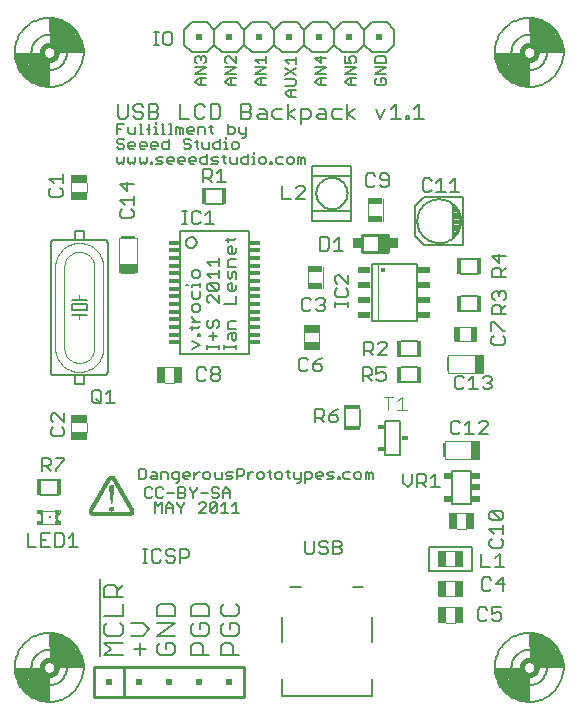
<source format=gto>
G75*
G70*
%OFA0B0*%
%FSLAX24Y24*%
%IPPOS*%
%LPD*%
%AMOC8*
5,1,8,0,0,1.08239X$1,22.5*
%
%ADD10C,0.0050*%
%ADD11C,0.0070*%
%ADD12C,0.0080*%
%ADD13C,0.0060*%
%ADD14R,0.0256X0.0197*%
%ADD15R,0.0079X0.0472*%
%ADD16C,0.0040*%
%ADD17R,0.0256X0.0591*%
%ADD18C,0.0100*%
%ADD19R,0.0200X0.0200*%
%ADD20R,0.0256X0.0551*%
%ADD21R,0.0295X0.0571*%
%ADD22R,0.0571X0.0295*%
%ADD23R,0.0140X0.0560*%
%ADD24C,0.0020*%
%ADD25R,0.0433X0.0193*%
%ADD26C,0.0177*%
%ADD27R,0.0197X0.0512*%
%ADD28R,0.0512X0.0197*%
%ADD29R,0.0295X0.0335*%
%ADD30R,0.0354X0.0531*%
%ADD31R,0.0560X0.0140*%
%ADD32R,0.0006X0.0006*%
%ADD33R,0.0006X0.0006*%
%ADD34R,0.0006X0.0006*%
%ADD35R,0.0006X0.0006*%
%ADD36R,0.0368X0.0128*%
%ADD37R,0.0472X0.0079*%
%ADD38R,0.0591X0.0256*%
%ADD39R,0.0230X0.0180*%
%ADD40C,0.0180*%
%ADD41C,0.0090*%
%ADD42R,0.0197X0.0128*%
%ADD43R,0.0098X0.0059*%
%ADD44R,0.0069X0.0157*%
%ADD45R,0.0079X0.0079*%
%ADD46R,0.0118X0.0118*%
%ADD47R,0.0030X0.0128*%
D10*
X004641Y009839D02*
X004791Y009839D01*
X004716Y009839D02*
X004716Y010289D01*
X004641Y010289D02*
X004791Y010289D01*
X004948Y010214D02*
X004948Y009914D01*
X005023Y009839D01*
X005173Y009839D01*
X005248Y009914D01*
X005408Y009914D02*
X005483Y009839D01*
X005634Y009839D01*
X005709Y009914D01*
X005709Y009989D01*
X005634Y010064D01*
X005483Y010064D01*
X005408Y010139D01*
X005408Y010214D01*
X005483Y010289D01*
X005634Y010289D01*
X005709Y010214D01*
X005869Y010289D02*
X006094Y010289D01*
X006169Y010214D01*
X006169Y010064D01*
X006094Y009989D01*
X005869Y009989D01*
X005869Y009839D02*
X005869Y010289D01*
X005248Y010214D02*
X005173Y010289D01*
X005023Y010289D01*
X004948Y010214D01*
X005046Y011494D02*
X005046Y011844D01*
X005163Y011727D01*
X005280Y011844D01*
X005280Y011494D01*
X005414Y011494D02*
X005414Y011727D01*
X005531Y011844D01*
X005648Y011727D01*
X005648Y011494D01*
X005648Y011669D02*
X005414Y011669D01*
X005270Y011999D02*
X005328Y012057D01*
X005270Y011999D02*
X005153Y011999D01*
X005094Y012057D01*
X005094Y012291D01*
X005153Y012349D01*
X005270Y012349D01*
X005328Y012291D01*
X005463Y012174D02*
X005696Y012174D01*
X005831Y012174D02*
X006006Y012174D01*
X006065Y012116D01*
X006065Y012057D01*
X006006Y011999D01*
X005831Y011999D01*
X005831Y012349D01*
X006006Y012349D01*
X006065Y012291D01*
X006065Y012232D01*
X006006Y012174D01*
X006199Y012291D02*
X006316Y012174D01*
X006316Y011999D01*
X006316Y012174D02*
X006433Y012291D01*
X006433Y012349D01*
X006568Y012174D02*
X006801Y012174D01*
X006936Y012232D02*
X006994Y012174D01*
X007111Y012174D01*
X007169Y012116D01*
X007169Y012057D01*
X007111Y011999D01*
X006994Y011999D01*
X006936Y012057D01*
X006936Y012232D02*
X006936Y012291D01*
X006994Y012349D01*
X007111Y012349D01*
X007169Y012291D01*
X007304Y012232D02*
X007304Y011999D01*
X007373Y011844D02*
X007373Y011494D01*
X007489Y011494D02*
X007256Y011494D01*
X007121Y011552D02*
X007063Y011494D01*
X006946Y011494D01*
X006888Y011552D01*
X007121Y011786D01*
X007121Y011552D01*
X007256Y011727D02*
X007373Y011844D01*
X007538Y011999D02*
X007538Y012232D01*
X007421Y012349D01*
X007304Y012232D01*
X007304Y012174D02*
X007538Y012174D01*
X007741Y011844D02*
X007741Y011494D01*
X007624Y011494D02*
X007858Y011494D01*
X007624Y011727D02*
X007741Y011844D01*
X007769Y012619D02*
X007769Y012969D01*
X007945Y012969D01*
X008003Y012911D01*
X008003Y012794D01*
X007945Y012736D01*
X007769Y012736D01*
X007635Y012677D02*
X007576Y012736D01*
X007459Y012736D01*
X007401Y012794D01*
X007459Y012852D01*
X007635Y012852D01*
X007635Y012677D02*
X007576Y012619D01*
X007401Y012619D01*
X007266Y012619D02*
X007266Y012852D01*
X007266Y012619D02*
X007091Y012619D01*
X007033Y012677D01*
X007033Y012852D01*
X006898Y012794D02*
X006840Y012852D01*
X006723Y012852D01*
X006665Y012794D01*
X006665Y012677D01*
X006723Y012619D01*
X006840Y012619D01*
X006898Y012677D01*
X006898Y012794D01*
X006533Y012852D02*
X006474Y012852D01*
X006358Y012736D01*
X006358Y012852D02*
X006358Y012619D01*
X006223Y012736D02*
X005989Y012736D01*
X005989Y012794D02*
X006048Y012852D01*
X006164Y012852D01*
X006223Y012794D01*
X006223Y012736D01*
X006164Y012619D02*
X006048Y012619D01*
X005989Y012677D01*
X005989Y012794D01*
X005855Y012852D02*
X005679Y012852D01*
X005621Y012794D01*
X005621Y012677D01*
X005679Y012619D01*
X005855Y012619D01*
X005855Y012561D02*
X005855Y012852D01*
X005855Y012561D02*
X005796Y012502D01*
X005738Y012502D01*
X005486Y012619D02*
X005486Y012794D01*
X005428Y012852D01*
X005253Y012852D01*
X005253Y012619D01*
X005118Y012619D02*
X004943Y012619D01*
X004884Y012677D01*
X004943Y012736D01*
X005118Y012736D01*
X005118Y012794D02*
X005118Y012619D01*
X005118Y012794D02*
X005060Y012852D01*
X004943Y012852D01*
X004750Y012911D02*
X004750Y012677D01*
X004691Y012619D01*
X004516Y012619D01*
X004516Y012969D01*
X004691Y012969D01*
X004750Y012911D01*
X004784Y012349D02*
X004726Y012291D01*
X004726Y012057D01*
X004784Y011999D01*
X004901Y011999D01*
X004960Y012057D01*
X004960Y012291D02*
X004901Y012349D01*
X004784Y012349D01*
X005783Y011844D02*
X005783Y011786D01*
X005899Y011669D01*
X005899Y011494D01*
X005899Y011669D02*
X006016Y011786D01*
X006016Y011844D01*
X006199Y012291D02*
X006199Y012349D01*
X006578Y011844D02*
X006519Y011786D01*
X006578Y011844D02*
X006694Y011844D01*
X006753Y011786D01*
X006753Y011727D01*
X006519Y011494D01*
X006753Y011494D01*
X006888Y011552D02*
X006888Y011786D01*
X006946Y011844D01*
X007063Y011844D01*
X007121Y011786D01*
X008138Y012619D02*
X008138Y012852D01*
X008138Y012736D02*
X008254Y012852D01*
X008313Y012852D01*
X008445Y012794D02*
X008445Y012677D01*
X008503Y012619D01*
X008620Y012619D01*
X008678Y012677D01*
X008678Y012794D01*
X008620Y012852D01*
X008503Y012852D01*
X008445Y012794D01*
X008813Y012852D02*
X008930Y012852D01*
X008871Y012911D02*
X008871Y012677D01*
X008930Y012619D01*
X009058Y012677D02*
X009117Y012619D01*
X009234Y012619D01*
X009292Y012677D01*
X009292Y012794D01*
X009234Y012852D01*
X009117Y012852D01*
X009058Y012794D01*
X009058Y012677D01*
X009427Y012852D02*
X009544Y012852D01*
X009485Y012911D02*
X009485Y012677D01*
X009544Y012619D01*
X009672Y012677D02*
X009731Y012619D01*
X009906Y012619D01*
X009906Y012561D02*
X009847Y012502D01*
X009789Y012502D01*
X009906Y012561D02*
X009906Y012852D01*
X010041Y012852D02*
X010216Y012852D01*
X010274Y012794D01*
X010274Y012677D01*
X010216Y012619D01*
X010041Y012619D01*
X010041Y012502D02*
X010041Y012852D01*
X009672Y012852D02*
X009672Y012677D01*
X010409Y012677D02*
X010409Y012794D01*
X010467Y012852D01*
X010584Y012852D01*
X010642Y012794D01*
X010642Y012736D01*
X010409Y012736D01*
X010409Y012677D02*
X010467Y012619D01*
X010584Y012619D01*
X010777Y012619D02*
X010952Y012619D01*
X011011Y012677D01*
X010952Y012736D01*
X010836Y012736D01*
X010777Y012794D01*
X010836Y012852D01*
X011011Y012852D01*
X011146Y012677D02*
X011204Y012677D01*
X011204Y012619D01*
X011146Y012619D01*
X011146Y012677D01*
X011330Y012677D02*
X011388Y012619D01*
X011563Y012619D01*
X011698Y012677D02*
X011756Y012619D01*
X011873Y012619D01*
X011931Y012677D01*
X011931Y012794D01*
X011873Y012852D01*
X011756Y012852D01*
X011698Y012794D01*
X011698Y012677D01*
X011563Y012852D02*
X011388Y012852D01*
X011330Y012794D01*
X011330Y012677D01*
X012066Y012619D02*
X012066Y012852D01*
X012125Y012852D01*
X012183Y012794D01*
X012241Y012852D01*
X012300Y012794D01*
X012300Y012619D01*
X012183Y012619D02*
X012183Y012794D01*
X012711Y013434D02*
X012711Y014554D01*
X013231Y014554D01*
X013231Y013434D01*
X012711Y013434D01*
X013321Y012794D02*
X013321Y012494D01*
X013471Y012344D01*
X013621Y012494D01*
X013621Y012794D01*
X013781Y012794D02*
X013781Y012344D01*
X013781Y012494D02*
X014007Y012494D01*
X014082Y012569D01*
X014082Y012719D01*
X014007Y012794D01*
X013781Y012794D01*
X013932Y012494D02*
X014082Y012344D01*
X014242Y012344D02*
X014542Y012344D01*
X014392Y012344D02*
X014392Y012794D01*
X014242Y012644D01*
X014995Y014110D02*
X015145Y014110D01*
X015220Y014185D01*
X015380Y014110D02*
X015680Y014110D01*
X015530Y014110D02*
X015530Y014560D01*
X015380Y014410D01*
X015220Y014485D02*
X015145Y014560D01*
X014995Y014560D01*
X014920Y014485D01*
X014920Y014185D01*
X014995Y014110D01*
X015841Y014110D02*
X016141Y014410D01*
X016141Y014485D01*
X016066Y014560D01*
X015916Y014560D01*
X015841Y014485D01*
X015841Y014110D02*
X016141Y014110D01*
X016191Y015610D02*
X016041Y015610D01*
X015966Y015685D01*
X015805Y015610D02*
X015505Y015610D01*
X015655Y015610D02*
X015655Y016060D01*
X015505Y015910D01*
X015345Y015985D02*
X015270Y016060D01*
X015120Y016060D01*
X015045Y015985D01*
X015045Y015685D01*
X015120Y015610D01*
X015270Y015610D01*
X015345Y015685D01*
X015966Y015985D02*
X016041Y016060D01*
X016191Y016060D01*
X016266Y015985D01*
X016266Y015910D01*
X016191Y015835D01*
X016266Y015760D01*
X016266Y015685D01*
X016191Y015610D01*
X016191Y015835D02*
X016116Y015835D01*
X016340Y017092D02*
X016641Y017092D01*
X016716Y017167D01*
X016716Y017317D01*
X016641Y017392D01*
X016641Y017552D02*
X016716Y017552D01*
X016641Y017552D02*
X016340Y017852D01*
X016265Y017852D01*
X016265Y017552D01*
X016340Y017392D02*
X016265Y017317D01*
X016265Y017167D01*
X016340Y017092D01*
X016296Y018119D02*
X016296Y018344D01*
X016371Y018419D01*
X016521Y018419D01*
X016596Y018344D01*
X016596Y018119D01*
X016596Y018269D02*
X016746Y018419D01*
X016671Y018579D02*
X016746Y018654D01*
X016746Y018804D01*
X016671Y018880D01*
X016596Y018880D01*
X016521Y018804D01*
X016521Y018729D01*
X016521Y018804D02*
X016446Y018880D01*
X016371Y018880D01*
X016296Y018804D01*
X016296Y018654D01*
X016371Y018579D01*
X016296Y018119D02*
X016746Y018119D01*
X016746Y019369D02*
X016296Y019369D01*
X016296Y019594D01*
X016371Y019669D01*
X016521Y019669D01*
X016596Y019594D01*
X016596Y019369D01*
X016596Y019519D02*
X016746Y019669D01*
X016521Y019829D02*
X016521Y020130D01*
X016746Y020054D02*
X016296Y020054D01*
X016521Y019829D01*
X015192Y022194D02*
X014892Y022194D01*
X015042Y022194D02*
X015042Y022644D01*
X014892Y022494D01*
X014732Y022194D02*
X014431Y022194D01*
X014582Y022194D02*
X014582Y022644D01*
X014431Y022494D01*
X014271Y022569D02*
X014196Y022644D01*
X014046Y022644D01*
X013971Y022569D01*
X013971Y022269D01*
X014046Y022194D01*
X014196Y022194D01*
X014271Y022269D01*
X012838Y022438D02*
X012838Y022739D01*
X012763Y022814D01*
X012613Y022814D01*
X012538Y022739D01*
X012538Y022664D01*
X012613Y022589D01*
X012838Y022589D01*
X012838Y022438D02*
X012763Y022363D01*
X012613Y022363D01*
X012538Y022438D01*
X012378Y022438D02*
X012303Y022363D01*
X012152Y022363D01*
X012077Y022438D01*
X012077Y022739D01*
X012152Y022814D01*
X012303Y022814D01*
X012378Y022739D01*
X011174Y020688D02*
X011174Y020238D01*
X011324Y020238D02*
X011023Y020238D01*
X010863Y020313D02*
X010863Y020613D01*
X010788Y020688D01*
X010563Y020688D01*
X010563Y020238D01*
X010788Y020238D01*
X010863Y020313D01*
X011023Y020538D02*
X011174Y020688D01*
X011196Y019436D02*
X011121Y019436D01*
X011046Y019361D01*
X011046Y019211D01*
X011121Y019136D01*
X011121Y018976D02*
X011046Y018901D01*
X011046Y018751D01*
X011121Y018676D01*
X011421Y018676D01*
X011496Y018751D01*
X011496Y018901D01*
X011421Y018976D01*
X011496Y019136D02*
X011196Y019436D01*
X011496Y019436D02*
X011496Y019136D01*
X011496Y018519D02*
X011496Y018369D01*
X011496Y018444D02*
X011046Y018444D01*
X011046Y018369D02*
X011046Y018519D01*
X010713Y018514D02*
X010638Y018439D01*
X010713Y018364D01*
X010713Y018288D01*
X010638Y018213D01*
X010488Y018213D01*
X010413Y018288D01*
X010253Y018288D02*
X010178Y018213D01*
X010027Y018213D01*
X009952Y018288D01*
X009952Y018589D01*
X010027Y018664D01*
X010178Y018664D01*
X010253Y018589D01*
X010413Y018589D02*
X010488Y018664D01*
X010638Y018664D01*
X010713Y018589D01*
X010713Y018514D01*
X010638Y018439D02*
X010563Y018439D01*
X010607Y016669D02*
X010457Y016594D01*
X010306Y016444D01*
X010532Y016444D01*
X010607Y016369D01*
X010607Y016294D01*
X010532Y016219D01*
X010381Y016219D01*
X010306Y016294D01*
X010306Y016444D01*
X010146Y016294D02*
X010071Y016219D01*
X009921Y016219D01*
X009846Y016294D01*
X009846Y016594D01*
X009921Y016669D01*
X010071Y016669D01*
X010146Y016594D01*
X010396Y014969D02*
X010621Y014969D01*
X010696Y014894D01*
X010696Y014744D01*
X010621Y014669D01*
X010396Y014669D01*
X010396Y014519D02*
X010396Y014969D01*
X010546Y014669D02*
X010696Y014519D01*
X010856Y014594D02*
X010931Y014519D01*
X011082Y014519D01*
X011157Y014594D01*
X011157Y014669D01*
X011082Y014744D01*
X010856Y014744D01*
X010856Y014594D01*
X010856Y014744D02*
X011007Y014894D01*
X011157Y014969D01*
X011971Y015894D02*
X011971Y016344D01*
X012196Y016344D01*
X012271Y016269D01*
X012271Y016119D01*
X012196Y016044D01*
X011971Y016044D01*
X012121Y016044D02*
X012271Y015894D01*
X012431Y015969D02*
X012506Y015894D01*
X012657Y015894D01*
X012732Y015969D01*
X012732Y016119D01*
X012657Y016194D01*
X012582Y016194D01*
X012431Y016119D01*
X012431Y016344D01*
X012732Y016344D01*
X012782Y016744D02*
X012481Y016744D01*
X012782Y017044D01*
X012782Y017119D01*
X012707Y017194D01*
X012556Y017194D01*
X012481Y017119D01*
X012321Y017119D02*
X012321Y016969D01*
X012246Y016894D01*
X012021Y016894D01*
X012021Y016744D02*
X012021Y017194D01*
X012246Y017194D01*
X012321Y017119D01*
X012171Y016894D02*
X012321Y016744D01*
X010057Y021944D02*
X009756Y021944D01*
X010057Y022244D01*
X010057Y022319D01*
X009982Y022394D01*
X009831Y022394D01*
X009756Y022319D01*
X009596Y021944D02*
X009296Y021944D01*
X009296Y022394D01*
X009309Y023119D02*
X009133Y023119D01*
X009075Y023177D01*
X009075Y023294D01*
X009133Y023352D01*
X009309Y023352D01*
X009443Y023294D02*
X009443Y023177D01*
X009502Y023119D01*
X009619Y023119D01*
X009677Y023177D01*
X009677Y023294D01*
X009619Y023352D01*
X009502Y023352D01*
X009443Y023294D01*
X009812Y023352D02*
X009812Y023119D01*
X009928Y023119D02*
X009928Y023294D01*
X009987Y023352D01*
X010045Y023294D01*
X010045Y023119D01*
X009928Y023294D02*
X009870Y023352D01*
X009812Y023352D01*
X008949Y023177D02*
X008949Y023119D01*
X008891Y023119D01*
X008891Y023177D01*
X008949Y023177D01*
X008756Y023177D02*
X008756Y023294D01*
X008698Y023352D01*
X008581Y023352D01*
X008523Y023294D01*
X008523Y023177D01*
X008581Y023119D01*
X008698Y023119D01*
X008756Y023177D01*
X008394Y023119D02*
X008277Y023119D01*
X008335Y023119D02*
X008335Y023352D01*
X008277Y023352D01*
X008335Y023469D02*
X008335Y023528D01*
X008142Y023469D02*
X008142Y023119D01*
X007967Y023119D01*
X007909Y023177D01*
X007909Y023294D01*
X007967Y023352D01*
X008142Y023352D01*
X007835Y023677D02*
X007835Y023794D01*
X007777Y023852D01*
X007660Y023852D01*
X007602Y023794D01*
X007602Y023677D01*
X007660Y023619D01*
X007777Y023619D01*
X007835Y023677D01*
X007774Y023352D02*
X007774Y023119D01*
X007599Y023119D01*
X007541Y023177D01*
X007541Y023352D01*
X007412Y023352D02*
X007295Y023352D01*
X007353Y023411D02*
X007353Y023177D01*
X007412Y023119D01*
X007257Y022969D02*
X007106Y022819D01*
X006946Y022744D02*
X006871Y022669D01*
X006646Y022669D01*
X006646Y022519D02*
X006646Y022969D01*
X006871Y022969D01*
X006946Y022894D01*
X006946Y022744D01*
X006796Y022669D02*
X006946Y022519D01*
X007106Y022519D02*
X007407Y022519D01*
X007257Y022519D02*
X007257Y022969D01*
X007102Y023119D02*
X007160Y023177D01*
X007102Y023236D01*
X006985Y023236D01*
X006927Y023294D01*
X006985Y023352D01*
X007160Y023352D01*
X007102Y023119D02*
X006927Y023119D01*
X006792Y023119D02*
X006792Y023469D01*
X006792Y023352D02*
X006617Y023352D01*
X006558Y023294D01*
X006558Y023177D01*
X006617Y023119D01*
X006792Y023119D01*
X006853Y023619D02*
X006678Y023619D01*
X006620Y023677D01*
X006620Y023852D01*
X006491Y023852D02*
X006374Y023852D01*
X006433Y023911D02*
X006433Y023677D01*
X006491Y023619D01*
X006365Y023352D02*
X006424Y023294D01*
X006424Y023236D01*
X006190Y023236D01*
X006190Y023294D02*
X006248Y023352D01*
X006365Y023352D01*
X006190Y023294D02*
X006190Y023177D01*
X006248Y023119D01*
X006365Y023119D01*
X006181Y023619D02*
X006064Y023619D01*
X006006Y023677D01*
X006064Y023794D02*
X006181Y023794D01*
X006239Y023736D01*
X006239Y023677D01*
X006181Y023619D01*
X006064Y023794D02*
X006006Y023852D01*
X006006Y023911D01*
X006064Y023969D01*
X006181Y023969D01*
X006239Y023911D01*
X006187Y024119D02*
X006129Y024177D01*
X006129Y024294D01*
X006187Y024352D01*
X006304Y024352D01*
X006362Y024294D01*
X006362Y024236D01*
X006129Y024236D01*
X006187Y024119D02*
X006304Y024119D01*
X006497Y024119D02*
X006497Y024352D01*
X006672Y024352D01*
X006730Y024294D01*
X006730Y024119D01*
X006924Y024177D02*
X006924Y024411D01*
X006982Y024352D02*
X006865Y024352D01*
X006924Y024177D02*
X006982Y024119D01*
X007046Y023852D02*
X006988Y023794D01*
X006988Y023677D01*
X007046Y023619D01*
X007222Y023619D01*
X007222Y023969D01*
X007222Y023852D02*
X007046Y023852D01*
X006853Y023852D02*
X006853Y023619D01*
X007356Y023619D02*
X007473Y023619D01*
X007415Y023619D02*
X007415Y023852D01*
X007356Y023852D01*
X007415Y023969D02*
X007415Y024028D01*
X007479Y024119D02*
X007479Y024469D01*
X007479Y024352D02*
X007654Y024352D01*
X007713Y024294D01*
X007713Y024177D01*
X007654Y024119D01*
X007479Y024119D01*
X007847Y024177D02*
X007906Y024119D01*
X008081Y024119D01*
X008081Y024061D02*
X008022Y024002D01*
X007964Y024002D01*
X008081Y024061D02*
X008081Y024352D01*
X007847Y024352D02*
X007847Y024177D01*
X007746Y025744D02*
X007513Y025744D01*
X007396Y025861D01*
X007513Y025977D01*
X007746Y025977D01*
X007746Y026112D02*
X007396Y026112D01*
X007746Y026346D01*
X007396Y026346D01*
X007454Y026481D02*
X007396Y026539D01*
X007396Y026656D01*
X007454Y026714D01*
X007513Y026714D01*
X007746Y026481D01*
X007746Y026714D01*
X007571Y025977D02*
X007571Y025744D01*
X006746Y025744D02*
X006513Y025744D01*
X006396Y025861D01*
X006513Y025977D01*
X006746Y025977D01*
X006746Y026112D02*
X006396Y026112D01*
X006746Y026346D01*
X006396Y026346D01*
X006454Y026481D02*
X006396Y026539D01*
X006396Y026656D01*
X006454Y026714D01*
X006513Y026714D01*
X006571Y026656D01*
X006629Y026714D01*
X006688Y026714D01*
X006746Y026656D01*
X006746Y026539D01*
X006688Y026481D01*
X006571Y026597D02*
X006571Y026656D01*
X006571Y025977D02*
X006571Y025744D01*
X005935Y024352D02*
X005994Y024294D01*
X005994Y024119D01*
X005877Y024119D02*
X005877Y024294D01*
X005935Y024352D01*
X005877Y024294D02*
X005819Y024352D01*
X005760Y024352D01*
X005760Y024119D01*
X005631Y024119D02*
X005515Y024119D01*
X005573Y024119D02*
X005573Y024469D01*
X005515Y024469D01*
X005328Y024469D02*
X005328Y024119D01*
X005386Y024119D02*
X005269Y024119D01*
X005140Y024119D02*
X005024Y024119D01*
X005082Y024119D02*
X005082Y024352D01*
X005024Y024352D01*
X005082Y024469D02*
X005082Y024528D01*
X004895Y024469D02*
X004837Y024411D01*
X004837Y024119D01*
X004778Y024294D02*
X004895Y024294D01*
X004649Y024119D02*
X004533Y024119D01*
X004591Y024119D02*
X004591Y024469D01*
X004533Y024469D01*
X004398Y024352D02*
X004398Y024119D01*
X004223Y024119D01*
X004164Y024177D01*
X004164Y024352D01*
X004030Y024469D02*
X003796Y024469D01*
X003796Y024119D01*
X003854Y023969D02*
X003796Y023911D01*
X003796Y023852D01*
X003854Y023794D01*
X003971Y023794D01*
X004030Y023736D01*
X004030Y023677D01*
X003971Y023619D01*
X003854Y023619D01*
X003796Y023677D01*
X003854Y023969D02*
X003971Y023969D01*
X004030Y023911D01*
X004164Y023794D02*
X004223Y023852D01*
X004340Y023852D01*
X004398Y023794D01*
X004398Y023736D01*
X004164Y023736D01*
X004164Y023794D02*
X004164Y023677D01*
X004223Y023619D01*
X004340Y023619D01*
X004533Y023677D02*
X004533Y023794D01*
X004591Y023852D01*
X004708Y023852D01*
X004766Y023794D01*
X004766Y023736D01*
X004533Y023736D01*
X004533Y023677D02*
X004591Y023619D01*
X004708Y023619D01*
X004901Y023677D02*
X004901Y023794D01*
X004959Y023852D01*
X005076Y023852D01*
X005135Y023794D01*
X005135Y023736D01*
X004901Y023736D01*
X004901Y023677D02*
X004959Y023619D01*
X005076Y023619D01*
X005269Y023677D02*
X005269Y023794D01*
X005328Y023852D01*
X005503Y023852D01*
X005503Y023969D02*
X005503Y023619D01*
X005328Y023619D01*
X005269Y023677D01*
X005319Y023352D02*
X005144Y023352D01*
X005085Y023294D01*
X005144Y023236D01*
X005260Y023236D01*
X005319Y023177D01*
X005260Y023119D01*
X005085Y023119D01*
X004959Y023119D02*
X004901Y023119D01*
X004901Y023177D01*
X004959Y023177D01*
X004959Y023119D01*
X004766Y023177D02*
X004766Y023352D01*
X004766Y023177D02*
X004708Y023119D01*
X004649Y023177D01*
X004591Y023119D01*
X004533Y023177D01*
X004533Y023352D01*
X004398Y023352D02*
X004398Y023177D01*
X004340Y023119D01*
X004281Y023177D01*
X004223Y023119D01*
X004164Y023177D01*
X004164Y023352D01*
X004030Y023352D02*
X004030Y023177D01*
X003971Y023119D01*
X003913Y023177D01*
X003854Y023119D01*
X003796Y023177D01*
X003796Y023352D01*
X003796Y024294D02*
X003913Y024294D01*
X004112Y022535D02*
X004112Y022235D01*
X003887Y022460D01*
X004337Y022460D01*
X004337Y022075D02*
X004337Y021774D01*
X004337Y021924D02*
X003887Y021924D01*
X004037Y021774D01*
X003962Y021614D02*
X003887Y021539D01*
X003887Y021389D01*
X003962Y021314D01*
X004262Y021314D01*
X004337Y021389D01*
X004337Y021539D01*
X004262Y021614D01*
X005512Y023119D02*
X005453Y023177D01*
X005453Y023294D01*
X005512Y023352D01*
X005629Y023352D01*
X005687Y023294D01*
X005687Y023236D01*
X005453Y023236D01*
X005512Y023119D02*
X005629Y023119D01*
X005822Y023177D02*
X005822Y023294D01*
X005880Y023352D01*
X005997Y023352D01*
X006055Y023294D01*
X006055Y023236D01*
X005822Y023236D01*
X005822Y023177D02*
X005880Y023119D01*
X005997Y023119D01*
X005328Y024469D02*
X005269Y024469D01*
X005959Y021569D02*
X006110Y021569D01*
X006035Y021569D02*
X006035Y021119D01*
X006110Y021119D02*
X005959Y021119D01*
X006266Y021194D02*
X006266Y021494D01*
X006341Y021569D01*
X006492Y021569D01*
X006567Y021494D01*
X006727Y021419D02*
X006877Y021569D01*
X006877Y021119D01*
X006727Y021119D02*
X007027Y021119D01*
X006567Y021194D02*
X006492Y021119D01*
X006341Y021119D01*
X006266Y021194D01*
X006796Y019865D02*
X007196Y019865D01*
X007196Y019998D02*
X007196Y019731D01*
X007196Y019584D02*
X007196Y019317D01*
X007196Y019450D02*
X006796Y019450D01*
X006929Y019317D01*
X006863Y019169D02*
X007129Y018902D01*
X007196Y018969D01*
X007196Y019103D01*
X007129Y019169D01*
X006863Y019169D01*
X006796Y019103D01*
X006796Y018969D01*
X006863Y018902D01*
X007129Y018902D01*
X007196Y018755D02*
X007196Y018488D01*
X006929Y018755D01*
X006863Y018755D01*
X006796Y018688D01*
X006796Y018555D01*
X006863Y018488D01*
X006541Y018407D02*
X006474Y018474D01*
X006341Y018474D01*
X006274Y018407D01*
X006274Y018274D01*
X006341Y018207D01*
X006474Y018207D01*
X006541Y018274D01*
X006541Y018407D01*
X006474Y018621D02*
X006341Y018621D01*
X006274Y018688D01*
X006274Y018888D01*
X006274Y019036D02*
X006274Y019102D01*
X006541Y019102D01*
X006541Y019036D02*
X006541Y019169D01*
X006474Y019312D02*
X006541Y019379D01*
X006541Y019512D01*
X006474Y019579D01*
X006341Y019579D01*
X006274Y019512D01*
X006274Y019379D01*
X006341Y019312D01*
X006474Y019312D01*
X006541Y018888D02*
X006541Y018688D01*
X006474Y018621D01*
X006141Y019102D02*
X006074Y019102D01*
X006796Y019865D02*
X006929Y019731D01*
X007479Y019706D02*
X007479Y019906D01*
X007546Y019973D01*
X007746Y019973D01*
X007679Y020120D02*
X007546Y020120D01*
X007479Y020187D01*
X007479Y020321D01*
X007546Y020387D01*
X007613Y020387D01*
X007613Y020120D01*
X007679Y020120D02*
X007746Y020187D01*
X007746Y020321D01*
X007679Y020601D02*
X007746Y020668D01*
X007679Y020601D02*
X007413Y020601D01*
X007479Y020535D02*
X007479Y020668D01*
X007479Y019706D02*
X007746Y019706D01*
X007679Y019559D02*
X007613Y019492D01*
X007613Y019359D01*
X007546Y019292D01*
X007479Y019359D01*
X007479Y019559D01*
X007679Y019559D02*
X007746Y019492D01*
X007746Y019292D01*
X007613Y019144D02*
X007613Y018877D01*
X007679Y018877D02*
X007546Y018877D01*
X007479Y018944D01*
X007479Y019078D01*
X007546Y019144D01*
X007613Y019144D01*
X007746Y019078D02*
X007746Y018944D01*
X007679Y018877D01*
X007746Y018730D02*
X007746Y018463D01*
X007346Y018463D01*
X007129Y017926D02*
X007196Y017860D01*
X007196Y017726D01*
X007129Y017659D01*
X006996Y017726D02*
X006996Y017860D01*
X007063Y017926D01*
X007129Y017926D01*
X006996Y017726D02*
X006929Y017659D01*
X006863Y017659D01*
X006796Y017726D01*
X006796Y017860D01*
X006863Y017926D01*
X006996Y017512D02*
X006996Y017245D01*
X006863Y017379D02*
X007129Y017379D01*
X007196Y017102D02*
X007196Y016969D01*
X007196Y017036D02*
X006796Y017036D01*
X006796Y017102D02*
X006796Y016969D01*
X006541Y017097D02*
X006274Y017231D01*
X006274Y016964D02*
X006541Y017097D01*
X006541Y017378D02*
X006541Y017445D01*
X006474Y017445D01*
X006474Y017378D01*
X006541Y017378D01*
X006474Y017652D02*
X006541Y017719D01*
X006474Y017652D02*
X006208Y017652D01*
X006274Y017585D02*
X006274Y017719D01*
X006274Y017862D02*
X006541Y017862D01*
X006408Y017862D02*
X006274Y017995D01*
X006274Y018062D01*
X006521Y016344D02*
X006446Y016269D01*
X006446Y015969D01*
X006521Y015894D01*
X006671Y015894D01*
X006746Y015969D01*
X006906Y015969D02*
X006906Y016044D01*
X006981Y016119D01*
X007132Y016119D01*
X007207Y016044D01*
X007207Y015969D01*
X007132Y015894D01*
X006981Y015894D01*
X006906Y015969D01*
X006981Y016119D02*
X006906Y016194D01*
X006906Y016269D01*
X006981Y016344D01*
X007132Y016344D01*
X007207Y016269D01*
X007207Y016194D01*
X007132Y016119D01*
X006746Y016269D02*
X006671Y016344D01*
X006521Y016344D01*
X007346Y016944D02*
X007346Y017077D01*
X007346Y017011D02*
X007746Y017011D01*
X007746Y017077D02*
X007746Y016944D01*
X007679Y017220D02*
X007613Y017287D01*
X007613Y017487D01*
X007546Y017487D02*
X007746Y017487D01*
X007746Y017287D01*
X007679Y017220D01*
X007479Y017287D02*
X007479Y017420D01*
X007546Y017487D01*
X007479Y017634D02*
X007479Y017835D01*
X007546Y017901D01*
X007746Y017901D01*
X007746Y017634D02*
X007479Y017634D01*
X003707Y015144D02*
X003406Y015144D01*
X003557Y015144D02*
X003557Y015594D01*
X003406Y015444D01*
X003246Y015519D02*
X003246Y015219D01*
X003171Y015144D01*
X003021Y015144D01*
X002946Y015219D01*
X002946Y015519D01*
X003021Y015594D01*
X003171Y015594D01*
X003246Y015519D01*
X003096Y015294D02*
X003246Y015144D01*
X002021Y014809D02*
X002021Y014509D01*
X001721Y014809D01*
X001646Y014809D01*
X001571Y014734D01*
X001571Y014584D01*
X001646Y014509D01*
X001646Y014348D02*
X001571Y014273D01*
X001571Y014123D01*
X001646Y014048D01*
X001946Y014048D01*
X002021Y014123D01*
X002021Y014273D01*
X001946Y014348D01*
X001896Y022019D02*
X001596Y022019D01*
X001521Y022094D01*
X001521Y022244D01*
X001596Y022319D01*
X001671Y022479D02*
X001521Y022629D01*
X001971Y022629D01*
X001971Y022479D02*
X001971Y022780D01*
X001896Y022319D02*
X001971Y022244D01*
X001971Y022094D01*
X001896Y022019D01*
X008396Y025861D02*
X008513Y025977D01*
X008746Y025977D01*
X008746Y026112D02*
X008396Y026112D01*
X008746Y026346D01*
X008396Y026346D01*
X008513Y026481D02*
X008396Y026597D01*
X008746Y026597D01*
X008746Y026481D02*
X008746Y026714D01*
X008571Y025977D02*
X008571Y025744D01*
X008513Y025744D02*
X008746Y025744D01*
X008513Y025744D02*
X008396Y025861D01*
X009396Y025971D02*
X009688Y025971D01*
X009746Y025912D01*
X009746Y025796D01*
X009688Y025737D01*
X009396Y025737D01*
X009513Y025602D02*
X009746Y025602D01*
X009571Y025602D02*
X009571Y025369D01*
X009513Y025369D02*
X009396Y025486D01*
X009513Y025602D01*
X009513Y025369D02*
X009746Y025369D01*
X009746Y026106D02*
X009396Y026339D01*
X009513Y026474D02*
X009396Y026591D01*
X009746Y026591D01*
X009746Y026707D02*
X009746Y026474D01*
X009746Y026339D02*
X009396Y026106D01*
X010396Y026112D02*
X010746Y026346D01*
X010396Y026346D01*
X010571Y026481D02*
X010396Y026656D01*
X010746Y026656D01*
X010571Y026714D02*
X010571Y026481D01*
X010746Y026112D02*
X010396Y026112D01*
X010513Y025977D02*
X010396Y025861D01*
X010513Y025744D01*
X010746Y025744D01*
X010571Y025744D02*
X010571Y025977D01*
X010513Y025977D02*
X010746Y025977D01*
X011396Y025861D02*
X011513Y025977D01*
X011746Y025977D01*
X011746Y026112D02*
X011396Y026112D01*
X011746Y026346D01*
X011396Y026346D01*
X011396Y026481D02*
X011571Y026481D01*
X011513Y026597D01*
X011513Y026656D01*
X011571Y026714D01*
X011688Y026714D01*
X011746Y026656D01*
X011746Y026539D01*
X011688Y026481D01*
X011396Y026481D02*
X011396Y026714D01*
X011571Y025977D02*
X011571Y025744D01*
X011513Y025744D02*
X011396Y025861D01*
X011513Y025744D02*
X011746Y025744D01*
X012396Y025802D02*
X012454Y025744D01*
X012688Y025744D01*
X012746Y025802D01*
X012746Y025919D01*
X012688Y025977D01*
X012571Y025977D01*
X012571Y025861D01*
X012454Y025977D02*
X012396Y025919D01*
X012396Y025802D01*
X012396Y026112D02*
X012746Y026346D01*
X012396Y026346D01*
X012396Y026481D02*
X012396Y026656D01*
X012454Y026714D01*
X012688Y026714D01*
X012746Y026656D01*
X012746Y026481D01*
X012396Y026481D01*
X012396Y026112D02*
X012746Y026112D01*
X016271Y011559D02*
X016571Y011259D01*
X016646Y011334D01*
X016646Y011484D01*
X016571Y011559D01*
X016271Y011559D01*
X016196Y011484D01*
X016196Y011334D01*
X016271Y011259D01*
X016571Y011259D01*
X016646Y011098D02*
X016646Y010798D01*
X016646Y010948D02*
X016196Y010948D01*
X016346Y010798D01*
X016271Y010638D02*
X016196Y010563D01*
X016196Y010413D01*
X016271Y010338D01*
X016571Y010338D01*
X016646Y010413D01*
X016646Y010563D01*
X016571Y010638D01*
X016532Y010132D02*
X016532Y009681D01*
X016682Y009681D02*
X016381Y009681D01*
X016221Y009681D02*
X015921Y009681D01*
X015921Y010132D01*
X016021Y009344D02*
X015946Y009269D01*
X015946Y008969D01*
X016021Y008894D01*
X016171Y008894D01*
X016246Y008969D01*
X016406Y009119D02*
X016707Y009119D01*
X016632Y008894D02*
X016632Y009344D01*
X016406Y009119D01*
X016246Y009269D02*
X016171Y009344D01*
X016021Y009344D01*
X016381Y009982D02*
X016532Y010132D01*
X016582Y008344D02*
X016281Y008344D01*
X016281Y008119D01*
X016432Y008194D01*
X016507Y008194D01*
X016582Y008119D01*
X016582Y007969D01*
X016507Y007894D01*
X016356Y007894D01*
X016281Y007969D01*
X016121Y007969D02*
X016046Y007894D01*
X015896Y007894D01*
X015821Y007969D01*
X015821Y008269D01*
X015896Y008344D01*
X016046Y008344D01*
X016121Y008269D01*
X011267Y010194D02*
X011192Y010119D01*
X010967Y010119D01*
X010967Y010569D01*
X011192Y010569D01*
X011267Y010494D01*
X011267Y010419D01*
X011192Y010344D01*
X010967Y010344D01*
X010807Y010269D02*
X010807Y010194D01*
X010732Y010119D01*
X010581Y010119D01*
X010506Y010194D01*
X010346Y010194D02*
X010346Y010569D01*
X010506Y010494D02*
X010506Y010419D01*
X010581Y010344D01*
X010732Y010344D01*
X010807Y010269D01*
X010807Y010494D02*
X010732Y010569D01*
X010581Y010569D01*
X010506Y010494D01*
X010346Y010194D02*
X010271Y010119D01*
X010121Y010119D01*
X010046Y010194D01*
X010046Y010569D01*
X011192Y010344D02*
X011267Y010269D01*
X011267Y010194D01*
D11*
X012273Y017899D02*
X012273Y019789D01*
X013769Y019789D01*
X013769Y017899D01*
X012273Y017899D01*
X012563Y024629D02*
X012727Y024956D01*
X012916Y024956D02*
X013079Y025119D01*
X013079Y024629D01*
X012916Y024629D02*
X013242Y024629D01*
X013431Y024629D02*
X013431Y024711D01*
X013513Y024711D01*
X013513Y024629D01*
X013431Y024629D01*
X013689Y024629D02*
X014016Y024629D01*
X013852Y024629D02*
X013852Y025119D01*
X013689Y024956D01*
X012563Y024629D02*
X012400Y024956D01*
X011700Y024956D02*
X011455Y024792D01*
X011700Y024629D01*
X011455Y024629D02*
X011455Y025119D01*
X011266Y024956D02*
X011021Y024956D01*
X010939Y024874D01*
X010939Y024711D01*
X011021Y024629D01*
X011266Y024629D01*
X010750Y024629D02*
X010505Y024629D01*
X010423Y024711D01*
X010505Y024792D01*
X010750Y024792D01*
X010750Y024874D02*
X010750Y024629D01*
X010750Y024874D02*
X010669Y024956D01*
X010505Y024956D01*
X010235Y024874D02*
X010235Y024711D01*
X010153Y024629D01*
X009908Y024629D01*
X009908Y024465D02*
X009908Y024956D01*
X010153Y024956D01*
X010235Y024874D01*
X009723Y024956D02*
X009478Y024792D01*
X009723Y024629D01*
X009478Y024629D02*
X009478Y025119D01*
X009289Y024956D02*
X009044Y024956D01*
X008962Y024874D01*
X008962Y024711D01*
X009044Y024629D01*
X009289Y024629D01*
X008774Y024629D02*
X008529Y024629D01*
X008447Y024711D01*
X008529Y024792D01*
X008774Y024792D01*
X008774Y024874D02*
X008774Y024629D01*
X008774Y024874D02*
X008692Y024956D01*
X008529Y024956D01*
X008258Y024956D02*
X008258Y025038D01*
X008176Y025119D01*
X007931Y025119D01*
X007931Y024629D01*
X008176Y024629D01*
X008258Y024711D01*
X008258Y024792D01*
X008176Y024874D01*
X007931Y024874D01*
X008176Y024874D02*
X008258Y024956D01*
X007227Y025038D02*
X007227Y024711D01*
X007145Y024629D01*
X006900Y024629D01*
X006900Y025119D01*
X007145Y025119D01*
X007227Y025038D01*
X006711Y025038D02*
X006629Y025119D01*
X006466Y025119D01*
X006384Y025038D01*
X006384Y024711D01*
X006466Y024629D01*
X006629Y024629D01*
X006711Y024711D01*
X006196Y024629D02*
X005869Y024629D01*
X005869Y025119D01*
X005164Y025038D02*
X005164Y024956D01*
X005083Y024874D01*
X004837Y024874D01*
X004649Y024792D02*
X004649Y024711D01*
X004567Y024629D01*
X004403Y024629D01*
X004322Y024711D01*
X004403Y024874D02*
X004322Y024956D01*
X004322Y025038D01*
X004403Y025119D01*
X004567Y025119D01*
X004649Y025038D01*
X004567Y024874D02*
X004649Y024792D01*
X004567Y024874D02*
X004403Y024874D01*
X004133Y024711D02*
X004051Y024629D01*
X003888Y024629D01*
X003806Y024711D01*
X003806Y025119D01*
X004133Y025119D02*
X004133Y024711D01*
X004837Y024629D02*
X005083Y024629D01*
X005164Y024711D01*
X005164Y024792D01*
X005083Y024874D01*
X005164Y025038D02*
X005083Y025119D01*
X004837Y025119D01*
X004837Y024629D01*
D12*
X000930Y026844D02*
X000932Y026892D01*
X000938Y026940D01*
X000948Y026987D01*
X000961Y027033D01*
X000979Y027078D01*
X000999Y027122D01*
X001024Y027164D01*
X001052Y027203D01*
X001082Y027240D01*
X001116Y027274D01*
X001153Y027306D01*
X001191Y027335D01*
X001232Y027360D01*
X001275Y027382D01*
X001320Y027400D01*
X001366Y027414D01*
X001413Y027425D01*
X001461Y027432D01*
X001509Y027435D01*
X001557Y027434D01*
X001605Y027429D01*
X001653Y027420D01*
X001699Y027408D01*
X001744Y027391D01*
X001788Y027371D01*
X001830Y027348D01*
X001870Y027321D01*
X001908Y027291D01*
X001943Y027258D01*
X001975Y027222D01*
X002005Y027184D01*
X002031Y027143D01*
X002053Y027100D01*
X002073Y027056D01*
X002088Y027011D01*
X002100Y026964D01*
X002108Y026916D01*
X002112Y026868D01*
X002112Y026820D01*
X002108Y026772D01*
X002100Y026724D01*
X002088Y026677D01*
X002073Y026632D01*
X002053Y026588D01*
X002031Y026545D01*
X002005Y026504D01*
X001975Y026466D01*
X001943Y026430D01*
X001908Y026397D01*
X001870Y026367D01*
X001830Y026340D01*
X001788Y026317D01*
X001744Y026297D01*
X001699Y026280D01*
X001653Y026268D01*
X001605Y026259D01*
X001557Y026254D01*
X001509Y026253D01*
X001461Y026256D01*
X001413Y026263D01*
X001366Y026274D01*
X001320Y026288D01*
X001275Y026306D01*
X001232Y026328D01*
X001191Y026353D01*
X001153Y026382D01*
X001116Y026414D01*
X001082Y026448D01*
X001052Y026485D01*
X001024Y026524D01*
X000999Y026566D01*
X000979Y026610D01*
X000961Y026655D01*
X000948Y026701D01*
X000938Y026748D01*
X000932Y026796D01*
X000930Y026844D01*
X003201Y009297D02*
X003201Y006719D01*
X003361Y006759D02*
X003567Y006966D01*
X003361Y007173D01*
X003981Y007173D01*
X003878Y007403D02*
X003981Y007507D01*
X003981Y007714D01*
X003878Y007817D01*
X003981Y008048D02*
X003981Y008462D01*
X003981Y008693D02*
X003361Y008693D01*
X003361Y009003D01*
X003464Y009106D01*
X003671Y009106D01*
X003774Y009003D01*
X003774Y008693D01*
X003774Y008899D02*
X003981Y009106D01*
X003981Y008048D02*
X003361Y008048D01*
X003464Y007817D02*
X003361Y007714D01*
X003361Y007507D01*
X003464Y007403D01*
X003878Y007403D01*
X004236Y007403D02*
X004649Y007403D01*
X004856Y007610D01*
X004649Y007817D01*
X004236Y007817D01*
X004546Y007173D02*
X004546Y006759D01*
X004339Y006966D02*
X004753Y006966D01*
X005111Y007069D02*
X005111Y006862D01*
X005214Y006759D01*
X005628Y006759D01*
X005731Y006862D01*
X005731Y007069D01*
X005628Y007173D01*
X005421Y007173D01*
X005421Y006966D01*
X005214Y007173D02*
X005111Y007069D01*
X005111Y007403D02*
X005731Y007817D01*
X005111Y007817D01*
X005111Y008048D02*
X005111Y008358D01*
X005214Y008462D01*
X005628Y008462D01*
X005731Y008358D01*
X005731Y008048D01*
X005111Y008048D01*
X005111Y007403D02*
X005731Y007403D01*
X006236Y007507D02*
X006339Y007403D01*
X006753Y007403D01*
X006856Y007507D01*
X006856Y007714D01*
X006753Y007817D01*
X006546Y007817D01*
X006546Y007610D01*
X006339Y007817D02*
X006236Y007714D01*
X006236Y007507D01*
X006339Y007173D02*
X006236Y007069D01*
X006236Y006759D01*
X006856Y006759D01*
X006649Y006759D02*
X006649Y007069D01*
X006546Y007173D01*
X006339Y007173D01*
X006236Y008048D02*
X006236Y008358D01*
X006339Y008462D01*
X006753Y008462D01*
X006856Y008358D01*
X006856Y008048D01*
X006236Y008048D01*
X007236Y008151D02*
X007339Y008048D01*
X007753Y008048D01*
X007856Y008151D01*
X007856Y008358D01*
X007753Y008462D01*
X007339Y008462D02*
X007236Y008358D01*
X007236Y008151D01*
X007339Y007817D02*
X007236Y007714D01*
X007236Y007507D01*
X007339Y007403D01*
X007753Y007403D01*
X007856Y007507D01*
X007856Y007714D01*
X007753Y007817D01*
X007546Y007817D01*
X007546Y007610D01*
X007546Y007173D02*
X007339Y007173D01*
X007236Y007069D01*
X007236Y006759D01*
X007856Y006759D01*
X007649Y006759D02*
X007649Y007069D01*
X007546Y007173D01*
X009275Y007207D02*
X009275Y008034D01*
X009551Y009018D02*
X009905Y009018D01*
X011637Y009018D02*
X011992Y009018D01*
X012267Y008034D02*
X012267Y007207D01*
X012267Y005947D02*
X012267Y005396D01*
X009275Y005396D01*
X009275Y005947D01*
X014177Y009563D02*
X014177Y010375D01*
X015615Y010375D01*
X015615Y009563D01*
X014177Y009563D01*
X016930Y006344D02*
X016932Y006392D01*
X016938Y006440D01*
X016948Y006487D01*
X016961Y006533D01*
X016979Y006578D01*
X016999Y006622D01*
X017024Y006664D01*
X017052Y006703D01*
X017082Y006740D01*
X017116Y006774D01*
X017153Y006806D01*
X017191Y006835D01*
X017232Y006860D01*
X017275Y006882D01*
X017320Y006900D01*
X017366Y006914D01*
X017413Y006925D01*
X017461Y006932D01*
X017509Y006935D01*
X017557Y006934D01*
X017605Y006929D01*
X017653Y006920D01*
X017699Y006908D01*
X017744Y006891D01*
X017788Y006871D01*
X017830Y006848D01*
X017870Y006821D01*
X017908Y006791D01*
X017943Y006758D01*
X017975Y006722D01*
X018005Y006684D01*
X018031Y006643D01*
X018053Y006600D01*
X018073Y006556D01*
X018088Y006511D01*
X018100Y006464D01*
X018108Y006416D01*
X018112Y006368D01*
X018112Y006320D01*
X018108Y006272D01*
X018100Y006224D01*
X018088Y006177D01*
X018073Y006132D01*
X018053Y006088D01*
X018031Y006045D01*
X018005Y006004D01*
X017975Y005966D01*
X017943Y005930D01*
X017908Y005897D01*
X017870Y005867D01*
X017830Y005840D01*
X017788Y005817D01*
X017744Y005797D01*
X017699Y005780D01*
X017653Y005768D01*
X017605Y005759D01*
X017557Y005754D01*
X017509Y005753D01*
X017461Y005756D01*
X017413Y005763D01*
X017366Y005774D01*
X017320Y005788D01*
X017275Y005806D01*
X017232Y005828D01*
X017191Y005853D01*
X017153Y005882D01*
X017116Y005914D01*
X017082Y005948D01*
X017052Y005985D01*
X017024Y006024D01*
X016999Y006066D01*
X016979Y006110D01*
X016961Y006155D01*
X016948Y006201D01*
X016938Y006248D01*
X016932Y006296D01*
X016930Y006344D01*
X015328Y020412D02*
X014029Y020412D01*
X013714Y020727D01*
X013714Y021711D01*
X014029Y022026D01*
X015328Y022026D01*
X015328Y020412D01*
X014994Y020687D02*
X015073Y020776D01*
X015138Y020876D01*
X015186Y020985D01*
X015217Y021100D01*
X015230Y021219D01*
X015213Y021336D01*
X015180Y021450D01*
X015131Y021558D01*
X015069Y021659D01*
X014994Y021750D01*
X014994Y020687D01*
X014994Y020759D02*
X015058Y020759D01*
X015113Y020838D02*
X014994Y020838D01*
X014994Y020917D02*
X015156Y020917D01*
X015189Y020995D02*
X014994Y020995D01*
X014994Y021074D02*
X015210Y021074D01*
X015223Y021152D02*
X014994Y021152D01*
X014994Y021231D02*
X015228Y021231D01*
X015217Y021309D02*
X014994Y021309D01*
X014994Y021388D02*
X015198Y021388D01*
X015172Y021466D02*
X014994Y021466D01*
X014994Y021545D02*
X015137Y021545D01*
X015091Y021623D02*
X014994Y021623D01*
X014994Y021702D02*
X015034Y021702D01*
X013793Y021219D02*
X013795Y021273D01*
X013801Y021326D01*
X013811Y021379D01*
X013825Y021431D01*
X013842Y021482D01*
X013863Y021531D01*
X013888Y021579D01*
X013917Y021625D01*
X013948Y021668D01*
X013983Y021709D01*
X014021Y021748D01*
X014061Y021783D01*
X014104Y021816D01*
X014149Y021845D01*
X014197Y021871D01*
X014246Y021893D01*
X014296Y021911D01*
X014348Y021926D01*
X014400Y021937D01*
X014454Y021944D01*
X014508Y021947D01*
X014561Y021946D01*
X014615Y021941D01*
X014668Y021932D01*
X014720Y021919D01*
X014771Y021903D01*
X014821Y021882D01*
X014869Y021858D01*
X014916Y021831D01*
X014960Y021800D01*
X015001Y021766D01*
X015041Y021729D01*
X015077Y021689D01*
X015110Y021647D01*
X015140Y021602D01*
X015167Y021555D01*
X015190Y021507D01*
X015209Y021457D01*
X015225Y021405D01*
X015237Y021353D01*
X015245Y021300D01*
X015249Y021246D01*
X015249Y021192D01*
X015245Y021138D01*
X015237Y021085D01*
X015225Y021033D01*
X015209Y020981D01*
X015190Y020931D01*
X015167Y020883D01*
X015140Y020836D01*
X015110Y020791D01*
X015077Y020749D01*
X015041Y020709D01*
X015001Y020672D01*
X014960Y020638D01*
X014916Y020607D01*
X014869Y020580D01*
X014821Y020556D01*
X014771Y020535D01*
X014720Y020519D01*
X014668Y020506D01*
X014615Y020497D01*
X014561Y020492D01*
X014508Y020491D01*
X014454Y020494D01*
X014400Y020501D01*
X014348Y020512D01*
X014296Y020527D01*
X014246Y020545D01*
X014197Y020567D01*
X014149Y020593D01*
X014104Y020622D01*
X014061Y020655D01*
X014021Y020690D01*
X013983Y020729D01*
X013948Y020770D01*
X013917Y020813D01*
X013888Y020859D01*
X013863Y020907D01*
X013842Y020956D01*
X013825Y021007D01*
X013811Y021059D01*
X013801Y021112D01*
X013795Y021165D01*
X013793Y021219D01*
X016930Y026844D02*
X016932Y026892D01*
X016938Y026940D01*
X016948Y026987D01*
X016961Y027033D01*
X016979Y027078D01*
X016999Y027122D01*
X017024Y027164D01*
X017052Y027203D01*
X017082Y027240D01*
X017116Y027274D01*
X017153Y027306D01*
X017191Y027335D01*
X017232Y027360D01*
X017275Y027382D01*
X017320Y027400D01*
X017366Y027414D01*
X017413Y027425D01*
X017461Y027432D01*
X017509Y027435D01*
X017557Y027434D01*
X017605Y027429D01*
X017653Y027420D01*
X017699Y027408D01*
X017744Y027391D01*
X017788Y027371D01*
X017830Y027348D01*
X017870Y027321D01*
X017908Y027291D01*
X017943Y027258D01*
X017975Y027222D01*
X018005Y027184D01*
X018031Y027143D01*
X018053Y027100D01*
X018073Y027056D01*
X018088Y027011D01*
X018100Y026964D01*
X018108Y026916D01*
X018112Y026868D01*
X018112Y026820D01*
X018108Y026772D01*
X018100Y026724D01*
X018088Y026677D01*
X018073Y026632D01*
X018053Y026588D01*
X018031Y026545D01*
X018005Y026504D01*
X017975Y026466D01*
X017943Y026430D01*
X017908Y026397D01*
X017870Y026367D01*
X017830Y026340D01*
X017788Y026317D01*
X017744Y026297D01*
X017699Y026280D01*
X017653Y026268D01*
X017605Y026259D01*
X017557Y026254D01*
X017509Y026253D01*
X017461Y026256D01*
X017413Y026263D01*
X017366Y026274D01*
X017320Y026288D01*
X017275Y026306D01*
X017232Y026328D01*
X017191Y026353D01*
X017153Y026382D01*
X017116Y026414D01*
X017082Y026448D01*
X017052Y026485D01*
X017024Y026524D01*
X016999Y026566D01*
X016979Y026610D01*
X016961Y026655D01*
X016948Y026701D01*
X016938Y026748D01*
X016932Y026796D01*
X016930Y026844D01*
X003981Y006759D02*
X003361Y006759D01*
X000930Y006344D02*
X000932Y006392D01*
X000938Y006440D01*
X000948Y006487D01*
X000961Y006533D01*
X000979Y006578D01*
X000999Y006622D01*
X001024Y006664D01*
X001052Y006703D01*
X001082Y006740D01*
X001116Y006774D01*
X001153Y006806D01*
X001191Y006835D01*
X001232Y006860D01*
X001275Y006882D01*
X001320Y006900D01*
X001366Y006914D01*
X001413Y006925D01*
X001461Y006932D01*
X001509Y006935D01*
X001557Y006934D01*
X001605Y006929D01*
X001653Y006920D01*
X001699Y006908D01*
X001744Y006891D01*
X001788Y006871D01*
X001830Y006848D01*
X001870Y006821D01*
X001908Y006791D01*
X001943Y006758D01*
X001975Y006722D01*
X002005Y006684D01*
X002031Y006643D01*
X002053Y006600D01*
X002073Y006556D01*
X002088Y006511D01*
X002100Y006464D01*
X002108Y006416D01*
X002112Y006368D01*
X002112Y006320D01*
X002108Y006272D01*
X002100Y006224D01*
X002088Y006177D01*
X002073Y006132D01*
X002053Y006088D01*
X002031Y006045D01*
X002005Y006004D01*
X001975Y005966D01*
X001943Y005930D01*
X001908Y005897D01*
X001870Y005867D01*
X001830Y005840D01*
X001788Y005817D01*
X001744Y005797D01*
X001699Y005780D01*
X001653Y005768D01*
X001605Y005759D01*
X001557Y005754D01*
X001509Y005753D01*
X001461Y005756D01*
X001413Y005763D01*
X001366Y005774D01*
X001320Y005788D01*
X001275Y005806D01*
X001232Y005828D01*
X001191Y005853D01*
X001153Y005882D01*
X001116Y005914D01*
X001082Y005948D01*
X001052Y005985D01*
X001024Y006024D01*
X000999Y006066D01*
X000979Y006110D01*
X000961Y006155D01*
X000948Y006201D01*
X000938Y006248D01*
X000932Y006296D01*
X000930Y006344D01*
D13*
X000371Y006344D02*
X000373Y006411D01*
X000379Y006479D01*
X000389Y006546D01*
X000403Y006612D01*
X000420Y006677D01*
X000442Y006741D01*
X000467Y006804D01*
X000496Y006865D01*
X000528Y006924D01*
X000564Y006981D01*
X000603Y007036D01*
X000645Y007089D01*
X000690Y007139D01*
X000738Y007186D01*
X000789Y007231D01*
X000842Y007272D01*
X000898Y007311D01*
X000956Y007346D01*
X001016Y007377D01*
X001077Y007405D01*
X001140Y007429D01*
X001204Y007450D01*
X001270Y007466D01*
X001336Y007479D01*
X001403Y007488D01*
X001470Y007493D01*
X001538Y007494D01*
X001605Y007491D01*
X001672Y007484D01*
X001739Y007473D01*
X001805Y007458D01*
X001870Y007440D01*
X001934Y007417D01*
X001996Y007391D01*
X002057Y007362D01*
X002115Y007328D01*
X002172Y007292D01*
X002227Y007252D01*
X002279Y007209D01*
X002328Y007163D01*
X002375Y007114D01*
X002419Y007063D01*
X002459Y007009D01*
X002497Y006953D01*
X002531Y006894D01*
X002561Y006834D01*
X002588Y006772D01*
X002612Y006709D01*
X002631Y006644D01*
X002647Y006579D01*
X002659Y006512D01*
X002667Y006445D01*
X002671Y006378D01*
X002671Y006310D01*
X002667Y006243D01*
X002659Y006176D01*
X002647Y006109D01*
X002631Y006044D01*
X002612Y005979D01*
X002588Y005916D01*
X002561Y005854D01*
X002531Y005794D01*
X002497Y005735D01*
X002459Y005679D01*
X002419Y005625D01*
X002375Y005574D01*
X002328Y005525D01*
X002279Y005479D01*
X002227Y005436D01*
X002172Y005396D01*
X002115Y005360D01*
X002057Y005326D01*
X001996Y005297D01*
X001934Y005271D01*
X001870Y005248D01*
X001805Y005230D01*
X001739Y005215D01*
X001672Y005204D01*
X001605Y005197D01*
X001538Y005194D01*
X001470Y005195D01*
X001403Y005200D01*
X001336Y005209D01*
X001270Y005222D01*
X001204Y005238D01*
X001140Y005259D01*
X001077Y005283D01*
X001016Y005311D01*
X000956Y005342D01*
X000898Y005377D01*
X000842Y005416D01*
X000789Y005457D01*
X000738Y005502D01*
X000690Y005549D01*
X000645Y005599D01*
X000603Y005652D01*
X000564Y005707D01*
X000528Y005764D01*
X000496Y005823D01*
X000467Y005884D01*
X000442Y005947D01*
X000420Y006011D01*
X000403Y006076D01*
X000389Y006142D01*
X000379Y006209D01*
X000373Y006277D01*
X000371Y006344D01*
X000801Y010374D02*
X001095Y010374D01*
X001261Y010374D02*
X001261Y010814D01*
X001555Y010814D01*
X001722Y010814D02*
X001722Y010374D01*
X001942Y010374D01*
X002015Y010447D01*
X002015Y010741D01*
X001942Y010814D01*
X001722Y010814D01*
X001555Y010374D02*
X001261Y010374D01*
X001261Y010594D02*
X001408Y010594D01*
X000801Y010814D02*
X000801Y010374D01*
X001241Y012094D02*
X001801Y012094D01*
X001801Y012594D02*
X001241Y012594D01*
X001276Y012899D02*
X001276Y013339D01*
X001496Y013339D01*
X001570Y013266D01*
X001570Y013119D01*
X001496Y013046D01*
X001276Y013046D01*
X001423Y013046D02*
X001570Y012899D01*
X001736Y012899D02*
X001736Y012972D01*
X002030Y013266D01*
X002030Y013339D01*
X001736Y013339D01*
X002371Y015794D02*
X002371Y016094D01*
X002071Y016094D01*
X001671Y016094D01*
X001654Y016096D01*
X001637Y016100D01*
X001621Y016107D01*
X001607Y016117D01*
X001594Y016130D01*
X001584Y016144D01*
X001577Y016160D01*
X001573Y016177D01*
X001571Y016194D01*
X001571Y020494D01*
X001573Y020511D01*
X001577Y020528D01*
X001584Y020544D01*
X001594Y020558D01*
X001607Y020571D01*
X001621Y020581D01*
X001637Y020588D01*
X001654Y020592D01*
X001671Y020594D01*
X002071Y020594D01*
X002971Y020594D01*
X003371Y020594D01*
X003388Y020592D01*
X003405Y020588D01*
X003421Y020581D01*
X003435Y020571D01*
X003448Y020558D01*
X003458Y020544D01*
X003465Y020528D01*
X003469Y020511D01*
X003471Y020494D01*
X003471Y016194D01*
X003469Y016177D01*
X003465Y016160D01*
X003458Y016144D01*
X003448Y016130D01*
X003435Y016117D01*
X003421Y016107D01*
X003405Y016100D01*
X003388Y016096D01*
X003371Y016094D01*
X002971Y016094D01*
X002671Y016094D01*
X002671Y015794D01*
X002371Y015794D01*
X002371Y016094D02*
X002671Y016094D01*
X002771Y018094D02*
X002521Y018094D01*
X002271Y018094D01*
X002271Y018244D02*
X002271Y018444D01*
X002771Y018444D01*
X002771Y018244D01*
X002271Y018244D01*
X002271Y018594D02*
X002521Y018594D01*
X002771Y018594D01*
X002671Y020594D02*
X002671Y020894D01*
X002371Y020894D01*
X002371Y020594D01*
X005870Y020891D02*
X005870Y016797D01*
X008173Y016797D01*
X008173Y020891D01*
X005870Y020891D01*
X006072Y020507D02*
X006074Y020533D01*
X006080Y020559D01*
X006089Y020584D01*
X006102Y020607D01*
X006118Y020628D01*
X006137Y020646D01*
X006159Y020662D01*
X006182Y020674D01*
X006207Y020682D01*
X006233Y020687D01*
X006260Y020688D01*
X006286Y020685D01*
X006311Y020678D01*
X006336Y020668D01*
X006358Y020654D01*
X006379Y020637D01*
X006396Y020618D01*
X006411Y020596D01*
X006422Y020572D01*
X006430Y020546D01*
X006434Y020520D01*
X006434Y020494D01*
X006430Y020468D01*
X006422Y020442D01*
X006411Y020418D01*
X006396Y020396D01*
X006379Y020377D01*
X006358Y020360D01*
X006336Y020346D01*
X006311Y020336D01*
X006286Y020329D01*
X006260Y020326D01*
X006233Y020327D01*
X006207Y020332D01*
X006182Y020340D01*
X006159Y020352D01*
X006137Y020368D01*
X006118Y020386D01*
X006102Y020407D01*
X006089Y020430D01*
X006080Y020455D01*
X006074Y020481D01*
X006072Y020507D01*
X006741Y021794D02*
X007301Y021794D01*
X007301Y022294D02*
X006741Y022294D01*
X006771Y026844D02*
X006271Y026844D01*
X006021Y027094D01*
X006021Y027594D01*
X006271Y027844D01*
X006771Y027844D01*
X007021Y027594D01*
X007271Y027844D01*
X007771Y027844D01*
X008021Y027594D01*
X008271Y027844D01*
X008771Y027844D01*
X009021Y027594D01*
X009271Y027844D01*
X009771Y027844D01*
X010021Y027594D01*
X010271Y027844D01*
X010771Y027844D01*
X011021Y027594D01*
X011271Y027844D01*
X011771Y027844D01*
X012021Y027594D01*
X012271Y027844D01*
X012771Y027844D01*
X013021Y027594D01*
X013021Y027094D01*
X012771Y026844D01*
X012271Y026844D01*
X012021Y027094D01*
X011771Y026844D01*
X011271Y026844D01*
X011021Y027094D01*
X011021Y027594D01*
X011021Y027094D02*
X010771Y026844D01*
X010271Y026844D01*
X010021Y027094D01*
X009771Y026844D01*
X009271Y026844D01*
X009021Y027094D01*
X008771Y026844D01*
X008271Y026844D01*
X008021Y027094D01*
X008021Y027594D01*
X008021Y027094D02*
X007771Y026844D01*
X007271Y026844D01*
X007021Y027094D01*
X006771Y026844D01*
X007021Y027094D02*
X007021Y027594D01*
X005622Y027461D02*
X005622Y027167D01*
X005548Y027094D01*
X005401Y027094D01*
X005328Y027167D01*
X005328Y027461D01*
X005401Y027534D01*
X005548Y027534D01*
X005622Y027461D01*
X005168Y027534D02*
X005021Y027534D01*
X005094Y027534D02*
X005094Y027094D01*
X005021Y027094D02*
X005168Y027094D01*
X000371Y026844D02*
X000373Y026911D01*
X000379Y026979D01*
X000389Y027046D01*
X000403Y027112D01*
X000420Y027177D01*
X000442Y027241D01*
X000467Y027304D01*
X000496Y027365D01*
X000528Y027424D01*
X000564Y027481D01*
X000603Y027536D01*
X000645Y027589D01*
X000690Y027639D01*
X000738Y027686D01*
X000789Y027731D01*
X000842Y027772D01*
X000898Y027811D01*
X000956Y027846D01*
X001016Y027877D01*
X001077Y027905D01*
X001140Y027929D01*
X001204Y027950D01*
X001270Y027966D01*
X001336Y027979D01*
X001403Y027988D01*
X001470Y027993D01*
X001538Y027994D01*
X001605Y027991D01*
X001672Y027984D01*
X001739Y027973D01*
X001805Y027958D01*
X001870Y027940D01*
X001934Y027917D01*
X001996Y027891D01*
X002057Y027862D01*
X002115Y027828D01*
X002172Y027792D01*
X002227Y027752D01*
X002279Y027709D01*
X002328Y027663D01*
X002375Y027614D01*
X002419Y027563D01*
X002459Y027509D01*
X002497Y027453D01*
X002531Y027394D01*
X002561Y027334D01*
X002588Y027272D01*
X002612Y027209D01*
X002631Y027144D01*
X002647Y027079D01*
X002659Y027012D01*
X002667Y026945D01*
X002671Y026878D01*
X002671Y026810D01*
X002667Y026743D01*
X002659Y026676D01*
X002647Y026609D01*
X002631Y026544D01*
X002612Y026479D01*
X002588Y026416D01*
X002561Y026354D01*
X002531Y026294D01*
X002497Y026235D01*
X002459Y026179D01*
X002419Y026125D01*
X002375Y026074D01*
X002328Y026025D01*
X002279Y025979D01*
X002227Y025936D01*
X002172Y025896D01*
X002115Y025860D01*
X002057Y025826D01*
X001996Y025797D01*
X001934Y025771D01*
X001870Y025748D01*
X001805Y025730D01*
X001739Y025715D01*
X001672Y025704D01*
X001605Y025697D01*
X001538Y025694D01*
X001470Y025695D01*
X001403Y025700D01*
X001336Y025709D01*
X001270Y025722D01*
X001204Y025738D01*
X001140Y025759D01*
X001077Y025783D01*
X001016Y025811D01*
X000956Y025842D01*
X000898Y025877D01*
X000842Y025916D01*
X000789Y025957D01*
X000738Y026002D01*
X000690Y026049D01*
X000645Y026099D01*
X000603Y026152D01*
X000564Y026207D01*
X000528Y026264D01*
X000496Y026323D01*
X000467Y026384D01*
X000442Y026447D01*
X000420Y026511D01*
X000403Y026576D01*
X000389Y026642D01*
X000379Y026709D01*
X000373Y026777D01*
X000371Y026844D01*
X009021Y027094D02*
X009021Y027594D01*
X010021Y027594D02*
X010021Y027094D01*
X012021Y027094D02*
X012021Y027594D01*
X011597Y023054D02*
X011597Y021234D01*
X011586Y021234D02*
X010306Y021234D01*
X010287Y021234D02*
X010287Y023054D01*
X011586Y023054D01*
X011586Y022714D02*
X010306Y022714D01*
X010426Y022144D02*
X010428Y022189D01*
X010434Y022234D01*
X010444Y022279D01*
X010457Y022322D01*
X010475Y022364D01*
X010496Y022404D01*
X010520Y022442D01*
X010548Y022478D01*
X010578Y022512D01*
X010612Y022542D01*
X010648Y022570D01*
X010686Y022594D01*
X010726Y022615D01*
X010768Y022633D01*
X010811Y022646D01*
X010856Y022656D01*
X010901Y022662D01*
X010946Y022664D01*
X010991Y022662D01*
X011036Y022656D01*
X011081Y022646D01*
X011124Y022633D01*
X011166Y022615D01*
X011206Y022594D01*
X011244Y022570D01*
X011280Y022542D01*
X011314Y022512D01*
X011344Y022478D01*
X011372Y022442D01*
X011396Y022404D01*
X011417Y022364D01*
X011435Y022322D01*
X011448Y022279D01*
X011458Y022234D01*
X011464Y022189D01*
X011466Y022144D01*
X011464Y022099D01*
X011458Y022054D01*
X011448Y022009D01*
X011435Y021966D01*
X011417Y021924D01*
X011396Y021884D01*
X011372Y021846D01*
X011344Y021810D01*
X011314Y021776D01*
X011280Y021746D01*
X011244Y021718D01*
X011206Y021694D01*
X011166Y021673D01*
X011124Y021655D01*
X011081Y021642D01*
X011036Y021632D01*
X010991Y021626D01*
X010946Y021624D01*
X010901Y021626D01*
X010856Y021632D01*
X010811Y021642D01*
X010768Y021655D01*
X010726Y021673D01*
X010686Y021694D01*
X010648Y021718D01*
X010612Y021746D01*
X010578Y021776D01*
X010548Y021810D01*
X010520Y021846D01*
X010496Y021884D01*
X010475Y021924D01*
X010457Y021966D01*
X010444Y022009D01*
X010434Y022054D01*
X010428Y022099D01*
X010426Y022144D01*
X010296Y021574D02*
X011586Y021574D01*
X013241Y017219D02*
X013801Y017219D01*
X013801Y016719D02*
X013241Y016719D01*
X013241Y016344D02*
X013801Y016344D01*
X013801Y015844D02*
X013241Y015844D01*
X011871Y014949D02*
X011871Y014389D01*
X011371Y014389D02*
X011371Y014949D01*
X014952Y012904D02*
X014952Y011784D01*
X014952Y011821D01*
X014952Y011784D02*
X015590Y011784D01*
X015590Y011821D01*
X015590Y011784D02*
X015590Y012904D01*
X015590Y012867D01*
X015590Y012904D02*
X014952Y012904D01*
X014952Y012867D01*
X014952Y012550D02*
X014952Y012138D01*
X015590Y012138D02*
X015590Y012176D01*
X015590Y012512D02*
X015590Y012550D01*
X015801Y018219D02*
X015241Y018219D01*
X015241Y018719D02*
X015801Y018719D01*
X015801Y019469D02*
X015241Y019469D01*
X015241Y019969D02*
X015801Y019969D01*
X016371Y026844D02*
X016373Y026911D01*
X016379Y026979D01*
X016389Y027046D01*
X016403Y027112D01*
X016420Y027177D01*
X016442Y027241D01*
X016467Y027304D01*
X016496Y027365D01*
X016528Y027424D01*
X016564Y027481D01*
X016603Y027536D01*
X016645Y027589D01*
X016690Y027639D01*
X016738Y027686D01*
X016789Y027731D01*
X016842Y027772D01*
X016898Y027811D01*
X016956Y027846D01*
X017016Y027877D01*
X017077Y027905D01*
X017140Y027929D01*
X017204Y027950D01*
X017270Y027966D01*
X017336Y027979D01*
X017403Y027988D01*
X017470Y027993D01*
X017538Y027994D01*
X017605Y027991D01*
X017672Y027984D01*
X017739Y027973D01*
X017805Y027958D01*
X017870Y027940D01*
X017934Y027917D01*
X017996Y027891D01*
X018057Y027862D01*
X018115Y027828D01*
X018172Y027792D01*
X018227Y027752D01*
X018279Y027709D01*
X018328Y027663D01*
X018375Y027614D01*
X018419Y027563D01*
X018459Y027509D01*
X018497Y027453D01*
X018531Y027394D01*
X018561Y027334D01*
X018588Y027272D01*
X018612Y027209D01*
X018631Y027144D01*
X018647Y027079D01*
X018659Y027012D01*
X018667Y026945D01*
X018671Y026878D01*
X018671Y026810D01*
X018667Y026743D01*
X018659Y026676D01*
X018647Y026609D01*
X018631Y026544D01*
X018612Y026479D01*
X018588Y026416D01*
X018561Y026354D01*
X018531Y026294D01*
X018497Y026235D01*
X018459Y026179D01*
X018419Y026125D01*
X018375Y026074D01*
X018328Y026025D01*
X018279Y025979D01*
X018227Y025936D01*
X018172Y025896D01*
X018115Y025860D01*
X018057Y025826D01*
X017996Y025797D01*
X017934Y025771D01*
X017870Y025748D01*
X017805Y025730D01*
X017739Y025715D01*
X017672Y025704D01*
X017605Y025697D01*
X017538Y025694D01*
X017470Y025695D01*
X017403Y025700D01*
X017336Y025709D01*
X017270Y025722D01*
X017204Y025738D01*
X017140Y025759D01*
X017077Y025783D01*
X017016Y025811D01*
X016956Y025842D01*
X016898Y025877D01*
X016842Y025916D01*
X016789Y025957D01*
X016738Y026002D01*
X016690Y026049D01*
X016645Y026099D01*
X016603Y026152D01*
X016564Y026207D01*
X016528Y026264D01*
X016496Y026323D01*
X016467Y026384D01*
X016442Y026447D01*
X016420Y026511D01*
X016403Y026576D01*
X016389Y026642D01*
X016379Y026709D01*
X016373Y026777D01*
X016371Y026844D01*
X016371Y006344D02*
X016373Y006411D01*
X016379Y006479D01*
X016389Y006546D01*
X016403Y006612D01*
X016420Y006677D01*
X016442Y006741D01*
X016467Y006804D01*
X016496Y006865D01*
X016528Y006924D01*
X016564Y006981D01*
X016603Y007036D01*
X016645Y007089D01*
X016690Y007139D01*
X016738Y007186D01*
X016789Y007231D01*
X016842Y007272D01*
X016898Y007311D01*
X016956Y007346D01*
X017016Y007377D01*
X017077Y007405D01*
X017140Y007429D01*
X017204Y007450D01*
X017270Y007466D01*
X017336Y007479D01*
X017403Y007488D01*
X017470Y007493D01*
X017538Y007494D01*
X017605Y007491D01*
X017672Y007484D01*
X017739Y007473D01*
X017805Y007458D01*
X017870Y007440D01*
X017934Y007417D01*
X017996Y007391D01*
X018057Y007362D01*
X018115Y007328D01*
X018172Y007292D01*
X018227Y007252D01*
X018279Y007209D01*
X018328Y007163D01*
X018375Y007114D01*
X018419Y007063D01*
X018459Y007009D01*
X018497Y006953D01*
X018531Y006894D01*
X018561Y006834D01*
X018588Y006772D01*
X018612Y006709D01*
X018631Y006644D01*
X018647Y006579D01*
X018659Y006512D01*
X018667Y006445D01*
X018671Y006378D01*
X018671Y006310D01*
X018667Y006243D01*
X018659Y006176D01*
X018647Y006109D01*
X018631Y006044D01*
X018612Y005979D01*
X018588Y005916D01*
X018561Y005854D01*
X018531Y005794D01*
X018497Y005735D01*
X018459Y005679D01*
X018419Y005625D01*
X018375Y005574D01*
X018328Y005525D01*
X018279Y005479D01*
X018227Y005436D01*
X018172Y005396D01*
X018115Y005360D01*
X018057Y005326D01*
X017996Y005297D01*
X017934Y005271D01*
X017870Y005248D01*
X017805Y005230D01*
X017739Y005215D01*
X017672Y005204D01*
X017605Y005197D01*
X017538Y005194D01*
X017470Y005195D01*
X017403Y005200D01*
X017336Y005209D01*
X017270Y005222D01*
X017204Y005238D01*
X017140Y005259D01*
X017077Y005283D01*
X017016Y005311D01*
X016956Y005342D01*
X016898Y005377D01*
X016842Y005416D01*
X016789Y005457D01*
X016738Y005502D01*
X016690Y005549D01*
X016645Y005599D01*
X016603Y005652D01*
X016564Y005707D01*
X016528Y005764D01*
X016496Y005823D01*
X016467Y005884D01*
X016442Y005947D01*
X016420Y006011D01*
X016403Y006076D01*
X016389Y006142D01*
X016379Y006209D01*
X016373Y006277D01*
X016371Y006344D01*
X002476Y010374D02*
X002182Y010374D01*
X002329Y010374D02*
X002329Y010814D01*
X002182Y010668D01*
D14*
X014809Y011970D03*
X014809Y012718D03*
X015734Y012718D03*
X015734Y012344D03*
X015734Y011970D03*
D15*
X015862Y013594D03*
X014681Y013594D03*
X014806Y016469D03*
X015987Y016469D03*
D16*
X015967Y016764D02*
X015967Y016174D01*
X014825Y016174D01*
X014825Y016764D01*
X015967Y016764D01*
X015760Y017233D02*
X015032Y017233D01*
X015032Y017705D02*
X015760Y017705D01*
X015842Y013889D02*
X014700Y013889D01*
X014700Y013299D01*
X015842Y013299D01*
X015842Y013889D01*
X015411Y011479D02*
X015121Y011479D01*
X015121Y010959D02*
X015421Y010959D01*
X015058Y010219D02*
X014735Y010219D01*
X014735Y009719D02*
X015058Y009719D01*
X015046Y009229D02*
X014746Y009229D01*
X014756Y008709D02*
X015046Y008709D01*
X015046Y008354D02*
X014746Y008354D01*
X014756Y007834D02*
X015046Y007834D01*
X013433Y014914D02*
X013126Y014914D01*
X013280Y014914D02*
X013280Y015374D01*
X013126Y015221D01*
X012973Y015374D02*
X012666Y015374D01*
X012820Y015374D02*
X012820Y014914D01*
X010531Y017194D02*
X010531Y017494D01*
X010011Y017484D02*
X010011Y017194D01*
X010160Y018980D02*
X010160Y019708D01*
X010632Y019708D02*
X010632Y018980D01*
X012160Y021230D02*
X012160Y021958D01*
X012632Y021958D02*
X012632Y021230D01*
X005661Y016354D02*
X005371Y016354D01*
X005371Y015834D02*
X005671Y015834D01*
X004441Y019523D02*
X003851Y019523D01*
X003851Y020665D01*
X004441Y020665D01*
X004441Y019523D01*
X002781Y022204D02*
X002781Y022494D01*
X002261Y022494D02*
X002261Y022194D01*
X002261Y014484D02*
X002261Y014194D01*
X002781Y014194D02*
X002781Y014494D01*
X001885Y011570D02*
X001324Y011570D01*
X001157Y011481D02*
X001179Y011476D01*
X001199Y011468D01*
X001217Y011457D01*
X001234Y011442D01*
X001248Y011426D01*
X001260Y011407D01*
X001268Y011387D01*
X001273Y011366D01*
X001275Y011344D01*
X001273Y011322D01*
X001268Y011301D01*
X001260Y011281D01*
X001248Y011262D01*
X001234Y011246D01*
X001217Y011231D01*
X001199Y011220D01*
X001179Y011212D01*
X001157Y011207D01*
X001314Y011118D02*
X001728Y011118D01*
X001886Y011207D02*
X001864Y011212D01*
X001844Y011220D01*
X001826Y011231D01*
X001809Y011246D01*
X001795Y011262D01*
X001783Y011281D01*
X001775Y011301D01*
X001770Y011322D01*
X001768Y011344D01*
X001770Y011366D01*
X001775Y011387D01*
X001783Y011407D01*
X001795Y011426D01*
X001809Y011442D01*
X001826Y011457D01*
X001844Y011468D01*
X001864Y011476D01*
X001886Y011481D01*
X001815Y011521D02*
X001817Y011533D01*
X001822Y011544D01*
X001830Y011553D01*
X001841Y011559D01*
X001853Y011562D01*
X001865Y011561D01*
X001877Y011557D01*
X001886Y011549D01*
X001893Y011539D01*
X001897Y011527D01*
X001897Y011515D01*
X001893Y011503D01*
X001886Y011493D01*
X001876Y011485D01*
X001865Y011481D01*
X001853Y011480D01*
X001841Y011483D01*
X001830Y011489D01*
X001822Y011498D01*
X001817Y011509D01*
X001815Y011521D01*
D17*
X015714Y013594D03*
X015839Y016469D03*
D18*
X012829Y020193D02*
X012829Y020745D01*
X011963Y020745D01*
X011963Y020193D01*
X012829Y020193D01*
X008021Y006344D02*
X008021Y005344D01*
X003021Y005344D01*
X003021Y006344D01*
X004021Y006344D01*
X004021Y005344D01*
X004021Y006344D02*
X008021Y006344D01*
D19*
X007521Y005844D03*
X006521Y005844D03*
X005521Y005844D03*
X004521Y005844D03*
X003521Y005844D03*
X006521Y027344D03*
X007521Y027344D03*
X008521Y027344D03*
X009521Y027344D03*
X010521Y027344D03*
X011521Y027344D03*
X012521Y027344D03*
D20*
X014608Y009968D03*
X015188Y009968D03*
D21*
X015184Y008969D03*
X014614Y008969D03*
X014614Y008094D03*
X015184Y008094D03*
X014983Y011219D03*
X015553Y011219D03*
X005803Y016094D03*
X005233Y016094D03*
D22*
X002521Y014626D03*
X002522Y014056D03*
X002521Y022062D03*
X002521Y022632D03*
X010271Y017626D03*
X010272Y017056D03*
D23*
X013181Y016969D03*
X013861Y016969D03*
X013861Y016094D03*
X013181Y016094D03*
X015181Y018469D03*
X015181Y019719D03*
X015861Y019719D03*
X015861Y018469D03*
X007361Y022044D03*
X006681Y022044D03*
X001861Y012344D03*
X001181Y012344D03*
D24*
X001521Y005294D02*
X001521Y005194D01*
X001521Y007394D02*
X001521Y007494D01*
X001721Y016994D02*
X001721Y019694D01*
X002021Y019694D02*
X002021Y016994D01*
X002071Y016333D02*
X002119Y016303D01*
X002168Y016276D01*
X002219Y016253D01*
X002272Y016234D01*
X002326Y016218D01*
X002381Y016206D01*
X002437Y016198D01*
X002493Y016194D01*
X002549Y016194D01*
X002605Y016198D01*
X002661Y016206D01*
X002716Y016218D01*
X002770Y016234D01*
X002823Y016253D01*
X002874Y016276D01*
X002923Y016303D01*
X002971Y016333D01*
X003021Y016994D02*
X003021Y019694D01*
X003321Y019694D02*
X003321Y016994D01*
X002071Y016776D02*
X002056Y016810D01*
X002043Y016846D01*
X002034Y016882D01*
X002027Y016919D01*
X002022Y016956D01*
X002021Y016994D01*
X002971Y016776D02*
X002986Y016810D01*
X002999Y016846D01*
X003008Y016882D01*
X003015Y016919D01*
X003020Y016956D01*
X003021Y016994D01*
X002971Y016776D02*
X002951Y016738D01*
X002927Y016702D01*
X002900Y016668D01*
X002871Y016637D01*
X002839Y016608D01*
X002805Y016582D01*
X002768Y016559D01*
X002730Y016540D01*
X002690Y016523D01*
X002649Y016511D01*
X002607Y016501D01*
X002564Y016496D01*
X002521Y016494D01*
X002478Y016496D01*
X002435Y016501D01*
X002393Y016511D01*
X002352Y016523D01*
X002312Y016540D01*
X002274Y016559D01*
X002237Y016582D01*
X002203Y016608D01*
X002171Y016637D01*
X002142Y016668D01*
X002115Y016702D01*
X002091Y016738D01*
X002071Y016776D01*
X002971Y016333D02*
X003016Y016365D01*
X003058Y016401D01*
X003098Y016440D01*
X003135Y016482D01*
X003169Y016525D01*
X003200Y016572D01*
X003228Y016620D01*
X003252Y016670D01*
X003273Y016721D01*
X003290Y016774D01*
X003304Y016828D01*
X003313Y016883D01*
X003319Y016938D01*
X003321Y016994D01*
X002071Y016333D02*
X002026Y016365D01*
X001984Y016401D01*
X001944Y016440D01*
X001907Y016481D01*
X001873Y016525D01*
X001842Y016572D01*
X001814Y016620D01*
X001790Y016670D01*
X001769Y016721D01*
X001752Y016774D01*
X001738Y016828D01*
X001729Y016883D01*
X001723Y016938D01*
X001721Y016994D01*
X002521Y017944D02*
X002521Y018094D01*
X002521Y018594D02*
X002521Y018744D01*
X003321Y019694D02*
X003319Y019750D01*
X003313Y019805D01*
X003304Y019860D01*
X003290Y019914D01*
X003273Y019967D01*
X003252Y020018D01*
X003228Y020068D01*
X003200Y020116D01*
X003169Y020163D01*
X003135Y020207D01*
X003098Y020248D01*
X003058Y020287D01*
X003016Y020323D01*
X002971Y020355D01*
X002923Y020385D01*
X002874Y020412D01*
X002823Y020435D01*
X002770Y020454D01*
X002716Y020470D01*
X002661Y020482D01*
X002605Y020490D01*
X002549Y020494D01*
X002493Y020494D01*
X002437Y020490D01*
X002381Y020482D01*
X002326Y020470D01*
X002272Y020454D01*
X002219Y020435D01*
X002168Y020412D01*
X002119Y020385D01*
X002071Y020355D01*
X002071Y019912D02*
X002091Y019950D01*
X002115Y019986D01*
X002142Y020020D01*
X002171Y020051D01*
X002203Y020080D01*
X002237Y020106D01*
X002274Y020129D01*
X002312Y020148D01*
X002352Y020165D01*
X002393Y020177D01*
X002435Y020187D01*
X002478Y020192D01*
X002521Y020194D01*
X002564Y020192D01*
X002607Y020187D01*
X002649Y020177D01*
X002690Y020165D01*
X002730Y020148D01*
X002768Y020129D01*
X002805Y020106D01*
X002839Y020080D01*
X002871Y020051D01*
X002900Y020020D01*
X002927Y019986D01*
X002951Y019950D01*
X002971Y019912D01*
X002071Y019912D02*
X002056Y019878D01*
X002043Y019842D01*
X002034Y019806D01*
X002027Y019769D01*
X002022Y019732D01*
X002021Y019694D01*
X002971Y019912D02*
X002986Y019878D01*
X002999Y019842D01*
X003008Y019806D01*
X003015Y019769D01*
X003020Y019732D01*
X003021Y019694D01*
X002071Y020355D02*
X002026Y020323D01*
X001984Y020287D01*
X001944Y020248D01*
X001907Y020206D01*
X001873Y020163D01*
X001842Y020116D01*
X001814Y020068D01*
X001790Y020018D01*
X001769Y019967D01*
X001752Y019914D01*
X001738Y019860D01*
X001729Y019805D01*
X001723Y019750D01*
X001721Y019694D01*
X001521Y025694D02*
X001521Y025794D01*
X001521Y027894D02*
X001521Y027994D01*
X012470Y019789D02*
X012470Y017899D01*
X017521Y025694D02*
X017521Y025794D01*
X017521Y027894D02*
X017521Y027994D01*
X017521Y007494D02*
X017521Y007394D01*
X017521Y005294D02*
X017521Y005194D01*
D25*
X014025Y018094D03*
X014025Y018594D03*
X014025Y019094D03*
X014025Y019594D03*
X012017Y019594D03*
X012017Y019094D03*
X012017Y018594D03*
X012017Y018094D03*
D26*
X012646Y019594D03*
D27*
X015101Y017469D03*
X015691Y017469D03*
D28*
X012396Y021299D03*
X012396Y021889D03*
X010396Y019639D03*
X010396Y019049D03*
D29*
X011776Y020479D03*
X013016Y020479D03*
D30*
X012632Y020459D03*
D31*
X011621Y015009D03*
X011621Y014329D03*
D32*
X004345Y011586D03*
X004345Y011574D03*
X004345Y011562D03*
X004345Y011556D03*
X004345Y011544D03*
X004357Y011544D03*
X004357Y011532D03*
X004357Y011526D03*
X004345Y011526D03*
X004345Y011532D03*
X004327Y011532D03*
X004327Y011526D03*
X004315Y011526D03*
X004315Y011532D03*
X004315Y011544D03*
X004315Y011556D03*
X004315Y011562D03*
X004315Y011574D03*
X004315Y011586D03*
X004315Y011592D03*
X004315Y011604D03*
X004315Y011616D03*
X004315Y011622D03*
X004315Y011634D03*
X004327Y011622D03*
X004327Y011616D03*
X004327Y011604D03*
X004327Y011592D03*
X004327Y011586D03*
X004327Y011574D03*
X004327Y011562D03*
X004327Y011556D03*
X004327Y011544D03*
X004297Y011544D03*
X004297Y011556D03*
X004297Y011562D03*
X004297Y011574D03*
X004297Y011586D03*
X004297Y011592D03*
X004297Y011604D03*
X004297Y011616D03*
X004297Y011622D03*
X004297Y011634D03*
X004297Y011646D03*
X004297Y011652D03*
X004297Y011664D03*
X004285Y011664D03*
X004285Y011676D03*
X004285Y011682D03*
X004285Y011694D03*
X004267Y011694D03*
X004267Y011706D03*
X004267Y011712D03*
X004267Y011724D03*
X004255Y011724D03*
X004255Y011736D03*
X004255Y011742D03*
X004237Y011742D03*
X004237Y011736D03*
X004225Y011736D03*
X004225Y011742D03*
X004225Y011754D03*
X004225Y011766D03*
X004225Y011772D03*
X004225Y011784D03*
X004225Y011796D03*
X004225Y011802D03*
X004207Y011802D03*
X004207Y011796D03*
X004195Y011796D03*
X004195Y011802D03*
X004195Y011814D03*
X004195Y011826D03*
X004195Y011832D03*
X004195Y011844D03*
X004207Y011832D03*
X004207Y011826D03*
X004207Y011814D03*
X004177Y011814D03*
X004177Y011826D03*
X004177Y011832D03*
X004165Y011832D03*
X004165Y011826D03*
X004165Y011814D03*
X004165Y011802D03*
X004165Y011796D03*
X004165Y011784D03*
X004177Y011784D03*
X004177Y011796D03*
X004177Y011802D03*
X004195Y011784D03*
X004207Y011784D03*
X004207Y011772D03*
X004207Y011766D03*
X004195Y011766D03*
X004195Y011772D03*
X004177Y011772D03*
X004177Y011766D03*
X004165Y011766D03*
X004165Y011772D03*
X004147Y011772D03*
X004147Y011766D03*
X004135Y011766D03*
X004135Y011772D03*
X004135Y011784D03*
X004135Y011796D03*
X004135Y011802D03*
X004135Y011814D03*
X004135Y011826D03*
X004135Y011832D03*
X004135Y011844D03*
X004135Y011856D03*
X004135Y011862D03*
X004135Y011874D03*
X004135Y011886D03*
X004135Y011892D03*
X004135Y011904D03*
X004135Y011916D03*
X004135Y011922D03*
X004135Y011934D03*
X004135Y011946D03*
X004135Y011952D03*
X004117Y011952D03*
X004117Y011946D03*
X004105Y011946D03*
X004105Y011952D03*
X004105Y011964D03*
X004105Y011976D03*
X004105Y011982D03*
X004105Y011994D03*
X004105Y012006D03*
X004087Y012006D03*
X004087Y012012D03*
X004087Y012024D03*
X004087Y012036D03*
X004087Y012042D03*
X004075Y012042D03*
X004075Y012036D03*
X004075Y012024D03*
X004075Y012012D03*
X004075Y012006D03*
X004075Y011994D03*
X004087Y011994D03*
X004087Y011982D03*
X004087Y011976D03*
X004075Y011976D03*
X004075Y011982D03*
X004057Y011982D03*
X004057Y011976D03*
X004045Y011976D03*
X004045Y011982D03*
X004045Y011994D03*
X004045Y012006D03*
X004045Y012012D03*
X004045Y012024D03*
X004045Y012036D03*
X004045Y012042D03*
X004045Y012054D03*
X004045Y012066D03*
X004045Y012072D03*
X004045Y012084D03*
X004045Y012096D03*
X004045Y012102D03*
X004027Y012102D03*
X004027Y012096D03*
X004015Y012096D03*
X004015Y012102D03*
X004015Y012114D03*
X004015Y012126D03*
X004015Y012132D03*
X004015Y012144D03*
X004015Y012156D03*
X004015Y012162D03*
X003997Y012162D03*
X003997Y012156D03*
X003985Y012156D03*
X003985Y012162D03*
X003985Y012174D03*
X003985Y012186D03*
X003985Y012192D03*
X003985Y012204D03*
X003985Y012216D03*
X003967Y012216D03*
X003967Y012222D03*
X003967Y012234D03*
X003967Y012246D03*
X003955Y012246D03*
X003955Y012252D03*
X003955Y012264D03*
X003937Y012264D03*
X003937Y012276D03*
X003937Y012282D03*
X003937Y012294D03*
X003925Y012294D03*
X003925Y012306D03*
X003925Y012312D03*
X003907Y012312D03*
X003907Y012306D03*
X003895Y012306D03*
X003895Y012312D03*
X003895Y012324D03*
X003895Y012336D03*
X003895Y012342D03*
X003895Y012354D03*
X003895Y012366D03*
X003895Y012372D03*
X003877Y012372D03*
X003877Y012366D03*
X003865Y012366D03*
X003865Y012372D03*
X003865Y012384D03*
X003865Y012396D03*
X003865Y012402D03*
X003865Y012414D03*
X003865Y012426D03*
X003847Y012426D03*
X003847Y012432D03*
X003847Y012444D03*
X003847Y012456D03*
X003835Y012456D03*
X003835Y012462D03*
X003835Y012474D03*
X003817Y012474D03*
X003817Y012486D03*
X003817Y012492D03*
X003817Y012504D03*
X003805Y012504D03*
X003805Y012516D03*
X003805Y012522D03*
X003787Y012522D03*
X003787Y012516D03*
X003775Y012516D03*
X003775Y012522D03*
X003775Y012534D03*
X003775Y012546D03*
X003775Y012552D03*
X003775Y012564D03*
X003775Y012576D03*
X003775Y012582D03*
X003757Y012582D03*
X003757Y012576D03*
X003745Y012576D03*
X003745Y012582D03*
X003745Y012594D03*
X003745Y012606D03*
X003745Y012612D03*
X003745Y012624D03*
X003727Y012624D03*
X003727Y012636D03*
X003727Y012642D03*
X003727Y012654D03*
X003715Y012654D03*
X003715Y012666D03*
X003697Y012666D03*
X003697Y012672D03*
X003685Y012672D03*
X003685Y012666D03*
X003685Y012654D03*
X003697Y012654D03*
X003697Y012642D03*
X003697Y012636D03*
X003685Y012636D03*
X003685Y012642D03*
X003667Y012642D03*
X003667Y012636D03*
X003655Y012636D03*
X003655Y012642D03*
X003655Y012654D03*
X003655Y012666D03*
X003655Y012672D03*
X003655Y012684D03*
X003655Y012696D03*
X003655Y012702D03*
X003667Y012696D03*
X003667Y012684D03*
X003667Y012672D03*
X003667Y012666D03*
X003667Y012654D03*
X003637Y012654D03*
X003637Y012666D03*
X003637Y012672D03*
X003637Y012684D03*
X003637Y012696D03*
X003637Y012702D03*
X003625Y012702D03*
X003625Y012696D03*
X003625Y012684D03*
X003625Y012672D03*
X003625Y012666D03*
X003625Y012654D03*
X003625Y012642D03*
X003625Y012636D03*
X003625Y012624D03*
X003637Y012624D03*
X003637Y012636D03*
X003637Y012642D03*
X003655Y012624D03*
X003667Y012624D03*
X003667Y012612D03*
X003667Y012606D03*
X003655Y012606D03*
X003655Y012612D03*
X003637Y012612D03*
X003637Y012606D03*
X003625Y012606D03*
X003625Y012612D03*
X003607Y012612D03*
X003607Y012606D03*
X003595Y012606D03*
X003595Y012612D03*
X003595Y012624D03*
X003595Y012636D03*
X003595Y012642D03*
X003595Y012654D03*
X003595Y012666D03*
X003595Y012672D03*
X003595Y012684D03*
X003595Y012696D03*
X003595Y012702D03*
X003607Y012702D03*
X003607Y012696D03*
X003607Y012684D03*
X003607Y012672D03*
X003607Y012666D03*
X003607Y012654D03*
X003607Y012642D03*
X003607Y012636D03*
X003607Y012624D03*
X003577Y012624D03*
X003577Y012636D03*
X003577Y012642D03*
X003577Y012654D03*
X003577Y012666D03*
X003577Y012672D03*
X003577Y012684D03*
X003577Y012696D03*
X003577Y012702D03*
X003565Y012696D03*
X003565Y012684D03*
X003565Y012672D03*
X003565Y012666D03*
X003565Y012654D03*
X003565Y012642D03*
X003565Y012636D03*
X003565Y012624D03*
X003565Y012612D03*
X003565Y012606D03*
X003565Y012594D03*
X003577Y012594D03*
X003577Y012606D03*
X003577Y012612D03*
X003547Y012612D03*
X003547Y012606D03*
X003535Y012606D03*
X003535Y012612D03*
X003535Y012624D03*
X003535Y012636D03*
X003535Y012642D03*
X003535Y012654D03*
X003535Y012666D03*
X003535Y012672D03*
X003547Y012672D03*
X003547Y012666D03*
X003547Y012654D03*
X003547Y012642D03*
X003547Y012636D03*
X003547Y012624D03*
X003517Y012624D03*
X003517Y012636D03*
X003517Y012642D03*
X003517Y012654D03*
X003505Y012642D03*
X003505Y012636D03*
X003505Y012624D03*
X003505Y012612D03*
X003505Y012606D03*
X003505Y012594D03*
X003517Y012594D03*
X003517Y012606D03*
X003517Y012612D03*
X003535Y012594D03*
X003547Y012594D03*
X003547Y012582D03*
X003547Y012576D03*
X003535Y012576D03*
X003535Y012582D03*
X003517Y012582D03*
X003517Y012576D03*
X003505Y012576D03*
X003505Y012582D03*
X003487Y012582D03*
X003487Y012576D03*
X003475Y012576D03*
X003475Y012582D03*
X003475Y012594D03*
X003475Y012606D03*
X003487Y012606D03*
X003487Y012612D03*
X003487Y012624D03*
X003487Y012594D03*
X003487Y012564D03*
X003475Y012564D03*
X003475Y012552D03*
X003475Y012546D03*
X003475Y012534D03*
X003487Y012534D03*
X003487Y012546D03*
X003487Y012552D03*
X003505Y012552D03*
X003505Y012546D03*
X003505Y012534D03*
X003517Y012534D03*
X003517Y012546D03*
X003517Y012552D03*
X003517Y012564D03*
X003505Y012564D03*
X003535Y012564D03*
X003547Y012564D03*
X003547Y012552D03*
X003547Y012546D03*
X003535Y012546D03*
X003535Y012552D03*
X003535Y012534D03*
X003547Y012534D03*
X003535Y012522D03*
X003535Y012516D03*
X003535Y012504D03*
X003517Y012504D03*
X003517Y012516D03*
X003517Y012522D03*
X003505Y012522D03*
X003505Y012516D03*
X003505Y012504D03*
X003505Y012492D03*
X003505Y012486D03*
X003505Y012474D03*
X003517Y012474D03*
X003517Y012486D03*
X003517Y012492D03*
X003487Y012492D03*
X003487Y012486D03*
X003475Y012486D03*
X003475Y012492D03*
X003475Y012504D03*
X003475Y012516D03*
X003475Y012522D03*
X003487Y012522D03*
X003487Y012516D03*
X003487Y012504D03*
X003457Y012504D03*
X003457Y012516D03*
X003457Y012522D03*
X003457Y012534D03*
X003457Y012546D03*
X003457Y012552D03*
X003457Y012564D03*
X003457Y012576D03*
X003445Y012552D03*
X003445Y012546D03*
X003445Y012534D03*
X003445Y012522D03*
X003445Y012516D03*
X003445Y012504D03*
X003445Y012492D03*
X003445Y012486D03*
X003445Y012474D03*
X003457Y012474D03*
X003457Y012486D03*
X003457Y012492D03*
X003475Y012474D03*
X003487Y012474D03*
X003487Y012462D03*
X003487Y012456D03*
X003475Y012456D03*
X003475Y012462D03*
X003457Y012462D03*
X003457Y012456D03*
X003445Y012456D03*
X003445Y012462D03*
X003427Y012462D03*
X003427Y012456D03*
X003415Y012456D03*
X003415Y012462D03*
X003415Y012474D03*
X003415Y012486D03*
X003415Y012492D03*
X003415Y012504D03*
X003427Y012504D03*
X003427Y012516D03*
X003427Y012522D03*
X003427Y012492D03*
X003427Y012486D03*
X003427Y012474D03*
X003397Y012474D03*
X003397Y012462D03*
X003397Y012456D03*
X003397Y012444D03*
X003385Y012444D03*
X003385Y012432D03*
X003385Y012426D03*
X003385Y012414D03*
X003397Y012414D03*
X003397Y012426D03*
X003397Y012432D03*
X003415Y012432D03*
X003415Y012426D03*
X003415Y012414D03*
X003415Y012402D03*
X003415Y012396D03*
X003415Y012384D03*
X003415Y012372D03*
X003415Y012366D03*
X003415Y012354D03*
X003415Y012342D03*
X003415Y012336D03*
X003415Y012324D03*
X003415Y012312D03*
X003415Y012306D03*
X003397Y012306D03*
X003397Y012312D03*
X003397Y012324D03*
X003397Y012336D03*
X003397Y012342D03*
X003397Y012354D03*
X003397Y012366D03*
X003397Y012372D03*
X003397Y012384D03*
X003397Y012396D03*
X003397Y012402D03*
X003385Y012402D03*
X003385Y012396D03*
X003385Y012384D03*
X003385Y012372D03*
X003385Y012366D03*
X003385Y012354D03*
X003385Y012342D03*
X003385Y012336D03*
X003385Y012324D03*
X003385Y012312D03*
X003385Y012306D03*
X003385Y012294D03*
X003397Y012294D03*
X003397Y012282D03*
X003397Y012276D03*
X003385Y012276D03*
X003385Y012282D03*
X003367Y012282D03*
X003367Y012276D03*
X003355Y012276D03*
X003355Y012282D03*
X003355Y012294D03*
X003355Y012306D03*
X003355Y012312D03*
X003355Y012324D03*
X003355Y012336D03*
X003355Y012342D03*
X003355Y012354D03*
X003355Y012366D03*
X003355Y012372D03*
X003355Y012384D03*
X003355Y012396D03*
X003355Y012402D03*
X003367Y012402D03*
X003367Y012396D03*
X003367Y012384D03*
X003367Y012372D03*
X003367Y012366D03*
X003367Y012354D03*
X003367Y012342D03*
X003367Y012336D03*
X003367Y012324D03*
X003367Y012312D03*
X003367Y012306D03*
X003367Y012294D03*
X003337Y012294D03*
X003337Y012306D03*
X003337Y012312D03*
X003337Y012324D03*
X003337Y012336D03*
X003337Y012342D03*
X003337Y012354D03*
X003337Y012366D03*
X003325Y012342D03*
X003325Y012336D03*
X003325Y012324D03*
X003325Y012312D03*
X003325Y012306D03*
X003325Y012294D03*
X003325Y012282D03*
X003325Y012276D03*
X003325Y012264D03*
X003337Y012264D03*
X003337Y012276D03*
X003337Y012282D03*
X003355Y012264D03*
X003367Y012264D03*
X003367Y012252D03*
X003367Y012246D03*
X003355Y012246D03*
X003355Y012252D03*
X003337Y012252D03*
X003337Y012246D03*
X003325Y012246D03*
X003325Y012252D03*
X003307Y012252D03*
X003307Y012246D03*
X003295Y012246D03*
X003295Y012252D03*
X003295Y012264D03*
X003295Y012276D03*
X003295Y012282D03*
X003295Y012294D03*
X003307Y012294D03*
X003307Y012306D03*
X003307Y012312D03*
X003307Y012282D03*
X003307Y012276D03*
X003307Y012264D03*
X003277Y012264D03*
X003277Y012252D03*
X003277Y012246D03*
X003277Y012234D03*
X003265Y012234D03*
X003265Y012222D03*
X003265Y012216D03*
X003265Y012204D03*
X003277Y012204D03*
X003277Y012216D03*
X003277Y012222D03*
X003295Y012222D03*
X003295Y012216D03*
X003295Y012204D03*
X003307Y012204D03*
X003307Y012216D03*
X003307Y012222D03*
X003307Y012234D03*
X003295Y012234D03*
X003325Y012234D03*
X003337Y012234D03*
X003337Y012222D03*
X003337Y012216D03*
X003325Y012216D03*
X003325Y012222D03*
X003325Y012204D03*
X003337Y012204D03*
X003337Y012192D03*
X003337Y012186D03*
X003325Y012186D03*
X003325Y012192D03*
X003307Y012192D03*
X003307Y012186D03*
X003295Y012186D03*
X003295Y012192D03*
X003277Y012192D03*
X003277Y012186D03*
X003265Y012186D03*
X003265Y012192D03*
X003247Y012192D03*
X003247Y012186D03*
X003235Y012186D03*
X003235Y012192D03*
X003247Y012204D03*
X003247Y012174D03*
X003235Y012174D03*
X003235Y012162D03*
X003235Y012156D03*
X003235Y012144D03*
X003235Y012132D03*
X003235Y012126D03*
X003235Y012114D03*
X003235Y012102D03*
X003235Y012096D03*
X003235Y012084D03*
X003235Y012072D03*
X003235Y012066D03*
X003235Y012054D03*
X003235Y012042D03*
X003235Y012036D03*
X003235Y012024D03*
X003235Y012012D03*
X003235Y012006D03*
X003235Y011994D03*
X003235Y011982D03*
X003217Y011982D03*
X003217Y011976D03*
X003205Y011976D03*
X003205Y011982D03*
X003205Y011994D03*
X003205Y012006D03*
X003205Y012012D03*
X003205Y012024D03*
X003205Y012036D03*
X003205Y012042D03*
X003205Y012054D03*
X003205Y012066D03*
X003205Y012072D03*
X003205Y012084D03*
X003205Y012096D03*
X003205Y012102D03*
X003205Y012114D03*
X003205Y012126D03*
X003205Y012132D03*
X003217Y012132D03*
X003217Y012126D03*
X003217Y012114D03*
X003217Y012102D03*
X003217Y012096D03*
X003217Y012084D03*
X003217Y012072D03*
X003217Y012066D03*
X003217Y012054D03*
X003217Y012042D03*
X003217Y012036D03*
X003217Y012024D03*
X003217Y012012D03*
X003217Y012006D03*
X003217Y011994D03*
X003187Y011994D03*
X003187Y012006D03*
X003187Y012012D03*
X003187Y012024D03*
X003187Y012036D03*
X003187Y012042D03*
X003187Y012054D03*
X003187Y012066D03*
X003187Y012072D03*
X003187Y012084D03*
X003187Y012096D03*
X003187Y012102D03*
X003175Y012084D03*
X003175Y012072D03*
X003175Y012066D03*
X003175Y012054D03*
X003175Y012042D03*
X003175Y012036D03*
X003175Y012024D03*
X003175Y012012D03*
X003175Y012006D03*
X003175Y011994D03*
X003175Y011982D03*
X003175Y011976D03*
X003175Y011964D03*
X003187Y011964D03*
X003187Y011976D03*
X003187Y011982D03*
X003205Y011964D03*
X003217Y011964D03*
X003217Y011952D03*
X003205Y011952D03*
X003205Y011946D03*
X003205Y011934D03*
X003187Y011934D03*
X003187Y011946D03*
X003187Y011952D03*
X003175Y011952D03*
X003175Y011946D03*
X003175Y011934D03*
X003175Y011922D03*
X003175Y011916D03*
X003175Y011904D03*
X003187Y011904D03*
X003187Y011916D03*
X003187Y011922D03*
X003157Y011922D03*
X003157Y011916D03*
X003145Y011916D03*
X003145Y011922D03*
X003145Y011934D03*
X003145Y011946D03*
X003145Y011952D03*
X003145Y011964D03*
X003145Y011976D03*
X003145Y011982D03*
X003145Y011994D03*
X003145Y012006D03*
X003145Y012012D03*
X003145Y012024D03*
X003145Y012036D03*
X003157Y012036D03*
X003157Y012042D03*
X003157Y012054D03*
X003157Y012024D03*
X003157Y012012D03*
X003157Y012006D03*
X003157Y011994D03*
X003157Y011982D03*
X003157Y011976D03*
X003157Y011964D03*
X003157Y011952D03*
X003157Y011946D03*
X003157Y011934D03*
X003127Y011934D03*
X003127Y011946D03*
X003127Y011952D03*
X003127Y011964D03*
X003127Y011976D03*
X003127Y011982D03*
X003127Y011994D03*
X003127Y012006D03*
X003115Y011982D03*
X003115Y011976D03*
X003115Y011964D03*
X003115Y011952D03*
X003115Y011946D03*
X003115Y011934D03*
X003115Y011922D03*
X003115Y011916D03*
X003115Y011904D03*
X003127Y011904D03*
X003127Y011916D03*
X003127Y011922D03*
X003145Y011904D03*
X003157Y011904D03*
X003157Y011892D03*
X003157Y011886D03*
X003145Y011886D03*
X003145Y011892D03*
X003127Y011892D03*
X003127Y011886D03*
X003115Y011886D03*
X003115Y011892D03*
X003097Y011892D03*
X003097Y011886D03*
X003085Y011886D03*
X003085Y011892D03*
X003085Y011904D03*
X003085Y011916D03*
X003085Y011922D03*
X003085Y011934D03*
X003097Y011934D03*
X003097Y011946D03*
X003097Y011952D03*
X003097Y011922D03*
X003097Y011916D03*
X003097Y011904D03*
X003067Y011904D03*
X003067Y011892D03*
X003067Y011886D03*
X003067Y011874D03*
X003055Y011874D03*
X003055Y011862D03*
X003055Y011856D03*
X003055Y011844D03*
X003067Y011844D03*
X003067Y011856D03*
X003067Y011862D03*
X003085Y011862D03*
X003085Y011856D03*
X003085Y011844D03*
X003097Y011844D03*
X003097Y011856D03*
X003097Y011862D03*
X003097Y011874D03*
X003085Y011874D03*
X003115Y011874D03*
X003127Y011874D03*
X003127Y011862D03*
X003127Y011856D03*
X003115Y011856D03*
X003115Y011862D03*
X003115Y011844D03*
X003127Y011844D03*
X003127Y011832D03*
X003127Y011826D03*
X003115Y011826D03*
X003115Y011832D03*
X003097Y011832D03*
X003097Y011826D03*
X003085Y011826D03*
X003085Y011832D03*
X003067Y011832D03*
X003067Y011826D03*
X003055Y011826D03*
X003055Y011832D03*
X003037Y011832D03*
X003037Y011826D03*
X003025Y011826D03*
X003025Y011814D03*
X003037Y011814D03*
X003037Y011802D03*
X003037Y011796D03*
X003025Y011796D03*
X003025Y011802D03*
X003025Y011784D03*
X003037Y011784D03*
X003037Y011772D03*
X003037Y011766D03*
X003025Y011766D03*
X003025Y011772D03*
X003007Y011772D03*
X003007Y011766D03*
X002995Y011766D03*
X002995Y011772D03*
X003007Y011784D03*
X003007Y011796D03*
X003007Y011754D03*
X002995Y011754D03*
X002995Y011742D03*
X002995Y011736D03*
X002995Y011724D03*
X003007Y011724D03*
X003007Y011736D03*
X003007Y011742D03*
X003025Y011742D03*
X003025Y011736D03*
X003025Y011724D03*
X003037Y011724D03*
X003037Y011736D03*
X003037Y011742D03*
X003037Y011754D03*
X003025Y011754D03*
X003055Y011754D03*
X003055Y011766D03*
X003055Y011772D03*
X003055Y011784D03*
X003055Y011796D03*
X003055Y011802D03*
X003055Y011814D03*
X003067Y011814D03*
X003067Y011802D03*
X003067Y011796D03*
X003067Y011784D03*
X003067Y011772D03*
X003067Y011766D03*
X003067Y011754D03*
X003067Y011742D03*
X003067Y011736D03*
X003055Y011736D03*
X003055Y011742D03*
X003055Y011724D03*
X003067Y011724D03*
X003067Y011712D03*
X003067Y011706D03*
X003055Y011706D03*
X003055Y011712D03*
X003037Y011712D03*
X003037Y011706D03*
X003025Y011706D03*
X003025Y011712D03*
X003007Y011712D03*
X003007Y011706D03*
X002995Y011706D03*
X002995Y011712D03*
X002977Y011712D03*
X002977Y011706D03*
X002965Y011706D03*
X002965Y011712D03*
X002965Y011724D03*
X002977Y011724D03*
X002977Y011736D03*
X002977Y011742D03*
X002977Y011694D03*
X002965Y011694D03*
X002965Y011682D03*
X002965Y011676D03*
X002965Y011664D03*
X002977Y011664D03*
X002977Y011676D03*
X002977Y011682D03*
X002995Y011682D03*
X002995Y011676D03*
X002995Y011664D03*
X003007Y011664D03*
X003007Y011676D03*
X003007Y011682D03*
X003007Y011694D03*
X002995Y011694D03*
X003025Y011694D03*
X003037Y011694D03*
X003037Y011682D03*
X003037Y011676D03*
X003025Y011676D03*
X003025Y011682D03*
X003025Y011664D03*
X003037Y011664D03*
X003037Y011652D03*
X003037Y011646D03*
X003025Y011646D03*
X003025Y011652D03*
X003007Y011652D03*
X003007Y011646D03*
X002995Y011646D03*
X002995Y011652D03*
X002977Y011652D03*
X002977Y011646D03*
X002965Y011646D03*
X002965Y011652D03*
X002947Y011652D03*
X002947Y011646D03*
X002935Y011646D03*
X002935Y011652D03*
X002935Y011664D03*
X002947Y011664D03*
X002947Y011676D03*
X002947Y011682D03*
X002947Y011634D03*
X002935Y011634D03*
X002935Y011622D03*
X002935Y011616D03*
X002935Y011604D03*
X002947Y011604D03*
X002947Y011616D03*
X002947Y011622D03*
X002965Y011622D03*
X002965Y011616D03*
X002965Y011604D03*
X002977Y011604D03*
X002977Y011616D03*
X002977Y011622D03*
X002977Y011634D03*
X002965Y011634D03*
X002995Y011634D03*
X003007Y011634D03*
X003007Y011622D03*
X003007Y011616D03*
X002995Y011616D03*
X002995Y011622D03*
X002995Y011604D03*
X003007Y011604D03*
X003007Y011592D03*
X002995Y011592D03*
X002995Y011586D03*
X002995Y011574D03*
X002977Y011574D03*
X002977Y011586D03*
X002977Y011592D03*
X002965Y011592D03*
X002965Y011586D03*
X002965Y011574D03*
X002965Y011562D03*
X002965Y011556D03*
X002965Y011544D03*
X002977Y011544D03*
X002977Y011556D03*
X002977Y011562D03*
X002947Y011562D03*
X002947Y011556D03*
X002935Y011556D03*
X002935Y011562D03*
X002935Y011574D03*
X002935Y011586D03*
X002935Y011592D03*
X002947Y011592D03*
X002947Y011586D03*
X002947Y011574D03*
X002917Y011574D03*
X002917Y011586D03*
X002917Y011592D03*
X002917Y011604D03*
X002917Y011616D03*
X002917Y011622D03*
X002917Y011634D03*
X002905Y011616D03*
X002905Y011604D03*
X002905Y011592D03*
X002905Y011586D03*
X002905Y011574D03*
X002905Y011562D03*
X002905Y011556D03*
X002905Y011544D03*
X002917Y011544D03*
X002917Y011556D03*
X002917Y011562D03*
X002935Y011544D03*
X002947Y011544D03*
X002947Y011532D03*
X002947Y011526D03*
X002935Y011526D03*
X002935Y011532D03*
X002917Y011532D03*
X002917Y011526D03*
X002905Y011526D03*
X002905Y011532D03*
X002887Y011532D03*
X002887Y011526D03*
X002875Y011526D03*
X002875Y011532D03*
X002875Y011544D03*
X002887Y011544D03*
X002887Y011556D03*
X002887Y011562D03*
X002887Y011574D03*
X002887Y011514D03*
X002875Y011514D03*
X002875Y011502D03*
X002875Y011496D03*
X002887Y011496D03*
X002887Y011502D03*
X002905Y011502D03*
X002905Y011496D03*
X002905Y011484D03*
X002917Y011484D03*
X002917Y011496D03*
X002917Y011502D03*
X002917Y011514D03*
X002905Y011514D03*
X002935Y011514D03*
X002947Y011514D03*
X002947Y011502D03*
X002947Y011496D03*
X002935Y011496D03*
X002935Y011502D03*
X002935Y011484D03*
X002947Y011484D03*
X002947Y011472D03*
X002947Y011466D03*
X002935Y011466D03*
X002935Y011472D03*
X002917Y011472D03*
X002917Y011466D03*
X002905Y011466D03*
X002905Y011472D03*
X002887Y011472D03*
X002887Y011466D03*
X002887Y011484D03*
X002905Y011454D03*
X002917Y011454D03*
X002917Y011442D03*
X002917Y011436D03*
X002905Y011436D03*
X002905Y011442D03*
X002917Y011424D03*
X002935Y011424D03*
X002935Y011436D03*
X002935Y011442D03*
X002935Y011454D03*
X002947Y011454D03*
X002947Y011442D03*
X002947Y011436D03*
X002947Y011424D03*
X002947Y011412D03*
X002947Y011406D03*
X002935Y011406D03*
X002935Y011412D03*
X002965Y011412D03*
X002965Y011406D03*
X002965Y011394D03*
X002977Y011394D03*
X002977Y011406D03*
X002977Y011412D03*
X002977Y011424D03*
X002977Y011436D03*
X002977Y011442D03*
X002977Y011454D03*
X002977Y011466D03*
X002977Y011472D03*
X002977Y011484D03*
X002977Y011496D03*
X002977Y011502D03*
X002965Y011502D03*
X002965Y011496D03*
X002965Y011484D03*
X002965Y011472D03*
X002965Y011466D03*
X002965Y011454D03*
X002965Y011442D03*
X002965Y011436D03*
X002965Y011424D03*
X002995Y011424D03*
X002995Y011436D03*
X002995Y011442D03*
X002995Y011454D03*
X002995Y011466D03*
X002995Y011472D03*
X002995Y011484D03*
X003007Y011484D03*
X003007Y011472D03*
X003007Y011466D03*
X003007Y011454D03*
X003007Y011442D03*
X003007Y011436D03*
X003007Y011424D03*
X003007Y011412D03*
X003007Y011406D03*
X002995Y011406D03*
X002995Y011412D03*
X002995Y011394D03*
X003007Y011394D03*
X003025Y011394D03*
X003025Y011406D03*
X003025Y011412D03*
X003025Y011424D03*
X003025Y011436D03*
X003025Y011442D03*
X003025Y011454D03*
X003025Y011466D03*
X003025Y011472D03*
X003025Y011484D03*
X003037Y011484D03*
X003037Y011472D03*
X003037Y011466D03*
X003037Y011454D03*
X003037Y011442D03*
X003037Y011436D03*
X003037Y011424D03*
X003037Y011412D03*
X003037Y011406D03*
X003037Y011394D03*
X003037Y011382D03*
X003025Y011382D03*
X003055Y011394D03*
X003055Y011406D03*
X003055Y011412D03*
X003055Y011424D03*
X003055Y011436D03*
X003055Y011442D03*
X003055Y011454D03*
X003055Y011466D03*
X003055Y011472D03*
X003055Y011484D03*
X003067Y011484D03*
X003067Y011472D03*
X003067Y011466D03*
X003067Y011454D03*
X003067Y011442D03*
X003067Y011436D03*
X003067Y011424D03*
X003067Y011412D03*
X003067Y011406D03*
X003067Y011394D03*
X003085Y011394D03*
X003085Y011406D03*
X003085Y011412D03*
X003085Y011424D03*
X003085Y011436D03*
X003085Y011442D03*
X003085Y011454D03*
X003085Y011466D03*
X003085Y011472D03*
X003085Y011484D03*
X003097Y011484D03*
X003097Y011472D03*
X003097Y011466D03*
X003097Y011454D03*
X003097Y011442D03*
X003097Y011436D03*
X003097Y011424D03*
X003097Y011412D03*
X003097Y011406D03*
X003097Y011394D03*
X003097Y011382D03*
X003085Y011382D03*
X003115Y011394D03*
X003115Y011406D03*
X003115Y011412D03*
X003115Y011424D03*
X003115Y011436D03*
X003115Y011442D03*
X003115Y011454D03*
X003115Y011466D03*
X003115Y011472D03*
X003115Y011484D03*
X003127Y011484D03*
X003127Y011472D03*
X003127Y011466D03*
X003127Y011454D03*
X003127Y011442D03*
X003127Y011436D03*
X003127Y011424D03*
X003127Y011412D03*
X003127Y011406D03*
X003127Y011394D03*
X003145Y011394D03*
X003145Y011406D03*
X003145Y011412D03*
X003145Y011424D03*
X003145Y011436D03*
X003145Y011442D03*
X003145Y011454D03*
X003145Y011466D03*
X003145Y011472D03*
X003145Y011484D03*
X003157Y011484D03*
X003157Y011472D03*
X003157Y011466D03*
X003157Y011454D03*
X003157Y011442D03*
X003157Y011436D03*
X003157Y011424D03*
X003157Y011412D03*
X003157Y011406D03*
X003157Y011394D03*
X003157Y011382D03*
X003145Y011382D03*
X003175Y011394D03*
X003175Y011406D03*
X003175Y011412D03*
X003175Y011424D03*
X003175Y011436D03*
X003175Y011442D03*
X003175Y011454D03*
X003175Y011466D03*
X003175Y011472D03*
X003175Y011484D03*
X003187Y011484D03*
X003187Y011472D03*
X003187Y011466D03*
X003187Y011454D03*
X003187Y011442D03*
X003187Y011436D03*
X003187Y011424D03*
X003187Y011412D03*
X003187Y011406D03*
X003187Y011394D03*
X003205Y011394D03*
X003205Y011406D03*
X003205Y011412D03*
X003205Y011424D03*
X003205Y011436D03*
X003205Y011442D03*
X003205Y011454D03*
X003205Y011466D03*
X003205Y011472D03*
X003205Y011484D03*
X003217Y011484D03*
X003217Y011472D03*
X003217Y011466D03*
X003217Y011454D03*
X003217Y011442D03*
X003217Y011436D03*
X003217Y011424D03*
X003217Y011412D03*
X003217Y011406D03*
X003217Y011394D03*
X003217Y011382D03*
X003205Y011382D03*
X003235Y011394D03*
X003235Y011406D03*
X003235Y011412D03*
X003235Y011424D03*
X003235Y011436D03*
X003235Y011442D03*
X003235Y011454D03*
X003235Y011466D03*
X003235Y011472D03*
X003235Y011484D03*
X003247Y011484D03*
X003247Y011472D03*
X003247Y011466D03*
X003247Y011454D03*
X003247Y011442D03*
X003247Y011436D03*
X003247Y011424D03*
X003247Y011412D03*
X003247Y011406D03*
X003247Y011394D03*
X003265Y011394D03*
X003265Y011406D03*
X003265Y011412D03*
X003265Y011424D03*
X003265Y011436D03*
X003265Y011442D03*
X003265Y011454D03*
X003265Y011466D03*
X003265Y011472D03*
X003265Y011484D03*
X003277Y011484D03*
X003277Y011472D03*
X003277Y011466D03*
X003277Y011454D03*
X003277Y011442D03*
X003277Y011436D03*
X003277Y011424D03*
X003277Y011412D03*
X003277Y011406D03*
X003277Y011394D03*
X003277Y011382D03*
X003265Y011382D03*
X003295Y011394D03*
X003295Y011406D03*
X003295Y011412D03*
X003295Y011424D03*
X003295Y011436D03*
X003295Y011442D03*
X003295Y011454D03*
X003295Y011466D03*
X003295Y011472D03*
X003295Y011484D03*
X003307Y011484D03*
X003307Y011472D03*
X003307Y011466D03*
X003307Y011454D03*
X003307Y011442D03*
X003307Y011436D03*
X003307Y011424D03*
X003307Y011412D03*
X003307Y011406D03*
X003307Y011394D03*
X003325Y011394D03*
X003325Y011406D03*
X003325Y011412D03*
X003325Y011424D03*
X003325Y011436D03*
X003325Y011442D03*
X003325Y011454D03*
X003325Y011466D03*
X003325Y011472D03*
X003325Y011484D03*
X003337Y011484D03*
X003337Y011472D03*
X003337Y011466D03*
X003337Y011454D03*
X003337Y011442D03*
X003337Y011436D03*
X003337Y011424D03*
X003337Y011412D03*
X003337Y011406D03*
X003337Y011394D03*
X003337Y011382D03*
X003325Y011382D03*
X003355Y011394D03*
X003355Y011406D03*
X003355Y011412D03*
X003355Y011424D03*
X003355Y011436D03*
X003355Y011442D03*
X003355Y011454D03*
X003355Y011466D03*
X003355Y011472D03*
X003355Y011484D03*
X003367Y011484D03*
X003367Y011472D03*
X003367Y011466D03*
X003367Y011454D03*
X003367Y011442D03*
X003367Y011436D03*
X003367Y011424D03*
X003367Y011412D03*
X003367Y011406D03*
X003367Y011394D03*
X003385Y011394D03*
X003385Y011406D03*
X003385Y011412D03*
X003385Y011424D03*
X003385Y011436D03*
X003385Y011442D03*
X003385Y011454D03*
X003385Y011466D03*
X003385Y011472D03*
X003385Y011484D03*
X003397Y011484D03*
X003397Y011472D03*
X003397Y011466D03*
X003397Y011454D03*
X003397Y011442D03*
X003397Y011436D03*
X003397Y011424D03*
X003397Y011412D03*
X003397Y011406D03*
X003397Y011394D03*
X003397Y011382D03*
X003385Y011382D03*
X003415Y011394D03*
X003415Y011406D03*
X003415Y011412D03*
X003415Y011424D03*
X003415Y011436D03*
X003415Y011442D03*
X003415Y011454D03*
X003415Y011466D03*
X003415Y011472D03*
X003415Y011484D03*
X003427Y011484D03*
X003427Y011472D03*
X003427Y011466D03*
X003427Y011454D03*
X003427Y011442D03*
X003427Y011436D03*
X003427Y011424D03*
X003427Y011412D03*
X003427Y011406D03*
X003427Y011394D03*
X003445Y011394D03*
X003445Y011406D03*
X003445Y011412D03*
X003445Y011424D03*
X003445Y011436D03*
X003445Y011442D03*
X003445Y011454D03*
X003445Y011466D03*
X003445Y011472D03*
X003445Y011484D03*
X003457Y011484D03*
X003457Y011472D03*
X003457Y011466D03*
X003457Y011454D03*
X003457Y011442D03*
X003457Y011436D03*
X003457Y011424D03*
X003457Y011412D03*
X003457Y011406D03*
X003457Y011394D03*
X003457Y011382D03*
X003445Y011382D03*
X003475Y011394D03*
X003475Y011406D03*
X003475Y011412D03*
X003475Y011424D03*
X003475Y011436D03*
X003475Y011442D03*
X003475Y011454D03*
X003475Y011466D03*
X003475Y011472D03*
X003475Y011484D03*
X003487Y011484D03*
X003487Y011472D03*
X003487Y011466D03*
X003487Y011454D03*
X003487Y011442D03*
X003487Y011436D03*
X003487Y011424D03*
X003487Y011412D03*
X003487Y011406D03*
X003487Y011394D03*
X003505Y011394D03*
X003505Y011406D03*
X003505Y011412D03*
X003505Y011424D03*
X003505Y011436D03*
X003505Y011442D03*
X003505Y011454D03*
X003505Y011466D03*
X003505Y011472D03*
X003505Y011484D03*
X003517Y011484D03*
X003517Y011472D03*
X003517Y011466D03*
X003517Y011454D03*
X003517Y011442D03*
X003517Y011436D03*
X003517Y011424D03*
X003517Y011412D03*
X003517Y011406D03*
X003517Y011394D03*
X003517Y011382D03*
X003505Y011382D03*
X003535Y011394D03*
X003535Y011406D03*
X003535Y011412D03*
X003535Y011424D03*
X003535Y011436D03*
X003535Y011442D03*
X003535Y011454D03*
X003535Y011466D03*
X003535Y011472D03*
X003535Y011484D03*
X003547Y011484D03*
X003547Y011472D03*
X003547Y011466D03*
X003547Y011454D03*
X003547Y011442D03*
X003547Y011436D03*
X003547Y011424D03*
X003547Y011412D03*
X003547Y011406D03*
X003547Y011394D03*
X003565Y011394D03*
X003565Y011406D03*
X003565Y011412D03*
X003565Y011424D03*
X003565Y011436D03*
X003565Y011442D03*
X003565Y011454D03*
X003565Y011466D03*
X003565Y011472D03*
X003565Y011484D03*
X003577Y011484D03*
X003577Y011472D03*
X003577Y011466D03*
X003577Y011454D03*
X003577Y011442D03*
X003577Y011436D03*
X003577Y011424D03*
X003577Y011412D03*
X003577Y011406D03*
X003577Y011394D03*
X003577Y011382D03*
X003565Y011382D03*
X003595Y011394D03*
X003595Y011406D03*
X003595Y011412D03*
X003595Y011424D03*
X003595Y011436D03*
X003595Y011442D03*
X003595Y011454D03*
X003595Y011466D03*
X003595Y011472D03*
X003595Y011484D03*
X003607Y011484D03*
X003607Y011472D03*
X003607Y011466D03*
X003607Y011454D03*
X003607Y011442D03*
X003607Y011436D03*
X003607Y011424D03*
X003607Y011412D03*
X003607Y011406D03*
X003607Y011394D03*
X003625Y011394D03*
X003625Y011406D03*
X003625Y011412D03*
X003625Y011424D03*
X003625Y011436D03*
X003625Y011442D03*
X003625Y011454D03*
X003625Y011466D03*
X003625Y011472D03*
X003625Y011484D03*
X003637Y011484D03*
X003637Y011472D03*
X003637Y011466D03*
X003637Y011454D03*
X003637Y011442D03*
X003637Y011436D03*
X003637Y011424D03*
X003637Y011412D03*
X003637Y011406D03*
X003637Y011394D03*
X003637Y011382D03*
X003625Y011382D03*
X003655Y011394D03*
X003655Y011406D03*
X003655Y011412D03*
X003655Y011424D03*
X003655Y011436D03*
X003655Y011442D03*
X003655Y011454D03*
X003655Y011466D03*
X003655Y011472D03*
X003655Y011484D03*
X003667Y011484D03*
X003667Y011472D03*
X003667Y011466D03*
X003667Y011454D03*
X003667Y011442D03*
X003667Y011436D03*
X003667Y011424D03*
X003667Y011412D03*
X003667Y011406D03*
X003667Y011394D03*
X003685Y011394D03*
X003685Y011406D03*
X003685Y011412D03*
X003685Y011424D03*
X003685Y011436D03*
X003685Y011442D03*
X003685Y011454D03*
X003685Y011466D03*
X003685Y011472D03*
X003685Y011484D03*
X003697Y011484D03*
X003697Y011472D03*
X003697Y011466D03*
X003697Y011454D03*
X003697Y011442D03*
X003697Y011436D03*
X003697Y011424D03*
X003697Y011412D03*
X003697Y011406D03*
X003697Y011394D03*
X003697Y011382D03*
X003685Y011382D03*
X003715Y011394D03*
X003715Y011406D03*
X003715Y011412D03*
X003715Y011424D03*
X003715Y011436D03*
X003715Y011442D03*
X003715Y011454D03*
X003715Y011466D03*
X003715Y011472D03*
X003715Y011484D03*
X003727Y011484D03*
X003727Y011472D03*
X003727Y011466D03*
X003727Y011454D03*
X003727Y011442D03*
X003727Y011436D03*
X003727Y011424D03*
X003727Y011412D03*
X003727Y011406D03*
X003727Y011394D03*
X003745Y011394D03*
X003745Y011406D03*
X003745Y011412D03*
X003745Y011424D03*
X003745Y011436D03*
X003745Y011442D03*
X003745Y011454D03*
X003745Y011466D03*
X003745Y011472D03*
X003745Y011484D03*
X003757Y011484D03*
X003757Y011472D03*
X003757Y011466D03*
X003757Y011454D03*
X003757Y011442D03*
X003757Y011436D03*
X003757Y011424D03*
X003757Y011412D03*
X003757Y011406D03*
X003757Y011394D03*
X003757Y011382D03*
X003745Y011382D03*
X003775Y011394D03*
X003775Y011406D03*
X003775Y011412D03*
X003775Y011424D03*
X003775Y011436D03*
X003775Y011442D03*
X003775Y011454D03*
X003775Y011466D03*
X003775Y011472D03*
X003775Y011484D03*
X003787Y011484D03*
X003787Y011472D03*
X003787Y011466D03*
X003787Y011454D03*
X003787Y011442D03*
X003787Y011436D03*
X003787Y011424D03*
X003787Y011412D03*
X003787Y011406D03*
X003787Y011394D03*
X003805Y011394D03*
X003805Y011406D03*
X003805Y011412D03*
X003805Y011424D03*
X003805Y011436D03*
X003805Y011442D03*
X003805Y011454D03*
X003805Y011466D03*
X003805Y011472D03*
X003805Y011484D03*
X003817Y011484D03*
X003817Y011472D03*
X003817Y011466D03*
X003817Y011454D03*
X003817Y011442D03*
X003817Y011436D03*
X003817Y011424D03*
X003817Y011412D03*
X003817Y011406D03*
X003817Y011394D03*
X003817Y011382D03*
X003805Y011382D03*
X003835Y011394D03*
X003835Y011406D03*
X003835Y011412D03*
X003835Y011424D03*
X003835Y011436D03*
X003835Y011442D03*
X003835Y011454D03*
X003835Y011466D03*
X003835Y011472D03*
X003835Y011484D03*
X003847Y011484D03*
X003847Y011472D03*
X003847Y011466D03*
X003847Y011454D03*
X003847Y011442D03*
X003847Y011436D03*
X003847Y011424D03*
X003847Y011412D03*
X003847Y011406D03*
X003847Y011394D03*
X003865Y011394D03*
X003865Y011406D03*
X003865Y011412D03*
X003865Y011424D03*
X003865Y011436D03*
X003865Y011442D03*
X003865Y011454D03*
X003865Y011466D03*
X003865Y011472D03*
X003865Y011484D03*
X003877Y011484D03*
X003877Y011472D03*
X003877Y011466D03*
X003877Y011454D03*
X003877Y011442D03*
X003877Y011436D03*
X003877Y011424D03*
X003877Y011412D03*
X003877Y011406D03*
X003877Y011394D03*
X003877Y011382D03*
X003865Y011382D03*
X003895Y011394D03*
X003895Y011406D03*
X003895Y011412D03*
X003895Y011424D03*
X003895Y011436D03*
X003895Y011442D03*
X003895Y011454D03*
X003895Y011466D03*
X003895Y011472D03*
X003895Y011484D03*
X003907Y011484D03*
X003907Y011472D03*
X003907Y011466D03*
X003907Y011454D03*
X003907Y011442D03*
X003907Y011436D03*
X003907Y011424D03*
X003907Y011412D03*
X003907Y011406D03*
X003907Y011394D03*
X003925Y011394D03*
X003925Y011406D03*
X003925Y011412D03*
X003925Y011424D03*
X003925Y011436D03*
X003925Y011442D03*
X003925Y011454D03*
X003925Y011466D03*
X003925Y011472D03*
X003925Y011484D03*
X003937Y011484D03*
X003937Y011472D03*
X003937Y011466D03*
X003937Y011454D03*
X003937Y011442D03*
X003937Y011436D03*
X003937Y011424D03*
X003937Y011412D03*
X003937Y011406D03*
X003937Y011394D03*
X003937Y011382D03*
X003925Y011382D03*
X003955Y011394D03*
X003955Y011406D03*
X003955Y011412D03*
X003955Y011424D03*
X003955Y011436D03*
X003955Y011442D03*
X003955Y011454D03*
X003955Y011466D03*
X003955Y011472D03*
X003955Y011484D03*
X003967Y011484D03*
X003967Y011472D03*
X003967Y011466D03*
X003967Y011454D03*
X003967Y011442D03*
X003967Y011436D03*
X003967Y011424D03*
X003967Y011412D03*
X003967Y011406D03*
X003967Y011394D03*
X003985Y011394D03*
X003985Y011406D03*
X003985Y011412D03*
X003985Y011424D03*
X003985Y011436D03*
X003985Y011442D03*
X003985Y011454D03*
X003985Y011466D03*
X003985Y011472D03*
X003985Y011484D03*
X003997Y011484D03*
X003997Y011472D03*
X003997Y011466D03*
X003997Y011454D03*
X003997Y011442D03*
X003997Y011436D03*
X003997Y011424D03*
X003997Y011412D03*
X003997Y011406D03*
X003997Y011394D03*
X003997Y011382D03*
X003985Y011382D03*
X004015Y011394D03*
X004015Y011406D03*
X004015Y011412D03*
X004015Y011424D03*
X004015Y011436D03*
X004015Y011442D03*
X004015Y011454D03*
X004015Y011466D03*
X004015Y011472D03*
X004015Y011484D03*
X004027Y011484D03*
X004027Y011472D03*
X004027Y011466D03*
X004027Y011454D03*
X004027Y011442D03*
X004027Y011436D03*
X004027Y011424D03*
X004027Y011412D03*
X004027Y011406D03*
X004027Y011394D03*
X004045Y011394D03*
X004045Y011406D03*
X004045Y011412D03*
X004045Y011424D03*
X004045Y011436D03*
X004045Y011442D03*
X004045Y011454D03*
X004045Y011466D03*
X004045Y011472D03*
X004045Y011484D03*
X004057Y011484D03*
X004057Y011472D03*
X004057Y011466D03*
X004057Y011454D03*
X004057Y011442D03*
X004057Y011436D03*
X004057Y011424D03*
X004057Y011412D03*
X004057Y011406D03*
X004057Y011394D03*
X004057Y011382D03*
X004045Y011382D03*
X004075Y011394D03*
X004075Y011406D03*
X004075Y011412D03*
X004075Y011424D03*
X004075Y011436D03*
X004075Y011442D03*
X004075Y011454D03*
X004075Y011466D03*
X004075Y011472D03*
X004075Y011484D03*
X004087Y011484D03*
X004087Y011472D03*
X004087Y011466D03*
X004087Y011454D03*
X004087Y011442D03*
X004087Y011436D03*
X004087Y011424D03*
X004087Y011412D03*
X004087Y011406D03*
X004087Y011394D03*
X004105Y011394D03*
X004105Y011406D03*
X004105Y011412D03*
X004105Y011424D03*
X004105Y011436D03*
X004105Y011442D03*
X004105Y011454D03*
X004105Y011466D03*
X004105Y011472D03*
X004105Y011484D03*
X004117Y011484D03*
X004117Y011472D03*
X004117Y011466D03*
X004117Y011454D03*
X004117Y011442D03*
X004117Y011436D03*
X004117Y011424D03*
X004117Y011412D03*
X004117Y011406D03*
X004117Y011394D03*
X004117Y011382D03*
X004105Y011382D03*
X004135Y011394D03*
X004135Y011406D03*
X004135Y011412D03*
X004135Y011424D03*
X004135Y011436D03*
X004135Y011442D03*
X004135Y011454D03*
X004135Y011466D03*
X004135Y011472D03*
X004135Y011484D03*
X004147Y011484D03*
X004147Y011472D03*
X004147Y011466D03*
X004147Y011454D03*
X004147Y011442D03*
X004147Y011436D03*
X004147Y011424D03*
X004147Y011412D03*
X004147Y011406D03*
X004147Y011394D03*
X004165Y011394D03*
X004165Y011406D03*
X004165Y011412D03*
X004165Y011424D03*
X004165Y011436D03*
X004165Y011442D03*
X004165Y011454D03*
X004165Y011466D03*
X004165Y011472D03*
X004165Y011484D03*
X004177Y011484D03*
X004177Y011472D03*
X004177Y011466D03*
X004177Y011454D03*
X004177Y011442D03*
X004177Y011436D03*
X004177Y011424D03*
X004177Y011412D03*
X004177Y011406D03*
X004177Y011394D03*
X004177Y011382D03*
X004165Y011382D03*
X004195Y011394D03*
X004195Y011406D03*
X004195Y011412D03*
X004195Y011424D03*
X004195Y011436D03*
X004195Y011442D03*
X004195Y011454D03*
X004195Y011466D03*
X004195Y011472D03*
X004195Y011484D03*
X004207Y011484D03*
X004207Y011472D03*
X004207Y011466D03*
X004207Y011454D03*
X004207Y011442D03*
X004207Y011436D03*
X004207Y011424D03*
X004207Y011412D03*
X004207Y011406D03*
X004207Y011394D03*
X004225Y011394D03*
X004225Y011406D03*
X004225Y011412D03*
X004225Y011424D03*
X004225Y011436D03*
X004225Y011442D03*
X004225Y011454D03*
X004225Y011466D03*
X004225Y011472D03*
X004225Y011484D03*
X004237Y011484D03*
X004237Y011472D03*
X004237Y011466D03*
X004237Y011454D03*
X004237Y011442D03*
X004237Y011436D03*
X004237Y011424D03*
X004237Y011412D03*
X004237Y011406D03*
X004237Y011394D03*
X004255Y011394D03*
X004255Y011406D03*
X004255Y011412D03*
X004255Y011424D03*
X004255Y011436D03*
X004255Y011442D03*
X004255Y011454D03*
X004255Y011466D03*
X004255Y011472D03*
X004255Y011484D03*
X004255Y011496D03*
X004255Y011502D03*
X004267Y011502D03*
X004267Y011496D03*
X004267Y011484D03*
X004267Y011472D03*
X004267Y011466D03*
X004267Y011454D03*
X004267Y011442D03*
X004267Y011436D03*
X004267Y011424D03*
X004267Y011412D03*
X004267Y011406D03*
X004267Y011394D03*
X004285Y011406D03*
X004285Y011412D03*
X004285Y011424D03*
X004285Y011436D03*
X004285Y011442D03*
X004285Y011454D03*
X004285Y011466D03*
X004285Y011472D03*
X004285Y011484D03*
X004285Y011496D03*
X004285Y011502D03*
X004285Y011514D03*
X004285Y011526D03*
X004285Y011532D03*
X004285Y011544D03*
X004285Y011556D03*
X004285Y011562D03*
X004285Y011574D03*
X004285Y011586D03*
X004285Y011592D03*
X004285Y011604D03*
X004285Y011616D03*
X004285Y011622D03*
X004285Y011634D03*
X004285Y011646D03*
X004285Y011652D03*
X004267Y011652D03*
X004267Y011646D03*
X004255Y011646D03*
X004255Y011652D03*
X004255Y011664D03*
X004255Y011676D03*
X004255Y011682D03*
X004255Y011694D03*
X004255Y011706D03*
X004255Y011712D03*
X004237Y011712D03*
X004237Y011706D03*
X004225Y011706D03*
X004225Y011712D03*
X004225Y011724D03*
X004237Y011724D03*
X004237Y011754D03*
X004237Y011766D03*
X004237Y011772D03*
X004207Y011754D03*
X004195Y011754D03*
X004195Y011742D03*
X004195Y011736D03*
X004195Y011724D03*
X004207Y011724D03*
X004207Y011736D03*
X004207Y011742D03*
X004177Y011742D03*
X004177Y011736D03*
X004165Y011736D03*
X004165Y011742D03*
X004165Y011754D03*
X004177Y011754D03*
X004147Y011754D03*
X004135Y011754D03*
X004147Y011742D03*
X004147Y011736D03*
X004165Y011724D03*
X004177Y011724D03*
X004177Y011712D03*
X004177Y011706D03*
X004165Y011706D03*
X004165Y011712D03*
X004177Y011694D03*
X004177Y011682D03*
X004177Y011676D03*
X004195Y011676D03*
X004195Y011682D03*
X004195Y011694D03*
X004195Y011706D03*
X004195Y011712D03*
X004207Y011712D03*
X004207Y011706D03*
X004207Y011694D03*
X004207Y011682D03*
X004207Y011676D03*
X004207Y011664D03*
X004195Y011664D03*
X004195Y011652D03*
X004195Y011646D03*
X004207Y011646D03*
X004207Y011652D03*
X004225Y011652D03*
X004225Y011646D03*
X004225Y011634D03*
X004237Y011634D03*
X004237Y011646D03*
X004237Y011652D03*
X004237Y011664D03*
X004237Y011676D03*
X004237Y011682D03*
X004237Y011694D03*
X004225Y011694D03*
X004225Y011682D03*
X004225Y011676D03*
X004225Y011664D03*
X004207Y011634D03*
X004225Y011622D03*
X004225Y011616D03*
X004225Y011604D03*
X004237Y011604D03*
X004237Y011616D03*
X004237Y011622D03*
X004255Y011622D03*
X004255Y011616D03*
X004255Y011604D03*
X004267Y011604D03*
X004267Y011616D03*
X004267Y011622D03*
X004267Y011634D03*
X004255Y011634D03*
X004267Y011664D03*
X004267Y011676D03*
X004267Y011682D03*
X004267Y011592D03*
X004267Y011586D03*
X004255Y011586D03*
X004255Y011592D03*
X004237Y011592D03*
X004237Y011586D03*
X004237Y011574D03*
X004255Y011574D03*
X004267Y011574D03*
X004267Y011562D03*
X004267Y011556D03*
X004255Y011556D03*
X004255Y011562D03*
X004255Y011544D03*
X004267Y011544D03*
X004267Y011532D03*
X004267Y011526D03*
X004267Y011514D03*
X004297Y011514D03*
X004297Y011526D03*
X004297Y011532D03*
X004315Y011514D03*
X004327Y011514D03*
X004327Y011502D03*
X004327Y011496D03*
X004315Y011496D03*
X004315Y011502D03*
X004297Y011502D03*
X004297Y011496D03*
X004297Y011484D03*
X004297Y011472D03*
X004297Y011466D03*
X004297Y011454D03*
X004297Y011442D03*
X004297Y011436D03*
X004297Y011424D03*
X004297Y011412D03*
X004297Y011406D03*
X004315Y011424D03*
X004315Y011436D03*
X004315Y011442D03*
X004315Y011454D03*
X004315Y011466D03*
X004315Y011472D03*
X004315Y011484D03*
X004327Y011484D03*
X004327Y011472D03*
X004327Y011466D03*
X004327Y011454D03*
X004327Y011442D03*
X004327Y011436D03*
X004345Y011454D03*
X004345Y011466D03*
X004345Y011472D03*
X004345Y011484D03*
X004345Y011496D03*
X004345Y011502D03*
X004345Y011514D03*
X004357Y011514D03*
X004357Y011502D03*
X004357Y011496D03*
X004357Y011484D03*
X004225Y011592D03*
X004147Y011784D03*
X004147Y011796D03*
X004147Y011802D03*
X004147Y011814D03*
X004147Y011826D03*
X004147Y011832D03*
X004147Y011844D03*
X004147Y011856D03*
X004147Y011862D03*
X004147Y011874D03*
X004147Y011886D03*
X004147Y011892D03*
X004147Y011904D03*
X004147Y011916D03*
X004147Y011922D03*
X004147Y011934D03*
X004117Y011934D03*
X004105Y011934D03*
X004105Y011922D03*
X004105Y011916D03*
X004105Y011904D03*
X004117Y011904D03*
X004117Y011916D03*
X004117Y011922D03*
X004087Y011922D03*
X004087Y011916D03*
X004075Y011916D03*
X004075Y011922D03*
X004075Y011934D03*
X004075Y011946D03*
X004075Y011952D03*
X004075Y011964D03*
X004087Y011964D03*
X004087Y011952D03*
X004087Y011946D03*
X004087Y011934D03*
X004057Y011934D03*
X004057Y011946D03*
X004057Y011952D03*
X004057Y011964D03*
X004045Y011964D03*
X004045Y011952D03*
X004045Y011946D03*
X004045Y011934D03*
X004045Y011922D03*
X004045Y011916D03*
X004045Y011904D03*
X004057Y011904D03*
X004057Y011916D03*
X004057Y011922D03*
X004075Y011904D03*
X004087Y011904D03*
X004087Y011892D03*
X004087Y011886D03*
X004075Y011886D03*
X004075Y011892D03*
X004057Y011892D03*
X004057Y011886D03*
X004075Y011874D03*
X004087Y011874D03*
X004087Y011862D03*
X004087Y011856D03*
X004075Y011856D03*
X004075Y011862D03*
X004087Y011844D03*
X004105Y011844D03*
X004105Y011856D03*
X004105Y011862D03*
X004105Y011874D03*
X004105Y011886D03*
X004105Y011892D03*
X004117Y011892D03*
X004117Y011886D03*
X004117Y011874D03*
X004117Y011862D03*
X004117Y011856D03*
X004117Y011844D03*
X004117Y011832D03*
X004117Y011826D03*
X004105Y011826D03*
X004105Y011832D03*
X004105Y011814D03*
X004117Y011814D03*
X004117Y011802D03*
X004117Y011796D03*
X004117Y011784D03*
X004165Y011844D03*
X004165Y011856D03*
X004165Y011862D03*
X004165Y011874D03*
X004165Y011886D03*
X004165Y011892D03*
X004165Y011904D03*
X004177Y011886D03*
X004177Y011874D03*
X004177Y011862D03*
X004177Y011856D03*
X004177Y011844D03*
X004117Y011964D03*
X004117Y011976D03*
X004117Y011982D03*
X004057Y011994D03*
X004057Y012006D03*
X004057Y012012D03*
X004057Y012024D03*
X004057Y012036D03*
X004057Y012042D03*
X004057Y012054D03*
X004057Y012066D03*
X004057Y012072D03*
X004057Y012084D03*
X004075Y012066D03*
X004075Y012054D03*
X004027Y012054D03*
X004027Y012066D03*
X004027Y012072D03*
X004027Y012084D03*
X004015Y012084D03*
X004015Y012072D03*
X004015Y012066D03*
X004015Y012054D03*
X004015Y012042D03*
X004015Y012036D03*
X004015Y012024D03*
X004027Y012024D03*
X004027Y012036D03*
X004027Y012042D03*
X003997Y012042D03*
X003997Y012036D03*
X003985Y012036D03*
X003985Y012042D03*
X003985Y012054D03*
X003985Y012066D03*
X003985Y012072D03*
X003985Y012084D03*
X003985Y012096D03*
X003985Y012102D03*
X003985Y012114D03*
X003985Y012126D03*
X003985Y012132D03*
X003985Y012144D03*
X003997Y012144D03*
X003997Y012132D03*
X003997Y012126D03*
X003997Y012114D03*
X003997Y012102D03*
X003997Y012096D03*
X003997Y012084D03*
X003997Y012072D03*
X003997Y012066D03*
X003997Y012054D03*
X003967Y012054D03*
X003967Y012066D03*
X003967Y012072D03*
X003967Y012084D03*
X003967Y012096D03*
X003967Y012102D03*
X003967Y012114D03*
X003967Y012126D03*
X003967Y012132D03*
X003967Y012144D03*
X003967Y012156D03*
X003967Y012162D03*
X003955Y012162D03*
X003955Y012156D03*
X003955Y012144D03*
X003955Y012132D03*
X003955Y012126D03*
X003955Y012114D03*
X003955Y012102D03*
X003955Y012096D03*
X003955Y012084D03*
X003955Y012072D03*
X003955Y012066D03*
X003967Y012042D03*
X003967Y012036D03*
X003985Y012024D03*
X003997Y012024D03*
X003997Y012012D03*
X003997Y012006D03*
X003985Y012006D03*
X003985Y012012D03*
X003997Y011994D03*
X004015Y011994D03*
X004015Y012006D03*
X004015Y012012D03*
X004027Y012012D03*
X004027Y012006D03*
X004027Y011994D03*
X004027Y011982D03*
X004027Y011976D03*
X004015Y011976D03*
X004015Y011982D03*
X004015Y011964D03*
X004027Y011964D03*
X004027Y011952D03*
X004027Y011946D03*
X004027Y011934D03*
X004027Y012114D03*
X004027Y012126D03*
X004027Y012132D03*
X004027Y012144D03*
X003997Y012174D03*
X003997Y012186D03*
X003997Y012192D03*
X003967Y012192D03*
X003967Y012186D03*
X003955Y012186D03*
X003955Y012192D03*
X003955Y012204D03*
X003955Y012216D03*
X003955Y012222D03*
X003955Y012234D03*
X003937Y012234D03*
X003937Y012246D03*
X003937Y012252D03*
X003925Y012252D03*
X003925Y012246D03*
X003925Y012234D03*
X003925Y012222D03*
X003925Y012216D03*
X003925Y012204D03*
X003937Y012204D03*
X003937Y012216D03*
X003937Y012222D03*
X003907Y012222D03*
X003907Y012216D03*
X003895Y012216D03*
X003895Y012222D03*
X003895Y012234D03*
X003895Y012246D03*
X003895Y012252D03*
X003895Y012264D03*
X003895Y012276D03*
X003895Y012282D03*
X003895Y012294D03*
X003907Y012294D03*
X003907Y012282D03*
X003907Y012276D03*
X003907Y012264D03*
X003907Y012252D03*
X003907Y012246D03*
X003907Y012234D03*
X003877Y012234D03*
X003877Y012246D03*
X003877Y012252D03*
X003877Y012264D03*
X003877Y012276D03*
X003877Y012282D03*
X003877Y012294D03*
X003877Y012306D03*
X003877Y012312D03*
X003877Y012324D03*
X003877Y012336D03*
X003877Y012342D03*
X003877Y012354D03*
X003865Y012354D03*
X003865Y012342D03*
X003865Y012336D03*
X003865Y012324D03*
X003865Y012312D03*
X003865Y012306D03*
X003865Y012294D03*
X003865Y012282D03*
X003865Y012276D03*
X003865Y012264D03*
X003865Y012252D03*
X003865Y012246D03*
X003865Y012234D03*
X003865Y012222D03*
X003865Y012216D03*
X003877Y012216D03*
X003877Y012222D03*
X003877Y012204D03*
X003895Y012204D03*
X003907Y012204D03*
X003907Y012192D03*
X003907Y012186D03*
X003895Y012186D03*
X003895Y012192D03*
X003895Y012174D03*
X003907Y012174D03*
X003907Y012162D03*
X003907Y012156D03*
X003907Y012144D03*
X003925Y012144D03*
X003925Y012156D03*
X003925Y012162D03*
X003925Y012174D03*
X003925Y012186D03*
X003925Y012192D03*
X003937Y012192D03*
X003937Y012186D03*
X003937Y012174D03*
X003937Y012162D03*
X003937Y012156D03*
X003937Y012144D03*
X003937Y012132D03*
X003937Y012126D03*
X003925Y012126D03*
X003925Y012132D03*
X003925Y012114D03*
X003937Y012114D03*
X003937Y012102D03*
X003937Y012096D03*
X003955Y012174D03*
X003967Y012174D03*
X003967Y012204D03*
X003925Y012264D03*
X003925Y012276D03*
X003925Y012282D03*
X003907Y012324D03*
X003907Y012336D03*
X003907Y012342D03*
X003877Y012384D03*
X003877Y012396D03*
X003877Y012402D03*
X003847Y012402D03*
X003847Y012396D03*
X003835Y012396D03*
X003835Y012402D03*
X003835Y012414D03*
X003835Y012426D03*
X003835Y012432D03*
X003835Y012444D03*
X003817Y012444D03*
X003817Y012456D03*
X003817Y012462D03*
X003805Y012462D03*
X003805Y012456D03*
X003805Y012444D03*
X003805Y012432D03*
X003805Y012426D03*
X003805Y012414D03*
X003805Y012402D03*
X003805Y012396D03*
X003805Y012384D03*
X003805Y012372D03*
X003805Y012366D03*
X003805Y012354D03*
X003805Y012342D03*
X003805Y012336D03*
X003805Y012324D03*
X003817Y012324D03*
X003817Y012336D03*
X003817Y012342D03*
X003817Y012354D03*
X003817Y012366D03*
X003817Y012372D03*
X003817Y012384D03*
X003817Y012396D03*
X003817Y012402D03*
X003817Y012414D03*
X003817Y012426D03*
X003817Y012432D03*
X003787Y012432D03*
X003787Y012426D03*
X003775Y012426D03*
X003775Y012432D03*
X003775Y012444D03*
X003775Y012456D03*
X003775Y012462D03*
X003775Y012474D03*
X003775Y012486D03*
X003775Y012492D03*
X003775Y012504D03*
X003787Y012504D03*
X003787Y012492D03*
X003787Y012486D03*
X003787Y012474D03*
X003787Y012462D03*
X003787Y012456D03*
X003787Y012444D03*
X003757Y012444D03*
X003757Y012456D03*
X003757Y012462D03*
X003757Y012474D03*
X003757Y012486D03*
X003757Y012492D03*
X003745Y012492D03*
X003745Y012486D03*
X003745Y012474D03*
X003745Y012462D03*
X003745Y012456D03*
X003745Y012444D03*
X003745Y012432D03*
X003745Y012426D03*
X003757Y012426D03*
X003757Y012432D03*
X003757Y012414D03*
X003757Y012402D03*
X003775Y012402D03*
X003775Y012396D03*
X003775Y012384D03*
X003787Y012384D03*
X003787Y012396D03*
X003787Y012402D03*
X003787Y012414D03*
X003775Y012414D03*
X003775Y012372D03*
X003787Y012372D03*
X003787Y012366D03*
X003787Y012354D03*
X003835Y012354D03*
X003835Y012366D03*
X003835Y012372D03*
X003835Y012384D03*
X003847Y012384D03*
X003847Y012372D03*
X003847Y012366D03*
X003847Y012354D03*
X003847Y012342D03*
X003847Y012336D03*
X003835Y012336D03*
X003835Y012342D03*
X003835Y012324D03*
X003847Y012324D03*
X003847Y012312D03*
X003847Y012306D03*
X003835Y012306D03*
X003835Y012312D03*
X003817Y012312D03*
X003817Y012306D03*
X003835Y012294D03*
X003847Y012294D03*
X003847Y012282D03*
X003847Y012276D03*
X003835Y012276D03*
X003835Y012282D03*
X003847Y012264D03*
X003847Y012252D03*
X003847Y012414D03*
X003805Y012474D03*
X003805Y012486D03*
X003805Y012492D03*
X003787Y012534D03*
X003787Y012546D03*
X003787Y012552D03*
X003757Y012552D03*
X003757Y012546D03*
X003745Y012546D03*
X003745Y012552D03*
X003745Y012564D03*
X003757Y012564D03*
X003757Y012594D03*
X003757Y012606D03*
X003727Y012606D03*
X003727Y012612D03*
X003715Y012612D03*
X003715Y012606D03*
X003715Y012594D03*
X003727Y012594D03*
X003727Y012582D03*
X003727Y012576D03*
X003715Y012576D03*
X003715Y012582D03*
X003697Y012582D03*
X003697Y012576D03*
X003685Y012576D03*
X003685Y012582D03*
X003685Y012594D03*
X003685Y012606D03*
X003685Y012612D03*
X003685Y012624D03*
X003697Y012624D03*
X003697Y012612D03*
X003697Y012606D03*
X003697Y012594D03*
X003667Y012594D03*
X003655Y012594D03*
X003655Y012582D03*
X003667Y012582D03*
X003667Y012576D03*
X003667Y012564D03*
X003685Y012564D03*
X003697Y012564D03*
X003697Y012552D03*
X003697Y012546D03*
X003685Y012546D03*
X003685Y012552D03*
X003685Y012534D03*
X003697Y012534D03*
X003697Y012522D03*
X003697Y012516D03*
X003715Y012516D03*
X003715Y012522D03*
X003715Y012534D03*
X003715Y012546D03*
X003715Y012552D03*
X003715Y012564D03*
X003727Y012564D03*
X003727Y012552D03*
X003727Y012546D03*
X003727Y012534D03*
X003727Y012522D03*
X003727Y012516D03*
X003727Y012504D03*
X003715Y012504D03*
X003715Y012492D03*
X003715Y012486D03*
X003715Y012474D03*
X003727Y012474D03*
X003727Y012486D03*
X003727Y012492D03*
X003745Y012504D03*
X003745Y012516D03*
X003745Y012522D03*
X003745Y012534D03*
X003757Y012534D03*
X003757Y012522D03*
X003757Y012516D03*
X003757Y012504D03*
X003727Y012462D03*
X003727Y012456D03*
X003655Y012402D03*
X003655Y012396D03*
X003655Y012384D03*
X003667Y012384D03*
X003667Y012372D03*
X003667Y012366D03*
X003655Y012366D03*
X003655Y012372D03*
X003637Y012372D03*
X003637Y012366D03*
X003625Y012366D03*
X003625Y012372D03*
X003625Y012384D03*
X003625Y012396D03*
X003625Y012402D03*
X003637Y012402D03*
X003637Y012396D03*
X003637Y012384D03*
X003607Y012384D03*
X003607Y012396D03*
X003607Y012402D03*
X003595Y012402D03*
X003595Y012396D03*
X003595Y012384D03*
X003595Y012372D03*
X003595Y012366D03*
X003595Y012354D03*
X003607Y012354D03*
X003607Y012366D03*
X003607Y012372D03*
X003625Y012354D03*
X003637Y012354D03*
X003637Y012342D03*
X003637Y012336D03*
X003625Y012336D03*
X003625Y012342D03*
X003607Y012342D03*
X003607Y012336D03*
X003595Y012336D03*
X003595Y012342D03*
X003577Y012342D03*
X003577Y012336D03*
X003565Y012336D03*
X003565Y012342D03*
X003565Y012354D03*
X003565Y012366D03*
X003565Y012372D03*
X003577Y012372D03*
X003577Y012366D03*
X003577Y012354D03*
X003577Y012384D03*
X003577Y012324D03*
X003565Y012324D03*
X003565Y012312D03*
X003565Y012306D03*
X003565Y012294D03*
X003577Y012294D03*
X003577Y012306D03*
X003577Y012312D03*
X003595Y012312D03*
X003595Y012306D03*
X003595Y012294D03*
X003607Y012294D03*
X003607Y012306D03*
X003607Y012312D03*
X003607Y012324D03*
X003595Y012324D03*
X003625Y012324D03*
X003637Y012324D03*
X003637Y012312D03*
X003637Y012306D03*
X003625Y012306D03*
X003625Y012312D03*
X003625Y012294D03*
X003637Y012294D03*
X003637Y012282D03*
X003637Y012276D03*
X003625Y012276D03*
X003625Y012282D03*
X003607Y012282D03*
X003607Y012276D03*
X003595Y012276D03*
X003595Y012282D03*
X003577Y012282D03*
X003577Y012276D03*
X003565Y012276D03*
X003565Y012282D03*
X003565Y012264D03*
X003577Y012264D03*
X003577Y012252D03*
X003577Y012246D03*
X003565Y012246D03*
X003565Y012252D03*
X003565Y012234D03*
X003577Y012234D03*
X003577Y012222D03*
X003577Y012216D03*
X003565Y012216D03*
X003565Y012222D03*
X003565Y012204D03*
X003577Y012204D03*
X003577Y012192D03*
X003577Y012186D03*
X003577Y012174D03*
X003577Y012162D03*
X003577Y012156D03*
X003577Y012144D03*
X003577Y012132D03*
X003577Y012126D03*
X003577Y012114D03*
X003577Y012102D03*
X003577Y012096D03*
X003577Y012084D03*
X003595Y012084D03*
X003595Y012096D03*
X003595Y012102D03*
X003595Y012114D03*
X003595Y012126D03*
X003595Y012132D03*
X003595Y012144D03*
X003595Y012156D03*
X003595Y012162D03*
X003595Y012174D03*
X003595Y012186D03*
X003595Y012192D03*
X003595Y012204D03*
X003595Y012216D03*
X003595Y012222D03*
X003595Y012234D03*
X003595Y012246D03*
X003595Y012252D03*
X003595Y012264D03*
X003607Y012264D03*
X003607Y012252D03*
X003607Y012246D03*
X003607Y012234D03*
X003607Y012222D03*
X003607Y012216D03*
X003607Y012204D03*
X003607Y012192D03*
X003607Y012186D03*
X003607Y012174D03*
X003607Y012162D03*
X003607Y012156D03*
X003607Y012144D03*
X003607Y012132D03*
X003607Y012126D03*
X003607Y012114D03*
X003607Y012102D03*
X003607Y012096D03*
X003607Y012084D03*
X003607Y012072D03*
X003607Y012066D03*
X003595Y012066D03*
X003595Y012072D03*
X003595Y012054D03*
X003607Y012054D03*
X003607Y012042D03*
X003607Y012036D03*
X003595Y012036D03*
X003595Y012042D03*
X003595Y012024D03*
X003607Y012024D03*
X003607Y012012D03*
X003607Y012006D03*
X003595Y012006D03*
X003595Y012012D03*
X003595Y011994D03*
X003607Y011994D03*
X003607Y011982D03*
X003607Y011976D03*
X003595Y011976D03*
X003595Y011982D03*
X003595Y011964D03*
X003607Y011964D03*
X003607Y011952D03*
X003607Y011946D03*
X003595Y011946D03*
X003595Y011952D03*
X003595Y011934D03*
X003607Y011934D03*
X003607Y011922D03*
X003607Y011916D03*
X003595Y011916D03*
X003595Y011922D03*
X003607Y011904D03*
X003607Y011892D03*
X003607Y011886D03*
X003607Y011874D03*
X003607Y011862D03*
X003607Y011856D03*
X003607Y011844D03*
X003607Y011832D03*
X003607Y011826D03*
X003607Y011814D03*
X003607Y011802D03*
X003625Y011802D03*
X003625Y011796D03*
X003625Y011784D03*
X003625Y011814D03*
X003625Y011826D03*
X003625Y011832D03*
X003625Y011844D03*
X003625Y011856D03*
X003625Y011862D03*
X003625Y011874D03*
X003625Y011886D03*
X003625Y011892D03*
X003625Y011904D03*
X003625Y011916D03*
X003625Y011922D03*
X003625Y011934D03*
X003625Y011946D03*
X003625Y011952D03*
X003625Y011964D03*
X003625Y011976D03*
X003625Y011982D03*
X003625Y011994D03*
X003625Y012006D03*
X003625Y012012D03*
X003625Y012024D03*
X003625Y012036D03*
X003625Y012042D03*
X003625Y012054D03*
X003625Y012066D03*
X003625Y012072D03*
X003625Y012084D03*
X003625Y012096D03*
X003625Y012102D03*
X003625Y012114D03*
X003625Y012126D03*
X003625Y012132D03*
X003625Y012144D03*
X003625Y012156D03*
X003625Y012162D03*
X003625Y012174D03*
X003625Y012186D03*
X003625Y012192D03*
X003625Y012204D03*
X003625Y012216D03*
X003625Y012222D03*
X003625Y012234D03*
X003625Y012246D03*
X003625Y012252D03*
X003625Y012264D03*
X003637Y012264D03*
X003637Y012252D03*
X003637Y012246D03*
X003637Y012234D03*
X003637Y012222D03*
X003637Y012216D03*
X003637Y012204D03*
X003637Y012192D03*
X003637Y012186D03*
X003637Y012174D03*
X003637Y012162D03*
X003637Y012156D03*
X003637Y012144D03*
X003637Y012132D03*
X003637Y012126D03*
X003637Y012114D03*
X003637Y012102D03*
X003637Y012096D03*
X003637Y012084D03*
X003637Y012072D03*
X003637Y012066D03*
X003637Y012054D03*
X003637Y012042D03*
X003637Y012036D03*
X003637Y012024D03*
X003637Y012012D03*
X003637Y012006D03*
X003637Y011994D03*
X003637Y011982D03*
X003637Y011976D03*
X003637Y011964D03*
X003637Y011952D03*
X003637Y011946D03*
X003637Y011934D03*
X003637Y011922D03*
X003637Y011916D03*
X003637Y011904D03*
X003637Y011892D03*
X003637Y011886D03*
X003637Y011874D03*
X003637Y011862D03*
X003637Y011856D03*
X003637Y011844D03*
X003637Y011832D03*
X003637Y011826D03*
X003637Y011814D03*
X003637Y011664D03*
X003625Y011664D03*
X003625Y011652D03*
X003625Y011646D03*
X003625Y011634D03*
X003637Y011634D03*
X003637Y011646D03*
X003637Y011652D03*
X003655Y011652D03*
X003655Y011646D03*
X003655Y011634D03*
X003667Y011634D03*
X003667Y011646D03*
X003667Y011652D03*
X003655Y011664D03*
X003655Y011622D03*
X003655Y011616D03*
X003655Y011604D03*
X003667Y011604D03*
X003667Y011616D03*
X003667Y011622D03*
X003685Y011622D03*
X003685Y011616D03*
X003685Y011604D03*
X003685Y011592D03*
X003685Y011586D03*
X003667Y011586D03*
X003667Y011592D03*
X003655Y011592D03*
X003655Y011586D03*
X003655Y011574D03*
X003667Y011574D03*
X003667Y011562D03*
X003667Y011556D03*
X003655Y011556D03*
X003655Y011562D03*
X003637Y011562D03*
X003637Y011556D03*
X003625Y011556D03*
X003625Y011562D03*
X003625Y011574D03*
X003625Y011586D03*
X003625Y011592D03*
X003625Y011604D03*
X003625Y011616D03*
X003625Y011622D03*
X003637Y011622D03*
X003637Y011616D03*
X003637Y011604D03*
X003637Y011592D03*
X003637Y011586D03*
X003637Y011574D03*
X003607Y011574D03*
X003607Y011586D03*
X003607Y011592D03*
X003607Y011604D03*
X003607Y011616D03*
X003607Y011622D03*
X003607Y011634D03*
X003607Y011646D03*
X003607Y011652D03*
X003607Y011664D03*
X003595Y011664D03*
X003595Y011652D03*
X003595Y011646D03*
X003595Y011634D03*
X003595Y011622D03*
X003595Y011616D03*
X003595Y011604D03*
X003595Y011592D03*
X003595Y011586D03*
X003595Y011574D03*
X003595Y011562D03*
X003595Y011556D03*
X003595Y011544D03*
X003607Y011544D03*
X003607Y011556D03*
X003607Y011562D03*
X003625Y011544D03*
X003637Y011544D03*
X003577Y011556D03*
X003577Y011562D03*
X003577Y011574D03*
X003577Y011586D03*
X003577Y011592D03*
X003577Y011604D03*
X003577Y011616D03*
X003577Y011622D03*
X003577Y011634D03*
X003577Y011646D03*
X003577Y011652D03*
X003565Y011634D03*
X003565Y011622D03*
X003565Y011616D03*
X003565Y011604D03*
X003565Y011592D03*
X003565Y011586D03*
X003565Y011574D03*
X003685Y011634D03*
X003655Y011976D03*
X003655Y011982D03*
X003655Y011994D03*
X003655Y012006D03*
X003655Y012012D03*
X003655Y012024D03*
X003655Y012036D03*
X003655Y012042D03*
X003655Y012054D03*
X003655Y012066D03*
X003655Y012072D03*
X003655Y012084D03*
X003655Y012096D03*
X003655Y012102D03*
X003655Y012114D03*
X003655Y012126D03*
X003655Y012132D03*
X003655Y012144D03*
X003655Y012156D03*
X003655Y012162D03*
X003655Y012174D03*
X003655Y012186D03*
X003655Y012192D03*
X003655Y012204D03*
X003655Y012216D03*
X003655Y012222D03*
X003655Y012234D03*
X003655Y012246D03*
X003655Y012252D03*
X003655Y012264D03*
X003655Y012276D03*
X003655Y012282D03*
X003655Y012294D03*
X003655Y012306D03*
X003655Y012312D03*
X003655Y012324D03*
X003655Y012336D03*
X003655Y012342D03*
X003655Y012354D03*
X003667Y012354D03*
X003667Y012342D03*
X003667Y012336D03*
X003667Y012324D03*
X003667Y012312D03*
X003667Y012306D03*
X003667Y012294D03*
X003667Y012282D03*
X003667Y012276D03*
X003667Y012264D03*
X003667Y012252D03*
X003667Y012246D03*
X003667Y012234D03*
X003667Y012222D03*
X003667Y012216D03*
X003667Y012204D03*
X003667Y012192D03*
X003667Y012186D03*
X003667Y012174D03*
X003667Y012162D03*
X003667Y012156D03*
X003667Y012144D03*
X003667Y012132D03*
X003667Y012126D03*
X003667Y012114D03*
X003667Y012102D03*
X003667Y012096D03*
X003685Y012246D03*
X003685Y012252D03*
X003685Y012264D03*
X003685Y012276D03*
X003685Y012282D03*
X003685Y012294D03*
X003685Y012306D03*
X003685Y012312D03*
X003685Y012324D03*
X003685Y012336D03*
X003685Y012342D03*
X003685Y012354D03*
X003505Y012456D03*
X003505Y012462D03*
X003487Y012444D03*
X003475Y012444D03*
X003475Y012432D03*
X003475Y012426D03*
X003475Y012414D03*
X003475Y012402D03*
X003457Y012402D03*
X003457Y012396D03*
X003445Y012396D03*
X003445Y012402D03*
X003445Y012414D03*
X003445Y012426D03*
X003445Y012432D03*
X003445Y012444D03*
X003457Y012444D03*
X003457Y012432D03*
X003457Y012426D03*
X003457Y012414D03*
X003427Y012414D03*
X003427Y012426D03*
X003427Y012432D03*
X003427Y012444D03*
X003415Y012444D03*
X003427Y012402D03*
X003427Y012396D03*
X003427Y012384D03*
X003427Y012372D03*
X003427Y012366D03*
X003427Y012354D03*
X003427Y012342D03*
X003427Y012336D03*
X003427Y012324D03*
X003445Y012354D03*
X003445Y012366D03*
X003445Y012372D03*
X003445Y012384D03*
X003457Y012384D03*
X003457Y012372D03*
X003487Y012426D03*
X003487Y012432D03*
X003367Y012414D03*
X003385Y012264D03*
X003385Y012252D03*
X003385Y012246D03*
X003367Y012234D03*
X003355Y012234D03*
X003355Y012222D03*
X003355Y012216D03*
X003355Y012204D03*
X003355Y012192D03*
X003337Y012174D03*
X003325Y012174D03*
X003325Y012162D03*
X003325Y012156D03*
X003325Y012144D03*
X003307Y012144D03*
X003307Y012156D03*
X003307Y012162D03*
X003295Y012162D03*
X003295Y012156D03*
X003295Y012144D03*
X003295Y012132D03*
X003295Y012126D03*
X003295Y012114D03*
X003307Y012114D03*
X003307Y012126D03*
X003307Y012132D03*
X003277Y012132D03*
X003277Y012126D03*
X003265Y012126D03*
X003265Y012132D03*
X003265Y012144D03*
X003265Y012156D03*
X003265Y012162D03*
X003265Y012174D03*
X003277Y012174D03*
X003277Y012162D03*
X003277Y012156D03*
X003277Y012144D03*
X003247Y012144D03*
X003247Y012156D03*
X003247Y012162D03*
X003247Y012132D03*
X003247Y012126D03*
X003247Y012114D03*
X003247Y012102D03*
X003247Y012096D03*
X003247Y012084D03*
X003247Y012072D03*
X003247Y012066D03*
X003247Y012054D03*
X003247Y012042D03*
X003247Y012036D03*
X003247Y012024D03*
X003247Y012012D03*
X003247Y012006D03*
X003265Y012036D03*
X003265Y012042D03*
X003265Y012054D03*
X003265Y012066D03*
X003265Y012072D03*
X003265Y012084D03*
X003265Y012096D03*
X003265Y012102D03*
X003265Y012114D03*
X003277Y012114D03*
X003277Y012102D03*
X003277Y012096D03*
X003277Y012084D03*
X003277Y012072D03*
X003277Y012066D03*
X003295Y012096D03*
X003295Y012102D03*
X003295Y012174D03*
X003307Y012174D03*
X003337Y012162D03*
X003367Y012216D03*
X003367Y012222D03*
X003217Y012156D03*
X003217Y012144D03*
X003175Y011892D03*
X003175Y011886D03*
X003157Y011874D03*
X003145Y011874D03*
X003145Y011862D03*
X003145Y011856D03*
X003145Y011844D03*
X003145Y011832D03*
X003127Y011814D03*
X003115Y011814D03*
X003115Y011802D03*
X003115Y011796D03*
X003115Y011784D03*
X003097Y011784D03*
X003097Y011796D03*
X003097Y011802D03*
X003097Y011814D03*
X003085Y011814D03*
X003085Y011802D03*
X003085Y011796D03*
X003085Y011784D03*
X003085Y011772D03*
X003085Y011766D03*
X003085Y011754D03*
X003097Y011754D03*
X003097Y011766D03*
X003097Y011772D03*
X003085Y011742D03*
X003085Y011736D03*
X003067Y011694D03*
X003055Y011694D03*
X003055Y011682D03*
X003055Y011676D03*
X003025Y011634D03*
X003025Y011622D03*
X002977Y011532D03*
X002977Y011526D03*
X002965Y011526D03*
X002965Y011532D03*
X002965Y011514D03*
X003127Y011802D03*
X003157Y011856D03*
X003157Y011862D03*
X003037Y011844D03*
X003565Y012564D03*
X003565Y012576D03*
X003565Y012582D03*
X003577Y012582D03*
X003577Y012576D03*
X003547Y012684D03*
X003685Y012684D03*
X003715Y012642D03*
X003715Y012636D03*
X003715Y012624D03*
D33*
X003709Y012624D03*
X003703Y012624D03*
X003691Y012624D03*
X003679Y012624D03*
X003673Y012624D03*
X003661Y012624D03*
X003649Y012624D03*
X003643Y012624D03*
X003631Y012624D03*
X003619Y012624D03*
X003613Y012624D03*
X003601Y012624D03*
X003589Y012624D03*
X003583Y012624D03*
X003571Y012624D03*
X003559Y012624D03*
X003553Y012624D03*
X003541Y012624D03*
X003529Y012624D03*
X003523Y012624D03*
X003511Y012624D03*
X003499Y012624D03*
X003493Y012624D03*
X003493Y012636D03*
X003499Y012636D03*
X003499Y012642D03*
X003511Y012642D03*
X003511Y012636D03*
X003523Y012636D03*
X003523Y012642D03*
X003529Y012642D03*
X003529Y012636D03*
X003541Y012636D03*
X003541Y012642D03*
X003541Y012654D03*
X003529Y012654D03*
X003523Y012654D03*
X003511Y012654D03*
X003523Y012666D03*
X003523Y012672D03*
X003529Y012672D03*
X003529Y012666D03*
X003541Y012666D03*
X003541Y012672D03*
X003541Y012684D03*
X003553Y012684D03*
X003559Y012684D03*
X003559Y012696D03*
X003571Y012696D03*
X003571Y012702D03*
X003583Y012702D03*
X003583Y012696D03*
X003589Y012696D03*
X003589Y012702D03*
X003601Y012702D03*
X003601Y012696D03*
X003601Y012684D03*
X003589Y012684D03*
X003583Y012684D03*
X003571Y012684D03*
X003571Y012672D03*
X003571Y012666D03*
X003559Y012666D03*
X003553Y012666D03*
X003553Y012672D03*
X003559Y012672D03*
X003559Y012654D03*
X003553Y012654D03*
X003553Y012642D03*
X003553Y012636D03*
X003559Y012636D03*
X003559Y012642D03*
X003571Y012642D03*
X003571Y012636D03*
X003583Y012636D03*
X003583Y012642D03*
X003589Y012642D03*
X003589Y012636D03*
X003601Y012636D03*
X003601Y012642D03*
X003601Y012654D03*
X003589Y012654D03*
X003583Y012654D03*
X003571Y012654D03*
X003583Y012666D03*
X003583Y012672D03*
X003589Y012672D03*
X003589Y012666D03*
X003601Y012666D03*
X003601Y012672D03*
X003613Y012672D03*
X003613Y012666D03*
X003619Y012666D03*
X003619Y012672D03*
X003619Y012684D03*
X003613Y012684D03*
X003613Y012696D03*
X003613Y012702D03*
X003619Y012702D03*
X003619Y012696D03*
X003631Y012696D03*
X003631Y012702D03*
X003643Y012702D03*
X003643Y012696D03*
X003649Y012696D03*
X003649Y012702D03*
X003661Y012702D03*
X003661Y012696D03*
X003661Y012684D03*
X003649Y012684D03*
X003643Y012684D03*
X003631Y012684D03*
X003631Y012672D03*
X003631Y012666D03*
X003631Y012654D03*
X003619Y012654D03*
X003613Y012654D03*
X003613Y012642D03*
X003613Y012636D03*
X003619Y012636D03*
X003619Y012642D03*
X003631Y012642D03*
X003631Y012636D03*
X003643Y012636D03*
X003643Y012642D03*
X003649Y012642D03*
X003649Y012636D03*
X003661Y012636D03*
X003661Y012642D03*
X003661Y012654D03*
X003649Y012654D03*
X003643Y012654D03*
X003643Y012666D03*
X003643Y012672D03*
X003649Y012672D03*
X003649Y012666D03*
X003661Y012666D03*
X003661Y012672D03*
X003673Y012672D03*
X003673Y012666D03*
X003679Y012666D03*
X003679Y012672D03*
X003679Y012684D03*
X003673Y012684D03*
X003673Y012696D03*
X003691Y012684D03*
X003691Y012672D03*
X003691Y012666D03*
X003691Y012654D03*
X003679Y012654D03*
X003673Y012654D03*
X003673Y012642D03*
X003673Y012636D03*
X003679Y012636D03*
X003679Y012642D03*
X003691Y012642D03*
X003691Y012636D03*
X003703Y012636D03*
X003703Y012642D03*
X003709Y012642D03*
X003709Y012636D03*
X003721Y012636D03*
X003721Y012642D03*
X003721Y012654D03*
X003709Y012654D03*
X003703Y012654D03*
X003703Y012666D03*
X003703Y012672D03*
X003709Y012672D03*
X003709Y012666D03*
X003733Y012642D03*
X003733Y012636D03*
X003739Y012636D03*
X003739Y012624D03*
X003733Y012624D03*
X003721Y012624D03*
X003721Y012612D03*
X003721Y012606D03*
X003709Y012606D03*
X003703Y012606D03*
X003703Y012612D03*
X003709Y012612D03*
X003691Y012612D03*
X003691Y012606D03*
X003679Y012606D03*
X003673Y012606D03*
X003673Y012612D03*
X003679Y012612D03*
X003661Y012612D03*
X003661Y012606D03*
X003649Y012606D03*
X003643Y012606D03*
X003643Y012612D03*
X003649Y012612D03*
X003631Y012612D03*
X003631Y012606D03*
X003619Y012612D03*
X003613Y012612D03*
X003601Y012612D03*
X003601Y012606D03*
X003589Y012606D03*
X003583Y012606D03*
X003583Y012612D03*
X003589Y012612D03*
X003571Y012612D03*
X003571Y012606D03*
X003559Y012606D03*
X003553Y012606D03*
X003553Y012612D03*
X003559Y012612D03*
X003541Y012612D03*
X003541Y012606D03*
X003529Y012606D03*
X003523Y012606D03*
X003523Y012612D03*
X003529Y012612D03*
X003511Y012612D03*
X003511Y012606D03*
X003499Y012606D03*
X003493Y012606D03*
X003493Y012612D03*
X003499Y012612D03*
X003481Y012612D03*
X003481Y012606D03*
X003481Y012594D03*
X003469Y012594D03*
X003469Y012582D03*
X003463Y012582D03*
X003463Y012576D03*
X003469Y012576D03*
X003469Y012564D03*
X003463Y012564D03*
X003451Y012564D03*
X003451Y012552D03*
X003451Y012546D03*
X003439Y012546D03*
X003439Y012534D03*
X003433Y012534D03*
X003433Y012522D03*
X003433Y012516D03*
X003439Y012516D03*
X003439Y012522D03*
X003451Y012522D03*
X003451Y012516D03*
X003451Y012504D03*
X003439Y012504D03*
X003433Y012504D03*
X003421Y012504D03*
X003421Y012516D03*
X003421Y012492D03*
X003421Y012486D03*
X003409Y012486D03*
X003403Y012486D03*
X003409Y012492D03*
X003409Y012474D03*
X003403Y012474D03*
X003403Y012462D03*
X003403Y012456D03*
X003409Y012456D03*
X003409Y012462D03*
X003421Y012462D03*
X003421Y012456D03*
X003421Y012444D03*
X003409Y012444D03*
X003403Y012444D03*
X003391Y012444D03*
X003379Y012444D03*
X003379Y012432D03*
X003373Y012432D03*
X003373Y012426D03*
X003379Y012426D03*
X003379Y012414D03*
X003373Y012414D03*
X003361Y012414D03*
X003361Y012402D03*
X003361Y012396D03*
X003361Y012384D03*
X003349Y012384D03*
X003349Y012372D03*
X003343Y012372D03*
X003343Y012366D03*
X003349Y012366D03*
X003349Y012354D03*
X003343Y012354D03*
X003331Y012354D03*
X003331Y012342D03*
X003331Y012336D03*
X003319Y012336D03*
X003319Y012324D03*
X003313Y012324D03*
X003313Y012312D03*
X003313Y012306D03*
X003319Y012306D03*
X003319Y012312D03*
X003331Y012312D03*
X003331Y012306D03*
X003331Y012294D03*
X003319Y012294D03*
X003313Y012294D03*
X003301Y012294D03*
X003301Y012306D03*
X003301Y012282D03*
X003301Y012276D03*
X003289Y012276D03*
X003283Y012276D03*
X003289Y012282D03*
X003289Y012264D03*
X003283Y012264D03*
X003283Y012252D03*
X003283Y012246D03*
X003289Y012246D03*
X003289Y012252D03*
X003301Y012252D03*
X003301Y012246D03*
X003301Y012234D03*
X003289Y012234D03*
X003283Y012234D03*
X003271Y012234D03*
X003259Y012234D03*
X003259Y012222D03*
X003253Y012222D03*
X003253Y012216D03*
X003259Y012216D03*
X003259Y012204D03*
X003253Y012204D03*
X003253Y012192D03*
X003253Y012186D03*
X003259Y012186D03*
X003259Y012192D03*
X003271Y012192D03*
X003271Y012186D03*
X003271Y012174D03*
X003259Y012174D03*
X003253Y012174D03*
X003241Y012174D03*
X003229Y012174D03*
X003229Y012162D03*
X003223Y012162D03*
X003223Y012156D03*
X003229Y012156D03*
X003229Y012144D03*
X003223Y012144D03*
X003211Y012144D03*
X003211Y012132D03*
X003211Y012126D03*
X003199Y012126D03*
X003199Y012114D03*
X003193Y012114D03*
X003193Y012102D03*
X003193Y012096D03*
X003199Y012096D03*
X003199Y012102D03*
X003211Y012102D03*
X003211Y012096D03*
X003211Y012084D03*
X003199Y012084D03*
X003193Y012084D03*
X003181Y012084D03*
X003181Y012096D03*
X003181Y012072D03*
X003181Y012066D03*
X003169Y012066D03*
X003163Y012066D03*
X003163Y012072D03*
X003169Y012072D03*
X003169Y012054D03*
X003163Y012054D03*
X003163Y012042D03*
X003163Y012036D03*
X003169Y012036D03*
X003169Y012042D03*
X003181Y012042D03*
X003181Y012036D03*
X003181Y012024D03*
X003169Y012024D03*
X003163Y012024D03*
X003151Y012024D03*
X003139Y012024D03*
X003139Y012012D03*
X003133Y012012D03*
X003133Y012006D03*
X003139Y012006D03*
X003139Y011994D03*
X003133Y011994D03*
X003121Y011994D03*
X003121Y011982D03*
X003121Y011976D03*
X003109Y011976D03*
X003109Y011964D03*
X003103Y011964D03*
X003103Y011952D03*
X003103Y011946D03*
X003109Y011946D03*
X003109Y011952D03*
X003121Y011952D03*
X003121Y011946D03*
X003121Y011934D03*
X003109Y011934D03*
X003103Y011934D03*
X003091Y011934D03*
X003091Y011922D03*
X003091Y011916D03*
X003079Y011916D03*
X003079Y011922D03*
X003079Y011904D03*
X003073Y011904D03*
X003073Y011892D03*
X003073Y011886D03*
X003079Y011886D03*
X003079Y011892D03*
X003091Y011892D03*
X003091Y011886D03*
X003091Y011874D03*
X003079Y011874D03*
X003073Y011874D03*
X003061Y011874D03*
X003061Y011886D03*
X003061Y011892D03*
X003061Y011862D03*
X003061Y011856D03*
X003049Y011856D03*
X003043Y011856D03*
X003043Y011862D03*
X003049Y011862D03*
X003049Y011844D03*
X003043Y011844D03*
X003043Y011832D03*
X003043Y011826D03*
X003049Y011826D03*
X003049Y011832D03*
X003061Y011832D03*
X003061Y011826D03*
X003061Y011814D03*
X003049Y011814D03*
X003043Y011814D03*
X003031Y011814D03*
X003019Y011814D03*
X003019Y011802D03*
X003013Y011802D03*
X003013Y011796D03*
X003019Y011796D03*
X003019Y011784D03*
X003013Y011784D03*
X003001Y011784D03*
X003001Y011772D03*
X003001Y011766D03*
X002989Y011766D03*
X002989Y011754D03*
X002983Y011754D03*
X002983Y011742D03*
X002983Y011736D03*
X002989Y011736D03*
X002989Y011742D03*
X003001Y011742D03*
X003001Y011736D03*
X003001Y011724D03*
X002989Y011724D03*
X002983Y011724D03*
X002971Y011724D03*
X002971Y011736D03*
X002971Y011712D03*
X002971Y011706D03*
X002959Y011706D03*
X002959Y011712D03*
X002959Y011694D03*
X002953Y011694D03*
X002953Y011682D03*
X002953Y011676D03*
X002959Y011676D03*
X002959Y011682D03*
X002971Y011682D03*
X002971Y011676D03*
X002971Y011664D03*
X002959Y011664D03*
X002953Y011664D03*
X002941Y011664D03*
X002941Y011676D03*
X002941Y011682D03*
X002941Y011652D03*
X002941Y011646D03*
X002929Y011646D03*
X002923Y011646D03*
X002929Y011652D03*
X002929Y011634D03*
X002923Y011634D03*
X002923Y011622D03*
X002923Y011616D03*
X002929Y011616D03*
X002929Y011622D03*
X002941Y011622D03*
X002941Y011616D03*
X002941Y011604D03*
X002929Y011604D03*
X002923Y011604D03*
X002911Y011604D03*
X002899Y011604D03*
X002899Y011592D03*
X002893Y011592D03*
X002893Y011586D03*
X002899Y011586D03*
X002899Y011574D03*
X002893Y011574D03*
X002893Y011562D03*
X002893Y011556D03*
X002899Y011556D03*
X002899Y011562D03*
X002911Y011562D03*
X002911Y011556D03*
X002911Y011544D03*
X002899Y011544D03*
X002893Y011544D03*
X002881Y011544D03*
X002881Y011556D03*
X002881Y011562D03*
X002881Y011532D03*
X002881Y011526D03*
X002881Y011514D03*
X002881Y011502D03*
X002881Y011496D03*
X002881Y011484D03*
X002881Y011472D03*
X002893Y011472D03*
X002893Y011466D03*
X002899Y011466D03*
X002899Y011472D03*
X002899Y011484D03*
X002893Y011484D03*
X002893Y011496D03*
X002893Y011502D03*
X002899Y011502D03*
X002899Y011496D03*
X002911Y011496D03*
X002911Y011502D03*
X002911Y011514D03*
X002899Y011514D03*
X002893Y011514D03*
X002893Y011526D03*
X002893Y011532D03*
X002899Y011532D03*
X002899Y011526D03*
X002911Y011526D03*
X002911Y011532D03*
X002923Y011532D03*
X002923Y011526D03*
X002929Y011526D03*
X002929Y011532D03*
X002929Y011544D03*
X002923Y011544D03*
X002923Y011556D03*
X002923Y011562D03*
X002929Y011562D03*
X002929Y011556D03*
X002941Y011556D03*
X002941Y011562D03*
X002941Y011574D03*
X002929Y011574D03*
X002923Y011574D03*
X002911Y011574D03*
X002911Y011586D03*
X002911Y011592D03*
X002923Y011592D03*
X002923Y011586D03*
X002929Y011586D03*
X002929Y011592D03*
X002941Y011592D03*
X002941Y011586D03*
X002953Y011586D03*
X002953Y011592D03*
X002959Y011592D03*
X002959Y011586D03*
X002959Y011574D03*
X002953Y011574D03*
X002953Y011562D03*
X002953Y011556D03*
X002959Y011556D03*
X002959Y011562D03*
X002971Y011562D03*
X002971Y011556D03*
X002971Y011544D03*
X002959Y011544D03*
X002953Y011544D03*
X002941Y011544D03*
X002941Y011532D03*
X002941Y011526D03*
X002941Y011514D03*
X002929Y011514D03*
X002923Y011514D03*
X002923Y011502D03*
X002923Y011496D03*
X002929Y011496D03*
X002929Y011502D03*
X002941Y011502D03*
X002941Y011496D03*
X002941Y011484D03*
X002929Y011484D03*
X002923Y011484D03*
X002911Y011484D03*
X002911Y011472D03*
X002911Y011466D03*
X002911Y011454D03*
X002899Y011454D03*
X002893Y011454D03*
X002899Y011442D03*
X002911Y011442D03*
X002911Y011436D03*
X002923Y011436D03*
X002923Y011442D03*
X002929Y011442D03*
X002929Y011436D03*
X002929Y011424D03*
X002923Y011424D03*
X002929Y011412D03*
X002941Y011412D03*
X002941Y011406D03*
X002953Y011406D03*
X002953Y011412D03*
X002959Y011412D03*
X002959Y011406D03*
X002971Y011406D03*
X002971Y011412D03*
X002971Y011424D03*
X002959Y011424D03*
X002953Y011424D03*
X002941Y011424D03*
X002941Y011436D03*
X002941Y011442D03*
X002941Y011454D03*
X002929Y011454D03*
X002923Y011454D03*
X002923Y011466D03*
X002923Y011472D03*
X002929Y011472D03*
X002929Y011466D03*
X002941Y011466D03*
X002941Y011472D03*
X002953Y011472D03*
X002953Y011466D03*
X002959Y011466D03*
X002959Y011472D03*
X002959Y011484D03*
X002953Y011484D03*
X002953Y011496D03*
X002953Y011502D03*
X002959Y011502D03*
X002959Y011496D03*
X002971Y011496D03*
X002971Y011502D03*
X002971Y011514D03*
X002959Y011514D03*
X002953Y011514D03*
X002953Y011526D03*
X002953Y011532D03*
X002959Y011532D03*
X002959Y011526D03*
X002971Y011526D03*
X002971Y011532D03*
X002983Y011556D03*
X002983Y011562D03*
X002989Y011562D03*
X002989Y011574D03*
X002983Y011574D03*
X002971Y011574D03*
X002971Y011586D03*
X002971Y011592D03*
X002971Y011604D03*
X002959Y011604D03*
X002953Y011604D03*
X002953Y011616D03*
X002953Y011622D03*
X002959Y011622D03*
X002959Y011616D03*
X002971Y011616D03*
X002971Y011622D03*
X002971Y011634D03*
X002959Y011634D03*
X002953Y011634D03*
X002941Y011634D03*
X002953Y011646D03*
X002953Y011652D03*
X002959Y011652D03*
X002959Y011646D03*
X002971Y011646D03*
X002971Y011652D03*
X002983Y011652D03*
X002983Y011646D03*
X002989Y011646D03*
X002989Y011652D03*
X002989Y011664D03*
X002983Y011664D03*
X002983Y011676D03*
X002983Y011682D03*
X002989Y011682D03*
X002989Y011676D03*
X003001Y011676D03*
X003001Y011682D03*
X003001Y011694D03*
X002989Y011694D03*
X002983Y011694D03*
X002971Y011694D03*
X002983Y011706D03*
X002983Y011712D03*
X002989Y011712D03*
X002989Y011706D03*
X003001Y011706D03*
X003001Y011712D03*
X003013Y011712D03*
X003013Y011706D03*
X003019Y011706D03*
X003019Y011712D03*
X003019Y011724D03*
X003013Y011724D03*
X003013Y011736D03*
X003013Y011742D03*
X003019Y011742D03*
X003019Y011736D03*
X003031Y011736D03*
X003031Y011742D03*
X003031Y011754D03*
X003019Y011754D03*
X003013Y011754D03*
X003001Y011754D03*
X003013Y011766D03*
X003013Y011772D03*
X003019Y011772D03*
X003019Y011766D03*
X003031Y011766D03*
X003031Y011772D03*
X003031Y011784D03*
X003031Y011796D03*
X003031Y011802D03*
X003043Y011802D03*
X003043Y011796D03*
X003049Y011796D03*
X003049Y011802D03*
X003061Y011802D03*
X003061Y011796D03*
X003061Y011784D03*
X003049Y011784D03*
X003043Y011784D03*
X003043Y011772D03*
X003043Y011766D03*
X003049Y011766D03*
X003049Y011772D03*
X003061Y011772D03*
X003061Y011766D03*
X003061Y011754D03*
X003049Y011754D03*
X003043Y011754D03*
X003043Y011742D03*
X003043Y011736D03*
X003049Y011736D03*
X003049Y011742D03*
X003061Y011742D03*
X003061Y011736D03*
X003061Y011724D03*
X003049Y011724D03*
X003043Y011724D03*
X003031Y011724D03*
X003031Y011712D03*
X003031Y011706D03*
X003031Y011694D03*
X003019Y011694D03*
X003013Y011694D03*
X003013Y011682D03*
X003013Y011676D03*
X003019Y011676D03*
X003019Y011682D03*
X003031Y011682D03*
X003031Y011676D03*
X003031Y011664D03*
X003019Y011664D03*
X003013Y011664D03*
X003001Y011664D03*
X003001Y011652D03*
X003001Y011646D03*
X003001Y011634D03*
X002989Y011634D03*
X002983Y011634D03*
X002983Y011622D03*
X002983Y011616D03*
X002989Y011616D03*
X002989Y011622D03*
X003001Y011622D03*
X003001Y011616D03*
X003001Y011604D03*
X002989Y011604D03*
X002983Y011604D03*
X002983Y011592D03*
X002983Y011586D03*
X002989Y011586D03*
X002989Y011592D03*
X003001Y011592D03*
X003001Y011586D03*
X003013Y011604D03*
X003013Y011616D03*
X003013Y011622D03*
X003019Y011622D03*
X003019Y011616D03*
X003019Y011634D03*
X003013Y011634D03*
X003013Y011646D03*
X003013Y011652D03*
X003019Y011652D03*
X003019Y011646D03*
X003031Y011646D03*
X003031Y011652D03*
X003043Y011652D03*
X003043Y011664D03*
X003049Y011664D03*
X003049Y011676D03*
X003043Y011676D03*
X003043Y011682D03*
X003049Y011682D03*
X003049Y011694D03*
X003043Y011694D03*
X003043Y011706D03*
X003043Y011712D03*
X003049Y011712D03*
X003049Y011706D03*
X003061Y011706D03*
X003061Y011712D03*
X003073Y011712D03*
X003073Y011706D03*
X003061Y011694D03*
X003061Y011682D03*
X003073Y011724D03*
X003079Y011724D03*
X003079Y011736D03*
X003073Y011736D03*
X003073Y011742D03*
X003079Y011742D03*
X003079Y011754D03*
X003073Y011754D03*
X003073Y011766D03*
X003073Y011772D03*
X003079Y011772D03*
X003079Y011766D03*
X003091Y011766D03*
X003091Y011772D03*
X003091Y011784D03*
X003079Y011784D03*
X003073Y011784D03*
X003073Y011796D03*
X003073Y011802D03*
X003079Y011802D03*
X003079Y011796D03*
X003091Y011796D03*
X003091Y011802D03*
X003091Y011814D03*
X003079Y011814D03*
X003073Y011814D03*
X003073Y011826D03*
X003073Y011832D03*
X003079Y011832D03*
X003079Y011826D03*
X003091Y011826D03*
X003091Y011832D03*
X003091Y011844D03*
X003079Y011844D03*
X003073Y011844D03*
X003061Y011844D03*
X003073Y011856D03*
X003073Y011862D03*
X003079Y011862D03*
X003079Y011856D03*
X003091Y011856D03*
X003091Y011862D03*
X003103Y011862D03*
X003103Y011856D03*
X003109Y011856D03*
X003109Y011862D03*
X003109Y011874D03*
X003103Y011874D03*
X003103Y011886D03*
X003103Y011892D03*
X003109Y011892D03*
X003109Y011886D03*
X003121Y011886D03*
X003121Y011892D03*
X003121Y011904D03*
X003109Y011904D03*
X003103Y011904D03*
X003091Y011904D03*
X003103Y011916D03*
X003103Y011922D03*
X003109Y011922D03*
X003109Y011916D03*
X003121Y011916D03*
X003121Y011922D03*
X003133Y011922D03*
X003133Y011916D03*
X003139Y011916D03*
X003139Y011922D03*
X003139Y011934D03*
X003133Y011934D03*
X003133Y011946D03*
X003133Y011952D03*
X003139Y011952D03*
X003139Y011946D03*
X003151Y011946D03*
X003151Y011952D03*
X003151Y011964D03*
X003139Y011964D03*
X003133Y011964D03*
X003121Y011964D03*
X003133Y011976D03*
X003133Y011982D03*
X003139Y011982D03*
X003139Y011976D03*
X003151Y011976D03*
X003151Y011982D03*
X003151Y011994D03*
X003151Y012006D03*
X003151Y012012D03*
X003163Y012012D03*
X003163Y012006D03*
X003169Y012006D03*
X003169Y012012D03*
X003181Y012012D03*
X003181Y012006D03*
X003181Y011994D03*
X003169Y011994D03*
X003163Y011994D03*
X003163Y011982D03*
X003163Y011976D03*
X003169Y011976D03*
X003169Y011982D03*
X003181Y011982D03*
X003181Y011976D03*
X003181Y011964D03*
X003169Y011964D03*
X003163Y011964D03*
X003163Y011952D03*
X003163Y011946D03*
X003169Y011946D03*
X003169Y011952D03*
X003181Y011952D03*
X003181Y011946D03*
X003181Y011934D03*
X003169Y011934D03*
X003163Y011934D03*
X003151Y011934D03*
X003151Y011922D03*
X003151Y011916D03*
X003151Y011904D03*
X003139Y011904D03*
X003133Y011904D03*
X003133Y011892D03*
X003133Y011886D03*
X003139Y011886D03*
X003139Y011892D03*
X003151Y011892D03*
X003151Y011886D03*
X003151Y011874D03*
X003139Y011874D03*
X003133Y011874D03*
X003121Y011874D03*
X003121Y011862D03*
X003121Y011856D03*
X003121Y011844D03*
X003109Y011844D03*
X003103Y011844D03*
X003103Y011832D03*
X003103Y011826D03*
X003109Y011826D03*
X003109Y011832D03*
X003121Y011832D03*
X003121Y011826D03*
X003121Y011814D03*
X003109Y011814D03*
X003103Y011814D03*
X003103Y011802D03*
X003103Y011796D03*
X003109Y011796D03*
X003109Y011802D03*
X003121Y011802D03*
X003121Y011796D03*
X003109Y011784D03*
X003103Y011784D03*
X003103Y011772D03*
X003103Y011766D03*
X003109Y011772D03*
X003091Y011754D03*
X003091Y011742D03*
X003133Y011814D03*
X003133Y011826D03*
X003133Y011832D03*
X003139Y011832D03*
X003139Y011826D03*
X003139Y011844D03*
X003133Y011844D03*
X003133Y011856D03*
X003133Y011862D03*
X003139Y011862D03*
X003139Y011856D03*
X003151Y011856D03*
X003151Y011862D03*
X003163Y011862D03*
X003163Y011874D03*
X003169Y011874D03*
X003169Y011886D03*
X003163Y011886D03*
X003163Y011892D03*
X003169Y011892D03*
X003169Y011904D03*
X003163Y011904D03*
X003163Y011916D03*
X003163Y011922D03*
X003169Y011922D03*
X003169Y011916D03*
X003181Y011916D03*
X003181Y011922D03*
X003193Y011922D03*
X003193Y011916D03*
X003199Y011922D03*
X003199Y011934D03*
X003193Y011934D03*
X003193Y011946D03*
X003193Y011952D03*
X003199Y011952D03*
X003199Y011946D03*
X003211Y011946D03*
X003211Y011952D03*
X003211Y011964D03*
X003199Y011964D03*
X003193Y011964D03*
X003193Y011976D03*
X003193Y011982D03*
X003199Y011982D03*
X003199Y011976D03*
X003211Y011976D03*
X003211Y011982D03*
X003211Y011994D03*
X003199Y011994D03*
X003193Y011994D03*
X003193Y012006D03*
X003193Y012012D03*
X003199Y012012D03*
X003199Y012006D03*
X003211Y012006D03*
X003211Y012012D03*
X003211Y012024D03*
X003199Y012024D03*
X003193Y012024D03*
X003193Y012036D03*
X003193Y012042D03*
X003199Y012042D03*
X003199Y012036D03*
X003211Y012036D03*
X003211Y012042D03*
X003211Y012054D03*
X003199Y012054D03*
X003193Y012054D03*
X003181Y012054D03*
X003193Y012066D03*
X003193Y012072D03*
X003199Y012072D03*
X003199Y012066D03*
X003211Y012066D03*
X003211Y012072D03*
X003223Y012072D03*
X003223Y012066D03*
X003229Y012066D03*
X003229Y012072D03*
X003229Y012084D03*
X003223Y012084D03*
X003223Y012096D03*
X003223Y012102D03*
X003229Y012102D03*
X003229Y012096D03*
X003241Y012096D03*
X003241Y012102D03*
X003241Y012114D03*
X003229Y012114D03*
X003223Y012114D03*
X003211Y012114D03*
X003223Y012126D03*
X003223Y012132D03*
X003229Y012132D03*
X003229Y012126D03*
X003241Y012126D03*
X003241Y012132D03*
X003241Y012144D03*
X003241Y012156D03*
X003241Y012162D03*
X003253Y012162D03*
X003253Y012156D03*
X003259Y012156D03*
X003259Y012162D03*
X003271Y012162D03*
X003271Y012156D03*
X003271Y012144D03*
X003259Y012144D03*
X003253Y012144D03*
X003253Y012132D03*
X003253Y012126D03*
X003259Y012126D03*
X003259Y012132D03*
X003271Y012132D03*
X003271Y012126D03*
X003271Y012114D03*
X003259Y012114D03*
X003253Y012114D03*
X003253Y012102D03*
X003253Y012096D03*
X003259Y012096D03*
X003259Y012102D03*
X003271Y012102D03*
X003271Y012096D03*
X003271Y012084D03*
X003259Y012084D03*
X003253Y012084D03*
X003241Y012084D03*
X003241Y012072D03*
X003241Y012066D03*
X003241Y012054D03*
X003229Y012054D03*
X003223Y012054D03*
X003223Y012042D03*
X003223Y012036D03*
X003229Y012036D03*
X003229Y012042D03*
X003241Y012042D03*
X003241Y012036D03*
X003241Y012024D03*
X003229Y012024D03*
X003223Y012024D03*
X003223Y012012D03*
X003223Y012006D03*
X003229Y012006D03*
X003229Y012012D03*
X003241Y012012D03*
X003241Y012006D03*
X003241Y011994D03*
X003229Y011994D03*
X003223Y011994D03*
X003223Y011982D03*
X003223Y011976D03*
X003229Y011976D03*
X003229Y011982D03*
X003223Y011964D03*
X003253Y012024D03*
X003259Y012024D03*
X003259Y012036D03*
X003253Y012036D03*
X003253Y012042D03*
X003259Y012042D03*
X003259Y012054D03*
X003253Y012054D03*
X003253Y012066D03*
X003253Y012072D03*
X003259Y012072D03*
X003259Y012066D03*
X003271Y012066D03*
X003271Y012072D03*
X003283Y012072D03*
X003283Y012084D03*
X003289Y012084D03*
X003289Y012096D03*
X003283Y012096D03*
X003283Y012102D03*
X003289Y012102D03*
X003289Y012114D03*
X003283Y012114D03*
X003283Y012126D03*
X003283Y012132D03*
X003289Y012132D03*
X003289Y012126D03*
X003301Y012126D03*
X003301Y012132D03*
X003301Y012144D03*
X003289Y012144D03*
X003283Y012144D03*
X003283Y012156D03*
X003283Y012162D03*
X003289Y012162D03*
X003289Y012156D03*
X003301Y012156D03*
X003301Y012162D03*
X003301Y012174D03*
X003289Y012174D03*
X003283Y012174D03*
X003283Y012186D03*
X003283Y012192D03*
X003289Y012192D03*
X003289Y012186D03*
X003301Y012186D03*
X003301Y012192D03*
X003301Y012204D03*
X003289Y012204D03*
X003283Y012204D03*
X003271Y012204D03*
X003271Y012216D03*
X003271Y012222D03*
X003283Y012222D03*
X003283Y012216D03*
X003289Y012216D03*
X003289Y012222D03*
X003301Y012222D03*
X003301Y012216D03*
X003313Y012216D03*
X003313Y012222D03*
X003319Y012222D03*
X003319Y012216D03*
X003319Y012204D03*
X003313Y012204D03*
X003313Y012192D03*
X003313Y012186D03*
X003319Y012186D03*
X003319Y012192D03*
X003331Y012192D03*
X003331Y012186D03*
X003331Y012174D03*
X003319Y012174D03*
X003313Y012174D03*
X003313Y012162D03*
X003313Y012156D03*
X003319Y012156D03*
X003319Y012162D03*
X003331Y012162D03*
X003331Y012156D03*
X003319Y012144D03*
X003313Y012144D03*
X003313Y012132D03*
X003313Y012126D03*
X003319Y012132D03*
X003301Y012114D03*
X003301Y012102D03*
X003271Y012054D03*
X003151Y012042D03*
X003151Y012036D03*
X003181Y011904D03*
X003181Y011892D03*
X003151Y011844D03*
X003031Y011832D03*
X003031Y011826D03*
X003031Y011634D03*
X002911Y011622D03*
X002911Y011616D03*
X002983Y011496D03*
X002983Y011484D03*
X002989Y011484D03*
X003001Y011484D03*
X003001Y011472D03*
X003001Y011466D03*
X002989Y011466D03*
X002983Y011466D03*
X002983Y011472D03*
X002989Y011472D03*
X002971Y011472D03*
X002971Y011466D03*
X002971Y011454D03*
X002959Y011454D03*
X002953Y011454D03*
X002953Y011442D03*
X002953Y011436D03*
X002959Y011436D03*
X002959Y011442D03*
X002971Y011442D03*
X002971Y011436D03*
X002983Y011436D03*
X002983Y011442D03*
X002989Y011442D03*
X002989Y011436D03*
X002989Y011424D03*
X002983Y011424D03*
X002983Y011412D03*
X002983Y011406D03*
X002989Y011406D03*
X002989Y011412D03*
X003001Y011412D03*
X003001Y011406D03*
X003001Y011394D03*
X002989Y011394D03*
X002983Y011394D03*
X002971Y011394D03*
X003013Y011394D03*
X003019Y011394D03*
X003019Y011406D03*
X003013Y011406D03*
X003013Y011412D03*
X003019Y011412D03*
X003019Y011424D03*
X003013Y011424D03*
X003001Y011424D03*
X003001Y011436D03*
X003001Y011442D03*
X003001Y011454D03*
X002989Y011454D03*
X002983Y011454D03*
X003013Y011454D03*
X003019Y011454D03*
X003019Y011466D03*
X003013Y011466D03*
X003013Y011472D03*
X003019Y011472D03*
X003019Y011484D03*
X003013Y011484D03*
X003031Y011484D03*
X003031Y011472D03*
X003031Y011466D03*
X003031Y011454D03*
X003031Y011442D03*
X003031Y011436D03*
X003019Y011436D03*
X003013Y011436D03*
X003013Y011442D03*
X003019Y011442D03*
X003031Y011424D03*
X003031Y011412D03*
X003031Y011406D03*
X003031Y011394D03*
X003043Y011394D03*
X003049Y011394D03*
X003049Y011406D03*
X003043Y011406D03*
X003043Y011412D03*
X003049Y011412D03*
X003049Y011424D03*
X003043Y011424D03*
X003043Y011436D03*
X003043Y011442D03*
X003049Y011442D03*
X003049Y011436D03*
X003061Y011436D03*
X003061Y011442D03*
X003061Y011454D03*
X003049Y011454D03*
X003043Y011454D03*
X003043Y011466D03*
X003043Y011472D03*
X003049Y011472D03*
X003049Y011466D03*
X003061Y011466D03*
X003061Y011472D03*
X003061Y011484D03*
X003049Y011484D03*
X003043Y011484D03*
X003073Y011484D03*
X003079Y011484D03*
X003091Y011484D03*
X003091Y011472D03*
X003091Y011466D03*
X003079Y011466D03*
X003073Y011466D03*
X003073Y011472D03*
X003079Y011472D03*
X003079Y011454D03*
X003073Y011454D03*
X003073Y011442D03*
X003073Y011436D03*
X003079Y011436D03*
X003079Y011442D03*
X003091Y011442D03*
X003091Y011436D03*
X003091Y011424D03*
X003079Y011424D03*
X003073Y011424D03*
X003061Y011424D03*
X003061Y011412D03*
X003061Y011406D03*
X003061Y011394D03*
X003061Y011382D03*
X003049Y011382D03*
X003073Y011382D03*
X003073Y011394D03*
X003079Y011394D03*
X003079Y011406D03*
X003073Y011406D03*
X003073Y011412D03*
X003079Y011412D03*
X003091Y011412D03*
X003091Y011406D03*
X003091Y011394D03*
X003103Y011394D03*
X003109Y011394D03*
X003109Y011406D03*
X003103Y011406D03*
X003103Y011412D03*
X003109Y011412D03*
X003109Y011424D03*
X003103Y011424D03*
X003103Y011436D03*
X003103Y011442D03*
X003109Y011442D03*
X003109Y011436D03*
X003121Y011436D03*
X003121Y011442D03*
X003121Y011454D03*
X003109Y011454D03*
X003103Y011454D03*
X003091Y011454D03*
X003103Y011466D03*
X003103Y011472D03*
X003109Y011472D03*
X003109Y011466D03*
X003121Y011466D03*
X003121Y011472D03*
X003121Y011484D03*
X003109Y011484D03*
X003103Y011484D03*
X003133Y011484D03*
X003139Y011484D03*
X003151Y011484D03*
X003151Y011472D03*
X003151Y011466D03*
X003139Y011466D03*
X003133Y011466D03*
X003133Y011472D03*
X003139Y011472D03*
X003139Y011454D03*
X003133Y011454D03*
X003133Y011442D03*
X003133Y011436D03*
X003139Y011436D03*
X003139Y011442D03*
X003151Y011442D03*
X003151Y011436D03*
X003151Y011424D03*
X003139Y011424D03*
X003133Y011424D03*
X003121Y011424D03*
X003121Y011412D03*
X003121Y011406D03*
X003121Y011394D03*
X003121Y011382D03*
X003109Y011382D03*
X003133Y011382D03*
X003133Y011394D03*
X003139Y011394D03*
X003139Y011406D03*
X003133Y011406D03*
X003133Y011412D03*
X003139Y011412D03*
X003151Y011412D03*
X003151Y011406D03*
X003151Y011394D03*
X003163Y011394D03*
X003169Y011394D03*
X003169Y011406D03*
X003163Y011406D03*
X003163Y011412D03*
X003169Y011412D03*
X003169Y011424D03*
X003163Y011424D03*
X003163Y011436D03*
X003163Y011442D03*
X003169Y011442D03*
X003169Y011436D03*
X003181Y011436D03*
X003181Y011442D03*
X003181Y011454D03*
X003169Y011454D03*
X003163Y011454D03*
X003151Y011454D03*
X003163Y011466D03*
X003163Y011472D03*
X003169Y011472D03*
X003169Y011466D03*
X003181Y011466D03*
X003181Y011472D03*
X003181Y011484D03*
X003169Y011484D03*
X003163Y011484D03*
X003193Y011484D03*
X003199Y011484D03*
X003211Y011484D03*
X003211Y011472D03*
X003211Y011466D03*
X003199Y011466D03*
X003193Y011466D03*
X003193Y011472D03*
X003199Y011472D03*
X003199Y011454D03*
X003193Y011454D03*
X003193Y011442D03*
X003193Y011436D03*
X003199Y011436D03*
X003199Y011442D03*
X003211Y011442D03*
X003211Y011436D03*
X003211Y011424D03*
X003199Y011424D03*
X003193Y011424D03*
X003181Y011424D03*
X003181Y011412D03*
X003181Y011406D03*
X003181Y011394D03*
X003181Y011382D03*
X003169Y011382D03*
X003193Y011382D03*
X003193Y011394D03*
X003199Y011394D03*
X003199Y011406D03*
X003193Y011406D03*
X003193Y011412D03*
X003199Y011412D03*
X003211Y011412D03*
X003211Y011406D03*
X003211Y011394D03*
X003223Y011394D03*
X003229Y011394D03*
X003229Y011406D03*
X003223Y011406D03*
X003223Y011412D03*
X003229Y011412D03*
X003229Y011424D03*
X003223Y011424D03*
X003223Y011436D03*
X003223Y011442D03*
X003229Y011442D03*
X003229Y011436D03*
X003241Y011436D03*
X003241Y011442D03*
X003241Y011454D03*
X003229Y011454D03*
X003223Y011454D03*
X003211Y011454D03*
X003223Y011466D03*
X003223Y011472D03*
X003229Y011472D03*
X003229Y011466D03*
X003241Y011466D03*
X003241Y011472D03*
X003241Y011484D03*
X003229Y011484D03*
X003223Y011484D03*
X003253Y011484D03*
X003259Y011484D03*
X003271Y011484D03*
X003271Y011472D03*
X003271Y011466D03*
X003259Y011466D03*
X003253Y011466D03*
X003253Y011472D03*
X003259Y011472D03*
X003259Y011454D03*
X003253Y011454D03*
X003253Y011442D03*
X003253Y011436D03*
X003259Y011436D03*
X003259Y011442D03*
X003271Y011442D03*
X003271Y011436D03*
X003271Y011424D03*
X003259Y011424D03*
X003253Y011424D03*
X003241Y011424D03*
X003241Y011412D03*
X003241Y011406D03*
X003241Y011394D03*
X003241Y011382D03*
X003229Y011382D03*
X003253Y011382D03*
X003253Y011394D03*
X003259Y011394D03*
X003259Y011406D03*
X003253Y011406D03*
X003253Y011412D03*
X003259Y011412D03*
X003271Y011412D03*
X003271Y011406D03*
X003271Y011394D03*
X003283Y011394D03*
X003289Y011394D03*
X003289Y011406D03*
X003283Y011406D03*
X003283Y011412D03*
X003289Y011412D03*
X003289Y011424D03*
X003283Y011424D03*
X003283Y011436D03*
X003283Y011442D03*
X003289Y011442D03*
X003289Y011436D03*
X003301Y011436D03*
X003301Y011442D03*
X003301Y011454D03*
X003289Y011454D03*
X003283Y011454D03*
X003271Y011454D03*
X003283Y011466D03*
X003283Y011472D03*
X003289Y011472D03*
X003289Y011466D03*
X003301Y011466D03*
X003301Y011472D03*
X003301Y011484D03*
X003289Y011484D03*
X003283Y011484D03*
X003313Y011484D03*
X003319Y011484D03*
X003331Y011484D03*
X003331Y011472D03*
X003331Y011466D03*
X003319Y011466D03*
X003313Y011466D03*
X003313Y011472D03*
X003319Y011472D03*
X003319Y011454D03*
X003313Y011454D03*
X003313Y011442D03*
X003313Y011436D03*
X003319Y011436D03*
X003319Y011442D03*
X003331Y011442D03*
X003331Y011436D03*
X003331Y011424D03*
X003319Y011424D03*
X003313Y011424D03*
X003301Y011424D03*
X003301Y011412D03*
X003301Y011406D03*
X003301Y011394D03*
X003301Y011382D03*
X003289Y011382D03*
X003313Y011382D03*
X003313Y011394D03*
X003319Y011394D03*
X003319Y011406D03*
X003313Y011406D03*
X003313Y011412D03*
X003319Y011412D03*
X003331Y011412D03*
X003331Y011406D03*
X003331Y011394D03*
X003343Y011394D03*
X003349Y011394D03*
X003349Y011406D03*
X003343Y011406D03*
X003343Y011412D03*
X003349Y011412D03*
X003349Y011424D03*
X003343Y011424D03*
X003343Y011436D03*
X003343Y011442D03*
X003349Y011442D03*
X003349Y011436D03*
X003361Y011436D03*
X003361Y011442D03*
X003361Y011454D03*
X003349Y011454D03*
X003343Y011454D03*
X003331Y011454D03*
X003343Y011466D03*
X003343Y011472D03*
X003349Y011472D03*
X003349Y011466D03*
X003361Y011466D03*
X003361Y011472D03*
X003361Y011484D03*
X003349Y011484D03*
X003343Y011484D03*
X003373Y011484D03*
X003379Y011484D03*
X003391Y011484D03*
X003391Y011472D03*
X003391Y011466D03*
X003379Y011466D03*
X003373Y011466D03*
X003373Y011472D03*
X003379Y011472D03*
X003379Y011454D03*
X003373Y011454D03*
X003373Y011442D03*
X003373Y011436D03*
X003379Y011436D03*
X003379Y011442D03*
X003391Y011442D03*
X003391Y011436D03*
X003391Y011424D03*
X003379Y011424D03*
X003373Y011424D03*
X003361Y011424D03*
X003361Y011412D03*
X003361Y011406D03*
X003361Y011394D03*
X003361Y011382D03*
X003349Y011382D03*
X003373Y011382D03*
X003373Y011394D03*
X003379Y011394D03*
X003379Y011406D03*
X003373Y011406D03*
X003373Y011412D03*
X003379Y011412D03*
X003391Y011412D03*
X003391Y011406D03*
X003391Y011394D03*
X003403Y011394D03*
X003409Y011394D03*
X003409Y011406D03*
X003403Y011406D03*
X003403Y011412D03*
X003409Y011412D03*
X003409Y011424D03*
X003403Y011424D03*
X003403Y011436D03*
X003403Y011442D03*
X003409Y011442D03*
X003409Y011436D03*
X003421Y011436D03*
X003421Y011442D03*
X003421Y011454D03*
X003409Y011454D03*
X003403Y011454D03*
X003391Y011454D03*
X003403Y011466D03*
X003403Y011472D03*
X003409Y011472D03*
X003409Y011466D03*
X003421Y011466D03*
X003421Y011472D03*
X003421Y011484D03*
X003409Y011484D03*
X003403Y011484D03*
X003433Y011484D03*
X003439Y011484D03*
X003451Y011484D03*
X003451Y011472D03*
X003451Y011466D03*
X003439Y011466D03*
X003433Y011466D03*
X003433Y011472D03*
X003439Y011472D03*
X003439Y011454D03*
X003433Y011454D03*
X003433Y011442D03*
X003433Y011436D03*
X003439Y011436D03*
X003439Y011442D03*
X003451Y011442D03*
X003451Y011436D03*
X003451Y011424D03*
X003439Y011424D03*
X003433Y011424D03*
X003421Y011424D03*
X003421Y011412D03*
X003421Y011406D03*
X003421Y011394D03*
X003421Y011382D03*
X003409Y011382D03*
X003433Y011382D03*
X003433Y011394D03*
X003439Y011394D03*
X003439Y011406D03*
X003433Y011406D03*
X003433Y011412D03*
X003439Y011412D03*
X003451Y011412D03*
X003451Y011406D03*
X003451Y011394D03*
X003463Y011394D03*
X003469Y011394D03*
X003469Y011406D03*
X003463Y011406D03*
X003463Y011412D03*
X003469Y011412D03*
X003469Y011424D03*
X003463Y011424D03*
X003463Y011436D03*
X003463Y011442D03*
X003469Y011442D03*
X003469Y011436D03*
X003481Y011436D03*
X003481Y011442D03*
X003481Y011454D03*
X003469Y011454D03*
X003463Y011454D03*
X003451Y011454D03*
X003463Y011466D03*
X003463Y011472D03*
X003469Y011472D03*
X003469Y011466D03*
X003481Y011466D03*
X003481Y011472D03*
X003481Y011484D03*
X003469Y011484D03*
X003463Y011484D03*
X003493Y011484D03*
X003499Y011484D03*
X003511Y011484D03*
X003511Y011472D03*
X003511Y011466D03*
X003499Y011466D03*
X003493Y011466D03*
X003493Y011472D03*
X003499Y011472D03*
X003499Y011454D03*
X003493Y011454D03*
X003493Y011442D03*
X003493Y011436D03*
X003499Y011436D03*
X003499Y011442D03*
X003511Y011442D03*
X003511Y011436D03*
X003511Y011424D03*
X003499Y011424D03*
X003493Y011424D03*
X003481Y011424D03*
X003481Y011412D03*
X003481Y011406D03*
X003481Y011394D03*
X003481Y011382D03*
X003469Y011382D03*
X003493Y011382D03*
X003493Y011394D03*
X003499Y011394D03*
X003499Y011406D03*
X003493Y011406D03*
X003493Y011412D03*
X003499Y011412D03*
X003511Y011412D03*
X003511Y011406D03*
X003511Y011394D03*
X003523Y011394D03*
X003529Y011394D03*
X003529Y011406D03*
X003523Y011406D03*
X003523Y011412D03*
X003529Y011412D03*
X003529Y011424D03*
X003523Y011424D03*
X003523Y011436D03*
X003523Y011442D03*
X003529Y011442D03*
X003529Y011436D03*
X003541Y011436D03*
X003541Y011442D03*
X003541Y011454D03*
X003529Y011454D03*
X003523Y011454D03*
X003511Y011454D03*
X003523Y011466D03*
X003523Y011472D03*
X003529Y011472D03*
X003529Y011466D03*
X003541Y011466D03*
X003541Y011472D03*
X003541Y011484D03*
X003529Y011484D03*
X003523Y011484D03*
X003553Y011484D03*
X003559Y011484D03*
X003571Y011484D03*
X003571Y011472D03*
X003571Y011466D03*
X003559Y011466D03*
X003553Y011466D03*
X003553Y011472D03*
X003559Y011472D03*
X003559Y011454D03*
X003553Y011454D03*
X003553Y011442D03*
X003553Y011436D03*
X003559Y011436D03*
X003559Y011442D03*
X003571Y011442D03*
X003571Y011436D03*
X003571Y011424D03*
X003559Y011424D03*
X003553Y011424D03*
X003541Y011424D03*
X003541Y011412D03*
X003541Y011406D03*
X003541Y011394D03*
X003541Y011382D03*
X003529Y011382D03*
X003553Y011382D03*
X003553Y011394D03*
X003559Y011394D03*
X003559Y011406D03*
X003553Y011406D03*
X003553Y011412D03*
X003559Y011412D03*
X003571Y011412D03*
X003571Y011406D03*
X003571Y011394D03*
X003583Y011394D03*
X003589Y011394D03*
X003589Y011406D03*
X003583Y011406D03*
X003583Y011412D03*
X003589Y011412D03*
X003589Y011424D03*
X003583Y011424D03*
X003583Y011436D03*
X003583Y011442D03*
X003589Y011442D03*
X003589Y011436D03*
X003601Y011436D03*
X003601Y011442D03*
X003601Y011454D03*
X003589Y011454D03*
X003583Y011454D03*
X003571Y011454D03*
X003583Y011466D03*
X003583Y011472D03*
X003589Y011472D03*
X003589Y011466D03*
X003601Y011466D03*
X003601Y011472D03*
X003601Y011484D03*
X003589Y011484D03*
X003583Y011484D03*
X003613Y011484D03*
X003619Y011484D03*
X003631Y011484D03*
X003631Y011472D03*
X003631Y011466D03*
X003619Y011466D03*
X003613Y011466D03*
X003613Y011472D03*
X003619Y011472D03*
X003619Y011454D03*
X003613Y011454D03*
X003613Y011442D03*
X003613Y011436D03*
X003619Y011436D03*
X003619Y011442D03*
X003631Y011442D03*
X003631Y011436D03*
X003631Y011424D03*
X003619Y011424D03*
X003613Y011424D03*
X003601Y011424D03*
X003601Y011412D03*
X003601Y011406D03*
X003601Y011394D03*
X003601Y011382D03*
X003589Y011382D03*
X003613Y011382D03*
X003613Y011394D03*
X003619Y011394D03*
X003619Y011406D03*
X003613Y011406D03*
X003613Y011412D03*
X003619Y011412D03*
X003631Y011412D03*
X003631Y011406D03*
X003631Y011394D03*
X003643Y011394D03*
X003649Y011394D03*
X003649Y011406D03*
X003643Y011406D03*
X003643Y011412D03*
X003649Y011412D03*
X003649Y011424D03*
X003643Y011424D03*
X003643Y011436D03*
X003643Y011442D03*
X003649Y011442D03*
X003649Y011436D03*
X003661Y011436D03*
X003661Y011442D03*
X003661Y011454D03*
X003649Y011454D03*
X003643Y011454D03*
X003631Y011454D03*
X003643Y011466D03*
X003643Y011472D03*
X003649Y011472D03*
X003649Y011466D03*
X003661Y011466D03*
X003661Y011472D03*
X003661Y011484D03*
X003649Y011484D03*
X003643Y011484D03*
X003673Y011484D03*
X003679Y011484D03*
X003691Y011484D03*
X003691Y011472D03*
X003691Y011466D03*
X003679Y011466D03*
X003673Y011466D03*
X003673Y011472D03*
X003679Y011472D03*
X003679Y011454D03*
X003673Y011454D03*
X003673Y011442D03*
X003673Y011436D03*
X003679Y011436D03*
X003679Y011442D03*
X003691Y011442D03*
X003691Y011436D03*
X003691Y011424D03*
X003679Y011424D03*
X003673Y011424D03*
X003661Y011424D03*
X003661Y011412D03*
X003661Y011406D03*
X003661Y011394D03*
X003661Y011382D03*
X003649Y011382D03*
X003673Y011382D03*
X003673Y011394D03*
X003679Y011394D03*
X003679Y011406D03*
X003673Y011406D03*
X003673Y011412D03*
X003679Y011412D03*
X003691Y011412D03*
X003691Y011406D03*
X003691Y011394D03*
X003703Y011394D03*
X003709Y011394D03*
X003709Y011406D03*
X003703Y011406D03*
X003703Y011412D03*
X003709Y011412D03*
X003709Y011424D03*
X003703Y011424D03*
X003703Y011436D03*
X003703Y011442D03*
X003709Y011442D03*
X003709Y011436D03*
X003721Y011436D03*
X003721Y011442D03*
X003721Y011454D03*
X003709Y011454D03*
X003703Y011454D03*
X003691Y011454D03*
X003703Y011466D03*
X003703Y011472D03*
X003709Y011472D03*
X003709Y011466D03*
X003721Y011466D03*
X003721Y011472D03*
X003721Y011484D03*
X003709Y011484D03*
X003703Y011484D03*
X003733Y011484D03*
X003739Y011484D03*
X003751Y011484D03*
X003751Y011472D03*
X003751Y011466D03*
X003739Y011466D03*
X003733Y011466D03*
X003733Y011472D03*
X003739Y011472D03*
X003739Y011454D03*
X003733Y011454D03*
X003733Y011442D03*
X003733Y011436D03*
X003739Y011436D03*
X003739Y011442D03*
X003751Y011442D03*
X003751Y011436D03*
X003751Y011424D03*
X003739Y011424D03*
X003733Y011424D03*
X003721Y011424D03*
X003721Y011412D03*
X003721Y011406D03*
X003721Y011394D03*
X003721Y011382D03*
X003709Y011382D03*
X003733Y011382D03*
X003733Y011394D03*
X003739Y011394D03*
X003739Y011406D03*
X003733Y011406D03*
X003733Y011412D03*
X003739Y011412D03*
X003751Y011412D03*
X003751Y011406D03*
X003751Y011394D03*
X003763Y011394D03*
X003769Y011394D03*
X003769Y011406D03*
X003763Y011406D03*
X003763Y011412D03*
X003769Y011412D03*
X003769Y011424D03*
X003763Y011424D03*
X003763Y011436D03*
X003763Y011442D03*
X003769Y011442D03*
X003769Y011436D03*
X003781Y011436D03*
X003781Y011442D03*
X003781Y011454D03*
X003769Y011454D03*
X003763Y011454D03*
X003751Y011454D03*
X003763Y011466D03*
X003763Y011472D03*
X003769Y011472D03*
X003769Y011466D03*
X003781Y011466D03*
X003781Y011472D03*
X003781Y011484D03*
X003769Y011484D03*
X003763Y011484D03*
X003793Y011484D03*
X003799Y011484D03*
X003799Y011472D03*
X003793Y011472D03*
X003793Y011466D03*
X003799Y011466D03*
X003799Y011454D03*
X003793Y011454D03*
X003793Y011442D03*
X003793Y011436D03*
X003799Y011436D03*
X003799Y011442D03*
X003811Y011442D03*
X003811Y011436D03*
X003811Y011424D03*
X003799Y011424D03*
X003793Y011424D03*
X003781Y011424D03*
X003781Y011412D03*
X003781Y011406D03*
X003781Y011394D03*
X003781Y011382D03*
X003769Y011382D03*
X003793Y011382D03*
X003793Y011394D03*
X003799Y011394D03*
X003799Y011406D03*
X003793Y011406D03*
X003793Y011412D03*
X003799Y011412D03*
X003811Y011412D03*
X003811Y011406D03*
X003811Y011394D03*
X003823Y011394D03*
X003829Y011394D03*
X003829Y011406D03*
X003823Y011406D03*
X003823Y011412D03*
X003829Y011412D03*
X003829Y011424D03*
X003823Y011424D03*
X003823Y011436D03*
X003823Y011442D03*
X003829Y011442D03*
X003829Y011436D03*
X003841Y011436D03*
X003841Y011442D03*
X003841Y011454D03*
X003829Y011454D03*
X003823Y011454D03*
X003811Y011454D03*
X003811Y011466D03*
X003811Y011472D03*
X003811Y011484D03*
X003823Y011484D03*
X003829Y011484D03*
X003841Y011484D03*
X003841Y011472D03*
X003841Y011466D03*
X003829Y011466D03*
X003823Y011466D03*
X003823Y011472D03*
X003829Y011472D03*
X003853Y011472D03*
X003853Y011466D03*
X003859Y011466D03*
X003859Y011472D03*
X003859Y011484D03*
X003853Y011484D03*
X003871Y011484D03*
X003871Y011472D03*
X003871Y011466D03*
X003871Y011454D03*
X003859Y011454D03*
X003853Y011454D03*
X003853Y011442D03*
X003853Y011436D03*
X003859Y011436D03*
X003859Y011442D03*
X003871Y011442D03*
X003871Y011436D03*
X003871Y011424D03*
X003859Y011424D03*
X003853Y011424D03*
X003841Y011424D03*
X003841Y011412D03*
X003841Y011406D03*
X003841Y011394D03*
X003841Y011382D03*
X003829Y011382D03*
X003853Y011382D03*
X003853Y011394D03*
X003859Y011394D03*
X003859Y011406D03*
X003853Y011406D03*
X003853Y011412D03*
X003859Y011412D03*
X003871Y011412D03*
X003871Y011406D03*
X003871Y011394D03*
X003883Y011394D03*
X003889Y011394D03*
X003889Y011406D03*
X003883Y011406D03*
X003883Y011412D03*
X003889Y011412D03*
X003889Y011424D03*
X003883Y011424D03*
X003883Y011436D03*
X003883Y011442D03*
X003889Y011442D03*
X003889Y011436D03*
X003901Y011436D03*
X003901Y011442D03*
X003901Y011454D03*
X003889Y011454D03*
X003883Y011454D03*
X003883Y011466D03*
X003883Y011472D03*
X003889Y011472D03*
X003889Y011466D03*
X003901Y011466D03*
X003901Y011472D03*
X003901Y011484D03*
X003889Y011484D03*
X003883Y011484D03*
X003913Y011484D03*
X003919Y011484D03*
X003931Y011484D03*
X003931Y011472D03*
X003931Y011466D03*
X003919Y011466D03*
X003913Y011466D03*
X003913Y011472D03*
X003919Y011472D03*
X003919Y011454D03*
X003913Y011454D03*
X003913Y011442D03*
X003913Y011436D03*
X003919Y011436D03*
X003919Y011442D03*
X003931Y011442D03*
X003931Y011436D03*
X003931Y011424D03*
X003919Y011424D03*
X003913Y011424D03*
X003901Y011424D03*
X003901Y011412D03*
X003901Y011406D03*
X003901Y011394D03*
X003901Y011382D03*
X003889Y011382D03*
X003913Y011382D03*
X003913Y011394D03*
X003919Y011394D03*
X003919Y011406D03*
X003913Y011406D03*
X003913Y011412D03*
X003919Y011412D03*
X003931Y011412D03*
X003931Y011406D03*
X003931Y011394D03*
X003943Y011394D03*
X003949Y011394D03*
X003949Y011406D03*
X003943Y011406D03*
X003943Y011412D03*
X003949Y011412D03*
X003949Y011424D03*
X003943Y011424D03*
X003943Y011436D03*
X003943Y011442D03*
X003949Y011442D03*
X003949Y011436D03*
X003961Y011436D03*
X003961Y011442D03*
X003961Y011454D03*
X003949Y011454D03*
X003943Y011454D03*
X003931Y011454D03*
X003943Y011466D03*
X003943Y011472D03*
X003949Y011472D03*
X003949Y011466D03*
X003961Y011466D03*
X003961Y011472D03*
X003961Y011484D03*
X003949Y011484D03*
X003943Y011484D03*
X003973Y011484D03*
X003979Y011484D03*
X003991Y011484D03*
X003991Y011472D03*
X003991Y011466D03*
X003979Y011466D03*
X003973Y011466D03*
X003973Y011472D03*
X003979Y011472D03*
X003979Y011454D03*
X003973Y011454D03*
X003973Y011442D03*
X003973Y011436D03*
X003979Y011436D03*
X003979Y011442D03*
X003991Y011442D03*
X003991Y011436D03*
X003991Y011424D03*
X003979Y011424D03*
X003973Y011424D03*
X003961Y011424D03*
X003961Y011412D03*
X003961Y011406D03*
X003961Y011394D03*
X003961Y011382D03*
X003949Y011382D03*
X003973Y011382D03*
X003973Y011394D03*
X003979Y011394D03*
X003979Y011406D03*
X003973Y011406D03*
X003973Y011412D03*
X003979Y011412D03*
X003991Y011412D03*
X003991Y011406D03*
X003991Y011394D03*
X004003Y011394D03*
X004009Y011394D03*
X004009Y011406D03*
X004003Y011406D03*
X004003Y011412D03*
X004009Y011412D03*
X004009Y011424D03*
X004003Y011424D03*
X004003Y011436D03*
X004003Y011442D03*
X004009Y011442D03*
X004009Y011436D03*
X004021Y011436D03*
X004021Y011442D03*
X004021Y011454D03*
X004009Y011454D03*
X004003Y011454D03*
X003991Y011454D03*
X004003Y011466D03*
X004003Y011472D03*
X004009Y011472D03*
X004009Y011466D03*
X004021Y011466D03*
X004021Y011472D03*
X004021Y011484D03*
X004009Y011484D03*
X004003Y011484D03*
X004033Y011484D03*
X004039Y011484D03*
X004051Y011484D03*
X004051Y011472D03*
X004051Y011466D03*
X004039Y011466D03*
X004033Y011466D03*
X004033Y011472D03*
X004039Y011472D03*
X004039Y011454D03*
X004033Y011454D03*
X004033Y011442D03*
X004033Y011436D03*
X004039Y011436D03*
X004039Y011442D03*
X004051Y011442D03*
X004051Y011436D03*
X004051Y011424D03*
X004039Y011424D03*
X004033Y011424D03*
X004021Y011424D03*
X004021Y011412D03*
X004021Y011406D03*
X004021Y011394D03*
X004021Y011382D03*
X004009Y011382D03*
X004033Y011382D03*
X004033Y011394D03*
X004039Y011394D03*
X004039Y011406D03*
X004033Y011406D03*
X004033Y011412D03*
X004039Y011412D03*
X004051Y011412D03*
X004051Y011406D03*
X004051Y011394D03*
X004063Y011394D03*
X004069Y011394D03*
X004069Y011406D03*
X004063Y011406D03*
X004063Y011412D03*
X004069Y011412D03*
X004069Y011424D03*
X004063Y011424D03*
X004063Y011436D03*
X004063Y011442D03*
X004069Y011442D03*
X004069Y011436D03*
X004081Y011436D03*
X004081Y011442D03*
X004081Y011454D03*
X004069Y011454D03*
X004063Y011454D03*
X004051Y011454D03*
X004063Y011466D03*
X004063Y011472D03*
X004069Y011472D03*
X004069Y011466D03*
X004081Y011466D03*
X004081Y011472D03*
X004081Y011484D03*
X004069Y011484D03*
X004063Y011484D03*
X004093Y011484D03*
X004099Y011484D03*
X004111Y011484D03*
X004111Y011472D03*
X004111Y011466D03*
X004099Y011466D03*
X004093Y011466D03*
X004093Y011472D03*
X004099Y011472D03*
X004099Y011454D03*
X004093Y011454D03*
X004093Y011442D03*
X004093Y011436D03*
X004099Y011436D03*
X004099Y011442D03*
X004111Y011442D03*
X004111Y011436D03*
X004111Y011424D03*
X004099Y011424D03*
X004093Y011424D03*
X004081Y011424D03*
X004081Y011412D03*
X004081Y011406D03*
X004081Y011394D03*
X004081Y011382D03*
X004069Y011382D03*
X004093Y011382D03*
X004093Y011394D03*
X004099Y011394D03*
X004099Y011406D03*
X004093Y011406D03*
X004093Y011412D03*
X004099Y011412D03*
X004111Y011412D03*
X004111Y011406D03*
X004111Y011394D03*
X004123Y011394D03*
X004129Y011394D03*
X004129Y011406D03*
X004123Y011406D03*
X004123Y011412D03*
X004129Y011412D03*
X004129Y011424D03*
X004123Y011424D03*
X004123Y011436D03*
X004123Y011442D03*
X004129Y011442D03*
X004129Y011436D03*
X004141Y011436D03*
X004141Y011442D03*
X004141Y011454D03*
X004129Y011454D03*
X004123Y011454D03*
X004111Y011454D03*
X004123Y011466D03*
X004123Y011472D03*
X004129Y011472D03*
X004129Y011466D03*
X004141Y011466D03*
X004141Y011472D03*
X004141Y011484D03*
X004129Y011484D03*
X004123Y011484D03*
X004153Y011484D03*
X004159Y011484D03*
X004171Y011484D03*
X004171Y011472D03*
X004171Y011466D03*
X004159Y011466D03*
X004153Y011466D03*
X004153Y011472D03*
X004159Y011472D03*
X004159Y011454D03*
X004153Y011454D03*
X004153Y011442D03*
X004153Y011436D03*
X004159Y011436D03*
X004159Y011442D03*
X004171Y011442D03*
X004171Y011436D03*
X004171Y011424D03*
X004159Y011424D03*
X004153Y011424D03*
X004141Y011424D03*
X004141Y011412D03*
X004141Y011406D03*
X004141Y011394D03*
X004141Y011382D03*
X004129Y011382D03*
X004153Y011382D03*
X004153Y011394D03*
X004159Y011394D03*
X004159Y011406D03*
X004153Y011406D03*
X004153Y011412D03*
X004159Y011412D03*
X004171Y011412D03*
X004171Y011406D03*
X004171Y011394D03*
X004183Y011394D03*
X004189Y011394D03*
X004189Y011406D03*
X004183Y011406D03*
X004183Y011412D03*
X004189Y011412D03*
X004189Y011424D03*
X004183Y011424D03*
X004183Y011436D03*
X004183Y011442D03*
X004189Y011442D03*
X004189Y011436D03*
X004201Y011436D03*
X004201Y011442D03*
X004201Y011454D03*
X004189Y011454D03*
X004183Y011454D03*
X004171Y011454D03*
X004183Y011466D03*
X004183Y011472D03*
X004189Y011472D03*
X004189Y011466D03*
X004201Y011466D03*
X004201Y011472D03*
X004201Y011484D03*
X004189Y011484D03*
X004183Y011484D03*
X004213Y011484D03*
X004219Y011484D03*
X004231Y011484D03*
X004231Y011472D03*
X004231Y011466D03*
X004219Y011466D03*
X004213Y011466D03*
X004213Y011472D03*
X004219Y011472D03*
X004219Y011454D03*
X004213Y011454D03*
X004213Y011442D03*
X004213Y011436D03*
X004219Y011436D03*
X004219Y011442D03*
X004231Y011442D03*
X004231Y011436D03*
X004231Y011424D03*
X004219Y011424D03*
X004213Y011424D03*
X004201Y011424D03*
X004201Y011412D03*
X004201Y011406D03*
X004201Y011394D03*
X004201Y011382D03*
X004189Y011382D03*
X004213Y011382D03*
X004213Y011394D03*
X004219Y011394D03*
X004219Y011406D03*
X004213Y011406D03*
X004213Y011412D03*
X004219Y011412D03*
X004231Y011412D03*
X004231Y011406D03*
X004231Y011394D03*
X004243Y011394D03*
X004249Y011394D03*
X004249Y011406D03*
X004243Y011406D03*
X004243Y011412D03*
X004249Y011412D03*
X004249Y011424D03*
X004243Y011424D03*
X004243Y011436D03*
X004243Y011442D03*
X004249Y011442D03*
X004249Y011436D03*
X004261Y011436D03*
X004261Y011442D03*
X004261Y011454D03*
X004249Y011454D03*
X004243Y011454D03*
X004231Y011454D03*
X004243Y011466D03*
X004243Y011472D03*
X004249Y011472D03*
X004249Y011466D03*
X004261Y011466D03*
X004261Y011472D03*
X004261Y011484D03*
X004249Y011484D03*
X004243Y011484D03*
X004249Y011496D03*
X004261Y011496D03*
X004261Y011502D03*
X004261Y011514D03*
X004261Y011526D03*
X004261Y011532D03*
X004261Y011544D03*
X004261Y011556D03*
X004261Y011562D03*
X004249Y011562D03*
X004243Y011562D03*
X004249Y011556D03*
X004249Y011574D03*
X004243Y011574D03*
X004243Y011586D03*
X004243Y011592D03*
X004249Y011592D03*
X004249Y011586D03*
X004261Y011586D03*
X004261Y011592D03*
X004261Y011604D03*
X004249Y011604D03*
X004243Y011604D03*
X004231Y011604D03*
X004219Y011604D03*
X004219Y011616D03*
X004213Y011616D03*
X004213Y011622D03*
X004219Y011622D03*
X004219Y011634D03*
X004213Y011634D03*
X004201Y011634D03*
X004201Y011646D03*
X004201Y011652D03*
X004201Y011664D03*
X004189Y011664D03*
X004183Y011664D03*
X004183Y011676D03*
X004183Y011682D03*
X004189Y011682D03*
X004189Y011676D03*
X004201Y011676D03*
X004201Y011682D03*
X004201Y011694D03*
X004189Y011694D03*
X004183Y011694D03*
X004171Y011694D03*
X004171Y011706D03*
X004171Y011712D03*
X004159Y011712D03*
X004159Y011706D03*
X004159Y011724D03*
X004153Y011724D03*
X004153Y011736D03*
X004153Y011742D03*
X004159Y011742D03*
X004159Y011736D03*
X004171Y011736D03*
X004171Y011742D03*
X004171Y011754D03*
X004159Y011754D03*
X004153Y011754D03*
X004141Y011754D03*
X004141Y011766D03*
X004141Y011772D03*
X004129Y011772D03*
X004123Y011772D03*
X004129Y011766D03*
X004129Y011784D03*
X004123Y011784D03*
X004123Y011796D03*
X004123Y011802D03*
X004129Y011802D03*
X004129Y011796D03*
X004141Y011796D03*
X004141Y011802D03*
X004141Y011814D03*
X004129Y011814D03*
X004123Y011814D03*
X004111Y011814D03*
X004099Y011814D03*
X004099Y011826D03*
X004093Y011826D03*
X004093Y011832D03*
X004099Y011832D03*
X004099Y011844D03*
X004093Y011844D03*
X004081Y011844D03*
X004081Y011856D03*
X004081Y011862D03*
X004081Y011874D03*
X004069Y011874D03*
X004063Y011874D03*
X004063Y011886D03*
X004063Y011892D03*
X004069Y011892D03*
X004069Y011886D03*
X004081Y011886D03*
X004081Y011892D03*
X004081Y011904D03*
X004069Y011904D03*
X004063Y011904D03*
X004051Y011904D03*
X004051Y011916D03*
X004051Y011922D03*
X004039Y011922D03*
X004033Y011922D03*
X004039Y011916D03*
X004039Y011934D03*
X004033Y011934D03*
X004033Y011946D03*
X004033Y011952D03*
X004039Y011952D03*
X004039Y011946D03*
X004051Y011946D03*
X004051Y011952D03*
X004051Y011964D03*
X004039Y011964D03*
X004033Y011964D03*
X004021Y011964D03*
X004009Y011964D03*
X004009Y011976D03*
X004003Y011976D03*
X004003Y011982D03*
X004009Y011982D03*
X004009Y011994D03*
X004003Y011994D03*
X004003Y012006D03*
X004003Y012012D03*
X004009Y012012D03*
X004009Y012006D03*
X004021Y012006D03*
X004021Y012012D03*
X004021Y012024D03*
X004009Y012024D03*
X004003Y012024D03*
X003991Y012024D03*
X003979Y012024D03*
X003979Y012036D03*
X003973Y012036D03*
X003973Y012042D03*
X003979Y012042D03*
X003979Y012054D03*
X003973Y012054D03*
X003961Y012054D03*
X003961Y012066D03*
X003961Y012072D03*
X003949Y012072D03*
X003949Y012084D03*
X003943Y012084D03*
X003943Y012096D03*
X003943Y012102D03*
X003949Y012102D03*
X003949Y012096D03*
X003961Y012096D03*
X003961Y012102D03*
X003961Y012114D03*
X003949Y012114D03*
X003943Y012114D03*
X003931Y012114D03*
X003931Y012126D03*
X003931Y012132D03*
X003919Y012132D03*
X003919Y012126D03*
X003919Y012144D03*
X003913Y012144D03*
X003913Y012156D03*
X003913Y012162D03*
X003919Y012162D03*
X003919Y012156D03*
X003931Y012156D03*
X003931Y012162D03*
X003931Y012174D03*
X003919Y012174D03*
X003913Y012174D03*
X003901Y012174D03*
X003901Y012186D03*
X003901Y012192D03*
X003889Y012192D03*
X003883Y012192D03*
X003883Y012186D03*
X003889Y012186D03*
X003889Y012204D03*
X003883Y012204D03*
X003883Y012216D03*
X003883Y012222D03*
X003889Y012222D03*
X003889Y012216D03*
X003901Y012216D03*
X003901Y012222D03*
X003901Y012234D03*
X003889Y012234D03*
X003883Y012234D03*
X003871Y012234D03*
X003859Y012234D03*
X003859Y012246D03*
X003853Y012246D03*
X003853Y012252D03*
X003859Y012252D03*
X003859Y012264D03*
X003853Y012264D03*
X003841Y012264D03*
X003841Y012276D03*
X003841Y012282D03*
X003829Y012282D03*
X003829Y012294D03*
X003823Y012294D03*
X003823Y012306D03*
X003823Y012312D03*
X003829Y012312D03*
X003829Y012306D03*
X003841Y012306D03*
X003841Y012312D03*
X003841Y012324D03*
X003829Y012324D03*
X003823Y012324D03*
X003811Y012324D03*
X003811Y012336D03*
X003811Y012342D03*
X003799Y012342D03*
X003793Y012342D03*
X003799Y012336D03*
X003799Y012354D03*
X003793Y012354D03*
X003793Y012366D03*
X003793Y012372D03*
X003799Y012372D03*
X003799Y012366D03*
X003811Y012366D03*
X003811Y012372D03*
X003811Y012384D03*
X003799Y012384D03*
X003793Y012384D03*
X003781Y012384D03*
X003781Y012396D03*
X003781Y012402D03*
X003769Y012402D03*
X003763Y012402D03*
X003763Y012396D03*
X003769Y012396D03*
X003769Y012414D03*
X003763Y012414D03*
X003751Y012414D03*
X003751Y012426D03*
X003751Y012432D03*
X003739Y012432D03*
X003739Y012444D03*
X003733Y012444D03*
X003733Y012456D03*
X003733Y012462D03*
X003739Y012462D03*
X003739Y012456D03*
X003751Y012456D03*
X003751Y012462D03*
X003751Y012474D03*
X003739Y012474D03*
X003733Y012474D03*
X003721Y012474D03*
X003721Y012486D03*
X003721Y012492D03*
X003709Y012492D03*
X003709Y012486D03*
X003709Y012504D03*
X003703Y012504D03*
X003703Y012516D03*
X003703Y012522D03*
X003709Y012522D03*
X003709Y012516D03*
X003721Y012516D03*
X003721Y012522D03*
X003721Y012534D03*
X003709Y012534D03*
X003703Y012534D03*
X003691Y012534D03*
X003691Y012546D03*
X003691Y012552D03*
X003679Y012552D03*
X003673Y012552D03*
X003679Y012546D03*
X003679Y012564D03*
X003673Y012564D03*
X003673Y012576D03*
X003673Y012582D03*
X003679Y012582D03*
X003679Y012576D03*
X003691Y012576D03*
X003691Y012582D03*
X003691Y012594D03*
X003679Y012594D03*
X003673Y012594D03*
X003661Y012594D03*
X003649Y012594D03*
X003643Y012594D03*
X003661Y012582D03*
X003661Y012576D03*
X003691Y012564D03*
X003703Y012564D03*
X003709Y012564D03*
X003709Y012576D03*
X003703Y012576D03*
X003703Y012582D03*
X003709Y012582D03*
X003709Y012594D03*
X003703Y012594D03*
X003721Y012594D03*
X003721Y012582D03*
X003721Y012576D03*
X003721Y012564D03*
X003721Y012552D03*
X003721Y012546D03*
X003709Y012546D03*
X003703Y012546D03*
X003703Y012552D03*
X003709Y012552D03*
X003733Y012552D03*
X003733Y012546D03*
X003739Y012546D03*
X003739Y012552D03*
X003739Y012564D03*
X003733Y012564D03*
X003733Y012576D03*
X003733Y012582D03*
X003739Y012582D03*
X003739Y012576D03*
X003751Y012576D03*
X003751Y012582D03*
X003751Y012594D03*
X003739Y012594D03*
X003733Y012594D03*
X003733Y012606D03*
X003733Y012612D03*
X003739Y012612D03*
X003739Y012606D03*
X003751Y012606D03*
X003751Y012612D03*
X003763Y012594D03*
X003769Y012594D03*
X003769Y012582D03*
X003763Y012582D03*
X003763Y012576D03*
X003769Y012576D03*
X003769Y012564D03*
X003763Y012564D03*
X003751Y012564D03*
X003751Y012552D03*
X003751Y012546D03*
X003751Y012534D03*
X003739Y012534D03*
X003733Y012534D03*
X003733Y012522D03*
X003733Y012516D03*
X003739Y012516D03*
X003739Y012522D03*
X003751Y012522D03*
X003751Y012516D03*
X003751Y012504D03*
X003739Y012504D03*
X003733Y012504D03*
X003721Y012504D03*
X003733Y012492D03*
X003733Y012486D03*
X003739Y012486D03*
X003739Y012492D03*
X003751Y012492D03*
X003751Y012486D03*
X003763Y012486D03*
X003763Y012492D03*
X003769Y012492D03*
X003769Y012486D03*
X003769Y012474D03*
X003763Y012474D03*
X003763Y012462D03*
X003763Y012456D03*
X003769Y012456D03*
X003769Y012462D03*
X003781Y012462D03*
X003781Y012456D03*
X003781Y012444D03*
X003769Y012444D03*
X003763Y012444D03*
X003751Y012444D03*
X003763Y012432D03*
X003763Y012426D03*
X003769Y012426D03*
X003769Y012432D03*
X003781Y012432D03*
X003781Y012426D03*
X003781Y012414D03*
X003793Y012414D03*
X003799Y012414D03*
X003799Y012426D03*
X003793Y012426D03*
X003793Y012432D03*
X003799Y012432D03*
X003799Y012444D03*
X003793Y012444D03*
X003793Y012456D03*
X003793Y012462D03*
X003799Y012462D03*
X003799Y012456D03*
X003811Y012456D03*
X003811Y012462D03*
X003811Y012474D03*
X003799Y012474D03*
X003793Y012474D03*
X003781Y012474D03*
X003781Y012486D03*
X003781Y012492D03*
X003781Y012504D03*
X003769Y012504D03*
X003763Y012504D03*
X003763Y012516D03*
X003763Y012522D03*
X003769Y012522D03*
X003769Y012516D03*
X003781Y012516D03*
X003781Y012522D03*
X003781Y012534D03*
X003769Y012534D03*
X003763Y012534D03*
X003763Y012546D03*
X003763Y012552D03*
X003769Y012552D03*
X003769Y012546D03*
X003781Y012546D03*
X003781Y012552D03*
X003781Y012564D03*
X003793Y012552D03*
X003793Y012546D03*
X003793Y012534D03*
X003799Y012534D03*
X003799Y012522D03*
X003793Y012522D03*
X003793Y012516D03*
X003799Y012516D03*
X003799Y012504D03*
X003793Y012504D03*
X003793Y012492D03*
X003793Y012486D03*
X003799Y012486D03*
X003799Y012492D03*
X003811Y012492D03*
X003811Y012486D03*
X003823Y012486D03*
X003823Y012492D03*
X003829Y012486D03*
X003829Y012474D03*
X003823Y012474D03*
X003823Y012462D03*
X003823Y012456D03*
X003829Y012456D03*
X003829Y012462D03*
X003841Y012462D03*
X003841Y012456D03*
X003841Y012444D03*
X003829Y012444D03*
X003823Y012444D03*
X003811Y012444D03*
X003811Y012432D03*
X003811Y012426D03*
X003811Y012414D03*
X003811Y012402D03*
X003811Y012396D03*
X003799Y012396D03*
X003793Y012396D03*
X003793Y012402D03*
X003799Y012402D03*
X003823Y012402D03*
X003823Y012396D03*
X003829Y012396D03*
X003829Y012402D03*
X003829Y012414D03*
X003823Y012414D03*
X003823Y012426D03*
X003823Y012432D03*
X003829Y012432D03*
X003829Y012426D03*
X003841Y012426D03*
X003841Y012432D03*
X003853Y012432D03*
X003853Y012426D03*
X003859Y012426D03*
X003859Y012432D03*
X003853Y012444D03*
X003853Y012414D03*
X003859Y012414D03*
X003871Y012414D03*
X003871Y012402D03*
X003871Y012396D03*
X003859Y012396D03*
X003853Y012396D03*
X003853Y012402D03*
X003859Y012402D03*
X003841Y012402D03*
X003841Y012396D03*
X003841Y012384D03*
X003829Y012384D03*
X003823Y012384D03*
X003823Y012372D03*
X003823Y012366D03*
X003829Y012366D03*
X003829Y012372D03*
X003841Y012372D03*
X003841Y012366D03*
X003841Y012354D03*
X003829Y012354D03*
X003823Y012354D03*
X003811Y012354D03*
X003823Y012342D03*
X003823Y012336D03*
X003829Y012336D03*
X003829Y012342D03*
X003841Y012342D03*
X003841Y012336D03*
X003853Y012336D03*
X003853Y012342D03*
X003859Y012342D03*
X003859Y012336D03*
X003859Y012324D03*
X003853Y012324D03*
X003853Y012312D03*
X003853Y012306D03*
X003859Y012306D03*
X003859Y012312D03*
X003871Y012312D03*
X003871Y012306D03*
X003871Y012294D03*
X003859Y012294D03*
X003853Y012294D03*
X003841Y012294D03*
X003853Y012282D03*
X003853Y012276D03*
X003859Y012276D03*
X003859Y012282D03*
X003871Y012282D03*
X003871Y012276D03*
X003871Y012264D03*
X003871Y012252D03*
X003871Y012246D03*
X003883Y012246D03*
X003883Y012252D03*
X003889Y012252D03*
X003889Y012246D03*
X003901Y012246D03*
X003901Y012252D03*
X003901Y012264D03*
X003889Y012264D03*
X003883Y012264D03*
X003883Y012276D03*
X003883Y012282D03*
X003889Y012282D03*
X003889Y012276D03*
X003901Y012276D03*
X003901Y012282D03*
X003901Y012294D03*
X003889Y012294D03*
X003883Y012294D03*
X003883Y012306D03*
X003883Y012312D03*
X003889Y012312D03*
X003889Y012306D03*
X003901Y012306D03*
X003901Y012312D03*
X003901Y012324D03*
X003889Y012324D03*
X003883Y012324D03*
X003871Y012324D03*
X003871Y012336D03*
X003871Y012342D03*
X003871Y012354D03*
X003859Y012354D03*
X003853Y012354D03*
X003853Y012366D03*
X003853Y012372D03*
X003859Y012372D03*
X003859Y012366D03*
X003871Y012366D03*
X003871Y012372D03*
X003871Y012384D03*
X003859Y012384D03*
X003853Y012384D03*
X003883Y012384D03*
X003889Y012384D03*
X003889Y012372D03*
X003883Y012372D03*
X003883Y012366D03*
X003889Y012366D03*
X003889Y012354D03*
X003883Y012354D03*
X003883Y012342D03*
X003883Y012336D03*
X003889Y012336D03*
X003889Y012342D03*
X003901Y012342D03*
X003901Y012336D03*
X003913Y012336D03*
X003913Y012324D03*
X003919Y012324D03*
X003919Y012312D03*
X003913Y012312D03*
X003913Y012306D03*
X003919Y012306D03*
X003919Y012294D03*
X003913Y012294D03*
X003913Y012282D03*
X003913Y012276D03*
X003919Y012276D03*
X003919Y012282D03*
X003931Y012282D03*
X003931Y012276D03*
X003931Y012264D03*
X003919Y012264D03*
X003913Y012264D03*
X003913Y012252D03*
X003913Y012246D03*
X003919Y012246D03*
X003919Y012252D03*
X003931Y012252D03*
X003931Y012246D03*
X003931Y012234D03*
X003919Y012234D03*
X003913Y012234D03*
X003913Y012222D03*
X003913Y012216D03*
X003919Y012216D03*
X003919Y012222D03*
X003931Y012222D03*
X003931Y012216D03*
X003931Y012204D03*
X003919Y012204D03*
X003913Y012204D03*
X003901Y012204D03*
X003913Y012192D03*
X003913Y012186D03*
X003919Y012186D03*
X003919Y012192D03*
X003931Y012192D03*
X003931Y012186D03*
X003943Y012186D03*
X003943Y012192D03*
X003949Y012192D03*
X003949Y012186D03*
X003949Y012174D03*
X003943Y012174D03*
X003943Y012162D03*
X003943Y012156D03*
X003949Y012156D03*
X003949Y012162D03*
X003961Y012162D03*
X003961Y012156D03*
X003961Y012144D03*
X003949Y012144D03*
X003943Y012144D03*
X003931Y012144D03*
X003943Y012132D03*
X003943Y012126D03*
X003949Y012126D03*
X003949Y012132D03*
X003961Y012132D03*
X003961Y012126D03*
X003973Y012126D03*
X003973Y012132D03*
X003979Y012132D03*
X003979Y012126D03*
X003979Y012114D03*
X003973Y012114D03*
X003973Y012102D03*
X003973Y012096D03*
X003979Y012096D03*
X003979Y012102D03*
X003991Y012102D03*
X003991Y012096D03*
X003991Y012084D03*
X003979Y012084D03*
X003973Y012084D03*
X003961Y012084D03*
X003973Y012072D03*
X003973Y012066D03*
X003979Y012066D03*
X003979Y012072D03*
X003991Y012072D03*
X003991Y012066D03*
X003991Y012054D03*
X003991Y012042D03*
X003991Y012036D03*
X004003Y012036D03*
X004003Y012042D03*
X004009Y012042D03*
X004009Y012036D03*
X004021Y012036D03*
X004021Y012042D03*
X004021Y012054D03*
X004009Y012054D03*
X004003Y012054D03*
X004003Y012066D03*
X004003Y012072D03*
X004009Y012072D03*
X004009Y012066D03*
X004021Y012066D03*
X004021Y012072D03*
X004021Y012084D03*
X004009Y012084D03*
X004003Y012084D03*
X004003Y012096D03*
X004003Y012102D03*
X004009Y012102D03*
X004009Y012096D03*
X004021Y012096D03*
X004021Y012102D03*
X004021Y012114D03*
X004009Y012114D03*
X004003Y012114D03*
X003991Y012114D03*
X003991Y012126D03*
X003991Y012132D03*
X003991Y012144D03*
X003979Y012144D03*
X003973Y012144D03*
X003973Y012156D03*
X003973Y012162D03*
X003979Y012162D03*
X003979Y012156D03*
X003991Y012156D03*
X003991Y012162D03*
X003991Y012174D03*
X003979Y012174D03*
X003973Y012174D03*
X003961Y012174D03*
X003961Y012186D03*
X003961Y012192D03*
X003961Y012204D03*
X003949Y012204D03*
X003943Y012204D03*
X003943Y012216D03*
X003943Y012222D03*
X003949Y012222D03*
X003949Y012216D03*
X003961Y012216D03*
X003961Y012222D03*
X003961Y012234D03*
X003949Y012234D03*
X003943Y012234D03*
X003943Y012246D03*
X003943Y012252D03*
X003949Y012252D03*
X003949Y012246D03*
X003961Y012246D03*
X003961Y012252D03*
X003949Y012264D03*
X003943Y012264D03*
X003943Y012276D03*
X003943Y012282D03*
X003949Y012276D03*
X003931Y012294D03*
X003931Y012306D03*
X003901Y012354D03*
X003883Y012396D03*
X003841Y012414D03*
X003781Y012372D03*
X003781Y012366D03*
X003811Y012312D03*
X003871Y012222D03*
X003871Y012216D03*
X003901Y012162D03*
X003901Y012156D03*
X003931Y012102D03*
X004003Y012126D03*
X004003Y012132D03*
X004009Y012132D03*
X004009Y012126D03*
X004021Y012126D03*
X004021Y012132D03*
X004021Y012144D03*
X004009Y012144D03*
X004003Y012144D03*
X004003Y012156D03*
X004003Y012162D03*
X004009Y012162D03*
X004009Y012156D03*
X004009Y012174D03*
X004003Y012174D03*
X003991Y012186D03*
X003991Y012192D03*
X003979Y012192D03*
X003973Y012192D03*
X003973Y012186D03*
X003979Y012186D03*
X003979Y012204D03*
X003973Y012204D03*
X003973Y012216D03*
X003973Y012222D03*
X003979Y012222D03*
X003979Y012216D03*
X003991Y012204D03*
X003973Y012234D03*
X004033Y012132D03*
X004033Y012126D03*
X004033Y012114D03*
X004039Y012114D03*
X004039Y012102D03*
X004033Y012102D03*
X004033Y012096D03*
X004039Y012096D03*
X004039Y012084D03*
X004033Y012084D03*
X004033Y012072D03*
X004033Y012066D03*
X004039Y012066D03*
X004039Y012072D03*
X004051Y012072D03*
X004051Y012066D03*
X004051Y012054D03*
X004039Y012054D03*
X004033Y012054D03*
X004033Y012042D03*
X004033Y012036D03*
X004039Y012036D03*
X004039Y012042D03*
X004051Y012042D03*
X004051Y012036D03*
X004051Y012024D03*
X004039Y012024D03*
X004033Y012024D03*
X004033Y012012D03*
X004033Y012006D03*
X004039Y012006D03*
X004039Y012012D03*
X004051Y012012D03*
X004051Y012006D03*
X004051Y011994D03*
X004039Y011994D03*
X004033Y011994D03*
X004021Y011994D03*
X004021Y011982D03*
X004021Y011976D03*
X004033Y011976D03*
X004033Y011982D03*
X004039Y011982D03*
X004039Y011976D03*
X004051Y011976D03*
X004051Y011982D03*
X004063Y011982D03*
X004063Y011976D03*
X004069Y011976D03*
X004069Y011982D03*
X004069Y011994D03*
X004063Y011994D03*
X004063Y012006D03*
X004063Y012012D03*
X004069Y012012D03*
X004069Y012006D03*
X004081Y012006D03*
X004081Y012012D03*
X004081Y012024D03*
X004069Y012024D03*
X004063Y012024D03*
X004063Y012036D03*
X004063Y012042D03*
X004069Y012042D03*
X004069Y012036D03*
X004081Y012036D03*
X004081Y012042D03*
X004081Y012054D03*
X004069Y012054D03*
X004063Y012054D03*
X004063Y012066D03*
X004063Y012072D03*
X004069Y012072D03*
X004069Y012066D03*
X004051Y012084D03*
X004051Y012096D03*
X004051Y012102D03*
X004093Y012024D03*
X004093Y012012D03*
X004093Y012006D03*
X004099Y012006D03*
X004099Y012012D03*
X004099Y011994D03*
X004093Y011994D03*
X004081Y011994D03*
X004081Y011982D03*
X004081Y011976D03*
X004081Y011964D03*
X004069Y011964D03*
X004063Y011964D03*
X004063Y011952D03*
X004063Y011946D03*
X004069Y011946D03*
X004069Y011952D03*
X004081Y011952D03*
X004081Y011946D03*
X004081Y011934D03*
X004069Y011934D03*
X004063Y011934D03*
X004051Y011934D03*
X004063Y011922D03*
X004063Y011916D03*
X004069Y011916D03*
X004069Y011922D03*
X004081Y011922D03*
X004081Y011916D03*
X004093Y011916D03*
X004093Y011922D03*
X004099Y011922D03*
X004099Y011916D03*
X004099Y011904D03*
X004093Y011904D03*
X004093Y011892D03*
X004093Y011886D03*
X004099Y011886D03*
X004099Y011892D03*
X004111Y011892D03*
X004111Y011886D03*
X004111Y011874D03*
X004099Y011874D03*
X004093Y011874D03*
X004093Y011862D03*
X004093Y011856D03*
X004099Y011856D03*
X004099Y011862D03*
X004111Y011862D03*
X004111Y011856D03*
X004111Y011844D03*
X004111Y011832D03*
X004111Y011826D03*
X004123Y011826D03*
X004123Y011832D03*
X004129Y011832D03*
X004129Y011826D03*
X004141Y011826D03*
X004141Y011832D03*
X004141Y011844D03*
X004129Y011844D03*
X004123Y011844D03*
X004123Y011856D03*
X004123Y011862D03*
X004129Y011862D03*
X004129Y011856D03*
X004141Y011856D03*
X004141Y011862D03*
X004141Y011874D03*
X004129Y011874D03*
X004123Y011874D03*
X004123Y011886D03*
X004123Y011892D03*
X004129Y011892D03*
X004129Y011886D03*
X004141Y011886D03*
X004141Y011892D03*
X004141Y011904D03*
X004129Y011904D03*
X004123Y011904D03*
X004111Y011904D03*
X004111Y011916D03*
X004111Y011922D03*
X004111Y011934D03*
X004099Y011934D03*
X004093Y011934D03*
X004093Y011946D03*
X004093Y011952D03*
X004099Y011952D03*
X004099Y011946D03*
X004111Y011946D03*
X004111Y011952D03*
X004111Y011964D03*
X004099Y011964D03*
X004093Y011964D03*
X004093Y011976D03*
X004093Y011982D03*
X004099Y011982D03*
X004099Y011976D03*
X004111Y011976D03*
X004111Y011982D03*
X004111Y011994D03*
X004123Y011976D03*
X004123Y011964D03*
X004129Y011964D03*
X004129Y011952D03*
X004123Y011952D03*
X004123Y011946D03*
X004129Y011946D03*
X004129Y011934D03*
X004123Y011934D03*
X004123Y011922D03*
X004123Y011916D03*
X004129Y011916D03*
X004129Y011922D03*
X004141Y011922D03*
X004141Y011916D03*
X004153Y011916D03*
X004153Y011922D03*
X004159Y011916D03*
X004159Y011904D03*
X004153Y011904D03*
X004153Y011892D03*
X004153Y011886D03*
X004159Y011886D03*
X004159Y011892D03*
X004171Y011892D03*
X004171Y011886D03*
X004171Y011874D03*
X004159Y011874D03*
X004153Y011874D03*
X004153Y011862D03*
X004153Y011856D03*
X004159Y011856D03*
X004159Y011862D03*
X004171Y011862D03*
X004171Y011856D03*
X004171Y011844D03*
X004159Y011844D03*
X004153Y011844D03*
X004153Y011832D03*
X004153Y011826D03*
X004159Y011826D03*
X004159Y011832D03*
X004171Y011832D03*
X004171Y011826D03*
X004171Y011814D03*
X004159Y011814D03*
X004153Y011814D03*
X004153Y011802D03*
X004153Y011796D03*
X004159Y011796D03*
X004159Y011802D03*
X004171Y011802D03*
X004171Y011796D03*
X004171Y011784D03*
X004159Y011784D03*
X004153Y011784D03*
X004141Y011784D03*
X004153Y011772D03*
X004153Y011766D03*
X004159Y011766D03*
X004159Y011772D03*
X004171Y011772D03*
X004171Y011766D03*
X004183Y011766D03*
X004183Y011772D03*
X004189Y011772D03*
X0
... [173657 chars truncated]
</source>
